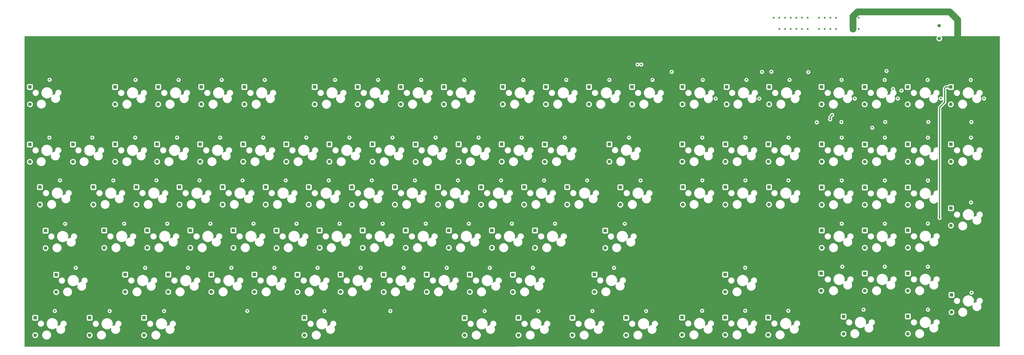
<source format=gbr>
%TF.GenerationSoftware,KiCad,Pcbnew,(5.1.10)-1*%
%TF.CreationDate,2021-09-26T01:53:15+10:00*%
%TF.ProjectId,RedPyKeeb_mainboard,52656450-794b-4656-9562-5f6d61696e62,rev?*%
%TF.SameCoordinates,Original*%
%TF.FileFunction,Copper,L3,Inr*%
%TF.FilePolarity,Positive*%
%FSLAX46Y46*%
G04 Gerber Fmt 4.6, Leading zero omitted, Abs format (unit mm)*
G04 Created by KiCad (PCBNEW (5.1.10)-1) date 2021-09-26 01:53:15*
%MOMM*%
%LPD*%
G01*
G04 APERTURE LIST*
%TA.AperFunction,ComponentPad*%
%ADD10C,0.800000*%
%TD*%
%TA.AperFunction,ComponentPad*%
%ADD11C,1.600000*%
%TD*%
%TA.AperFunction,ComponentPad*%
%ADD12R,1.600000X1.600000*%
%TD*%
%TA.AperFunction,ViaPad*%
%ADD13C,0.800000*%
%TD*%
%TA.AperFunction,ViaPad*%
%ADD14C,1.524000*%
%TD*%
%TA.AperFunction,Conductor*%
%ADD15C,3.048000*%
%TD*%
%TA.AperFunction,Conductor*%
%ADD16C,0.508000*%
%TD*%
%TA.AperFunction,Conductor*%
%ADD17C,0.254000*%
%TD*%
%TA.AperFunction,Conductor*%
%ADD18C,0.100000*%
%TD*%
G04 APERTURE END LIST*
D10*
%TO.N,MAIN_VBUS*%
%TO.C,LD0\u002C0*%
X27381200Y-49657000D03*
%TO.N,GNDPWR*%
X26238200Y-46482000D03*
%TD*%
%TO.N,MAIN_VBUS*%
%TO.C,LD3\u002C5\u002C1*%
X180098700Y-153492200D03*
%TO.N,GNDPWR*%
X178955700Y-150317200D03*
%TD*%
%TO.N,MAIN_VBUS*%
%TO.C,LD3\u002C5\u002C0*%
X116001800Y-153504900D03*
%TO.N,GNDPWR*%
X114858800Y-150329900D03*
%TD*%
%TO.N,MAIN_VBUS*%
%TO.C,LD20\u002C7*%
X440474100Y-68618100D03*
%TO.N,GNDPWR*%
X439331100Y-65443100D03*
%TD*%
%TO.N,MAIN_VBUS*%
%TO.C,LD20\u002C0*%
X440220100Y-49707800D03*
%TO.N,GNDPWR*%
X439077100Y-46532800D03*
%TD*%
%TO.N,MAIN_VBUS*%
%TO.C,LD20\u002C1*%
X440283600Y-75603100D03*
%TO.N,GNDPWR*%
X439140600Y-72428100D03*
%TD*%
%TO.N,MAIN_VBUS*%
%TO.C,LD19\u002C6*%
X440537600Y-145262600D03*
%TO.N,GNDPWR*%
X439394600Y-142087600D03*
%TD*%
%TO.N,MAIN_VBUS*%
%TO.C,LD19\u002C3*%
X420979600Y-94869000D03*
%TO.N,GNDPWR*%
X419836600Y-91694000D03*
%TD*%
%TO.N,MAIN_VBUS*%
%TO.C,LD19\u002C4*%
X440283600Y-104749600D03*
%TO.N,GNDPWR*%
X439140600Y-101574600D03*
%TD*%
%TO.N,MAIN_VBUS*%
%TO.C,LD19\u002C1*%
X420979600Y-75615800D03*
%TO.N,GNDPWR*%
X419836600Y-72440800D03*
%TD*%
%TO.N,MAIN_VBUS*%
%TO.C,LD19\u002C0*%
X420903400Y-49707800D03*
%TO.N,GNDPWR*%
X419760400Y-46532800D03*
%TD*%
%TO.N,MAIN_VBUS*%
%TO.C,LD19\u002C7*%
X421170100Y-68567300D03*
%TO.N,GNDPWR*%
X420027100Y-65392300D03*
%TD*%
%TO.N,MAIN_VBUS*%
%TO.C,LD18\u002C0*%
X401599400Y-49707800D03*
%TO.N,GNDPWR*%
X400456400Y-46532800D03*
%TD*%
%TO.N,MAIN_VBUS*%
%TO.C,LD18\u002C3*%
X401675600Y-94869000D03*
%TO.N,GNDPWR*%
X400532600Y-91694000D03*
%TD*%
%TO.N,MAIN_VBUS*%
%TO.C,LD18\u002C4*%
X420979600Y-114211100D03*
%TO.N,GNDPWR*%
X419836600Y-111036100D03*
%TD*%
%TO.N,MAIN_VBUS*%
%TO.C,LD18\u002C5*%
X420979600Y-133578600D03*
%TO.N,GNDPWR*%
X419836600Y-130403600D03*
%TD*%
%TO.N,MAIN_VBUS*%
%TO.C,LD18\u002C7*%
X401866100Y-68567300D03*
%TO.N,GNDPWR*%
X400723100Y-65392300D03*
%TD*%
%TO.N,MAIN_VBUS*%
%TO.C,LD18\u002C1*%
X401675600Y-75603100D03*
%TO.N,GNDPWR*%
X400532600Y-72428100D03*
%TD*%
%TO.N,MAIN_VBUS*%
%TO.C,LD18\u002C6*%
X420979600Y-152882600D03*
%TO.N,GNDPWR*%
X419836600Y-149707600D03*
%TD*%
%TO.N,MAIN_VBUS*%
%TO.C,LD17\u002C4*%
X401675600Y-114274600D03*
%TO.N,GNDPWR*%
X400532600Y-111099600D03*
%TD*%
%TO.N,MAIN_VBUS*%
%TO.C,LD17\u002C3*%
X382371600Y-94869000D03*
%TO.N,GNDPWR*%
X381228600Y-91694000D03*
%TD*%
%TO.N,MAIN_VBUS*%
%TO.C,LD17\u002C6*%
X392150600Y-152882600D03*
%TO.N,GNDPWR*%
X391007600Y-149707600D03*
%TD*%
%TO.N,MAIN_VBUS*%
%TO.C,LD17\u002C5*%
X401675600Y-133578600D03*
%TO.N,GNDPWR*%
X400532600Y-130403600D03*
%TD*%
%TO.N,MAIN_VBUS*%
%TO.C,LD17\u002C1*%
X382371600Y-75603100D03*
%TO.N,GNDPWR*%
X381228600Y-72428100D03*
%TD*%
%TO.N,MAIN_VBUS*%
%TO.C,LD17\u002C0*%
X382295400Y-49707800D03*
%TO.N,GNDPWR*%
X381152400Y-46532800D03*
%TD*%
%TO.N,MAIN_VBUS*%
%TO.C,LD17\u002C7*%
X382244600Y-68618100D03*
%TO.N,GNDPWR*%
X381101600Y-65443100D03*
%TD*%
%TO.N,MAIN_VBUS*%
%TO.C,LD16\u002C5*%
X382625600Y-133578600D03*
%TO.N,GNDPWR*%
X381482600Y-130403600D03*
%TD*%
%TO.N,MAIN_VBUS*%
%TO.C,LD16\u002C3*%
X358495600Y-94843600D03*
%TO.N,GNDPWR*%
X357352600Y-91668600D03*
%TD*%
%TO.N,MAIN_VBUS*%
%TO.C,LD16\u002C1*%
X358573800Y-75628500D03*
%TO.N,GNDPWR*%
X357430800Y-72453500D03*
%TD*%
%TO.N,MAIN_VBUS*%
%TO.C,LD16\u002C6*%
X358432100Y-153390600D03*
%TO.N,GNDPWR*%
X357289100Y-150215600D03*
%TD*%
%TO.N,MAIN_VBUS*%
%TO.C,LD16\u002C0*%
X358990900Y-49695100D03*
%TO.N,GNDPWR*%
X357847900Y-46520100D03*
%TD*%
%TO.N,MAIN_VBUS*%
%TO.C,LD16\u002C4*%
X382371600Y-114274600D03*
%TO.N,GNDPWR*%
X381228600Y-111099600D03*
%TD*%
%TO.N,MAIN_VBUS*%
%TO.C,LD15\u002C0*%
X339686900Y-49695100D03*
%TO.N,GNDPWR*%
X338543900Y-46520100D03*
%TD*%
%TO.N,MAIN_VBUS*%
%TO.C,LD15\u002C5*%
X339128100Y-134035800D03*
%TO.N,GNDPWR*%
X337985100Y-130860800D03*
%TD*%
%TO.N,MAIN_VBUS*%
%TO.C,LD15\u002C6*%
X339128100Y-153390600D03*
%TO.N,GNDPWR*%
X337985100Y-150215600D03*
%TD*%
%TO.N,MAIN_VBUS*%
%TO.C,LD15\u002C3*%
X339191600Y-94843600D03*
%TO.N,GNDPWR*%
X338048600Y-91668600D03*
%TD*%
%TO.N,MAIN_VBUS*%
%TO.C,LD15\u002C1*%
X339191600Y-75603100D03*
%TO.N,GNDPWR*%
X338048600Y-72428100D03*
%TD*%
%TO.N,MAIN_VBUS*%
%TO.C,LD14\u002C1*%
X319887600Y-75603100D03*
%TO.N,GNDPWR*%
X318744600Y-72428100D03*
%TD*%
%TO.N,MAIN_VBUS*%
%TO.C,LD14\u002C3*%
X319887600Y-94843600D03*
%TO.N,GNDPWR*%
X318744600Y-91668600D03*
%TD*%
%TO.N,MAIN_VBUS*%
%TO.C,LD14\u002C0*%
X320128900Y-49695100D03*
%TO.N,GNDPWR*%
X318985900Y-46520100D03*
%TD*%
%TO.N,MAIN_VBUS*%
%TO.C,LD14\u002C6*%
X319824100Y-153390600D03*
%TO.N,GNDPWR*%
X318681100Y-150215600D03*
%TD*%
%TO.N,MAIN_VBUS*%
%TO.C,LD13\u002C1*%
X287032700Y-75603100D03*
%TO.N,GNDPWR*%
X285889700Y-72428100D03*
%TD*%
%TO.N,MAIN_VBUS*%
%TO.C,LD13\u002C2*%
X292227000Y-94869000D03*
%TO.N,GNDPWR*%
X291084000Y-91694000D03*
%TD*%
%TO.N,MAIN_VBUS*%
%TO.C,LD12\u002C0*%
X297558460Y-49695100D03*
%TO.N,GNDPWR*%
X296415460Y-46520100D03*
%TD*%
%TO.N,MAIN_VBUS*%
%TO.C,LD12\u002C1*%
X258267200Y-75603100D03*
%TO.N,GNDPWR*%
X257124200Y-72428100D03*
%TD*%
%TO.N,MAIN_VBUS*%
%TO.C,LD12\u002C3*%
X285165800Y-114300000D03*
%TO.N,GNDPWR*%
X284022800Y-111125000D03*
%TD*%
%TO.N,MAIN_VBUS*%
%TO.C,LD12\u002C2*%
X268300200Y-94843600D03*
%TO.N,GNDPWR*%
X267157200Y-91668600D03*
%TD*%
%TO.N,MAIN_VBUS*%
%TO.C,LD11\u002C4*%
X280365200Y-134086600D03*
%TO.N,GNDPWR*%
X279222200Y-130911600D03*
%TD*%
%TO.N,MAIN_VBUS*%
%TO.C,LD11\u002C2*%
X248996200Y-94843600D03*
%TO.N,GNDPWR*%
X247853200Y-91668600D03*
%TD*%
%TO.N,MAIN_VBUS*%
%TO.C,LD11\u002C5*%
X294716200Y-153517600D03*
%TO.N,GNDPWR*%
X293573200Y-150342600D03*
%TD*%
%TO.N,MAIN_VBUS*%
%TO.C,LD11\u002C0*%
X278254460Y-49695100D03*
%TO.N,GNDPWR*%
X277111460Y-46520100D03*
%TD*%
%TO.N,MAIN_VBUS*%
%TO.C,LD11\u002C3*%
X253885700Y-114274600D03*
%TO.N,GNDPWR*%
X252742700Y-111099600D03*
%TD*%
%TO.N,MAIN_VBUS*%
%TO.C,LD11\u002C1*%
X238963200Y-75603100D03*
%TO.N,GNDPWR*%
X237820200Y-72428100D03*
%TD*%
%TO.N,MAIN_VBUS*%
%TO.C,LD10\u002C3*%
X234581700Y-114274600D03*
%TO.N,GNDPWR*%
X233438700Y-111099600D03*
%TD*%
%TO.N,MAIN_VBUS*%
%TO.C,LD10\u002C4*%
X243979700Y-134086600D03*
%TO.N,GNDPWR*%
X242836700Y-130911600D03*
%TD*%
%TO.N,MAIN_VBUS*%
%TO.C,LD10\u002C2*%
X229692200Y-94843600D03*
%TO.N,GNDPWR*%
X228549200Y-91668600D03*
%TD*%
%TO.N,MAIN_VBUS*%
%TO.C,LD10\u002C1*%
X219659200Y-75603100D03*
%TO.N,GNDPWR*%
X218516200Y-72428100D03*
%TD*%
%TO.N,MAIN_VBUS*%
%TO.C,LD10\u002C5*%
X270649700Y-153517600D03*
%TO.N,GNDPWR*%
X269506700Y-150342600D03*
%TD*%
%TO.N,MAIN_VBUS*%
%TO.C,LD10\u002C0*%
X258950460Y-49695100D03*
%TO.N,GNDPWR*%
X257807460Y-46520100D03*
%TD*%
%TO.N,MAIN_VBUS*%
%TO.C,LD9\u002C2*%
X210388200Y-94843600D03*
%TO.N,GNDPWR*%
X209245200Y-91668600D03*
%TD*%
%TO.N,MAIN_VBUS*%
%TO.C,LD9\u002C5*%
X246456200Y-153517600D03*
%TO.N,GNDPWR*%
X245313200Y-150342600D03*
%TD*%
%TO.N,MAIN_VBUS*%
%TO.C,LD9\u002C3*%
X215277700Y-114274600D03*
%TO.N,GNDPWR*%
X214134700Y-111099600D03*
%TD*%
%TO.N,MAIN_VBUS*%
%TO.C,LD9\u002C4*%
X224675700Y-134086600D03*
%TO.N,GNDPWR*%
X223532700Y-130911600D03*
%TD*%
%TO.N,MAIN_VBUS*%
%TO.C,LD9\u002C1*%
X200355200Y-75603100D03*
%TO.N,GNDPWR*%
X199212200Y-72428100D03*
%TD*%
%TO.N,MAIN_VBUS*%
%TO.C,LD9\u002C0*%
X239646460Y-49695100D03*
%TO.N,GNDPWR*%
X238503460Y-46520100D03*
%TD*%
%TO.N,MAIN_VBUS*%
%TO.C,LD8\u002C5*%
X222326200Y-153517600D03*
%TO.N,GNDPWR*%
X221183200Y-150342600D03*
%TD*%
%TO.N,MAIN_VBUS*%
%TO.C,LD8\u002C1*%
X181051200Y-75603100D03*
%TO.N,GNDPWR*%
X179908200Y-72428100D03*
%TD*%
%TO.N,MAIN_VBUS*%
%TO.C,LD8\u002C2*%
X191084200Y-94843600D03*
%TO.N,GNDPWR*%
X189941200Y-91668600D03*
%TD*%
%TO.N,MAIN_VBUS*%
%TO.C,LD8\u002C0*%
X213230460Y-49695100D03*
%TO.N,GNDPWR*%
X212087460Y-46520100D03*
%TD*%
%TO.N,MAIN_VBUS*%
%TO.C,LD8\u002C4*%
X205371700Y-134086600D03*
%TO.N,GNDPWR*%
X204228700Y-130911600D03*
%TD*%
%TO.N,MAIN_VBUS*%
%TO.C,LD8\u002C3*%
X195973700Y-114274600D03*
%TO.N,GNDPWR*%
X194830700Y-111099600D03*
%TD*%
%TO.N,MAIN_VBUS*%
%TO.C,LD7\u002C2*%
X171780200Y-94843600D03*
%TO.N,GNDPWR*%
X170637200Y-91668600D03*
%TD*%
%TO.N,MAIN_VBUS*%
%TO.C,LD7\u002C1*%
X161747200Y-75603100D03*
%TO.N,GNDPWR*%
X160604200Y-72428100D03*
%TD*%
%TO.N,MAIN_VBUS*%
%TO.C,LD7\u002C3*%
X176669700Y-114274600D03*
%TO.N,GNDPWR*%
X175526700Y-111099600D03*
%TD*%
%TO.N,MAIN_VBUS*%
%TO.C,LD7\u002C4*%
X186067700Y-134086600D03*
%TO.N,GNDPWR*%
X184924700Y-130911600D03*
%TD*%
%TO.N,MAIN_VBUS*%
%TO.C,LD7\u002C0*%
X193926460Y-49695100D03*
%TO.N,GNDPWR*%
X192783460Y-46520100D03*
%TD*%
%TO.N,MAIN_VBUS*%
%TO.C,LD6\u002C1*%
X142443200Y-75603100D03*
%TO.N,GNDPWR*%
X141300200Y-72428100D03*
%TD*%
%TO.N,MAIN_VBUS*%
%TO.C,LD6\u002C3*%
X157365700Y-114274600D03*
%TO.N,GNDPWR*%
X156222700Y-111099600D03*
%TD*%
%TO.N,MAIN_VBUS*%
%TO.C,LD6\u002C4*%
X166763700Y-134086600D03*
%TO.N,GNDPWR*%
X165620700Y-130911600D03*
%TD*%
%TO.N,MAIN_VBUS*%
%TO.C,LD6\u002C0*%
X174622460Y-49695100D03*
%TO.N,GNDPWR*%
X173479460Y-46520100D03*
%TD*%
%TO.N,MAIN_VBUS*%
%TO.C,LD6\u002C2*%
X152476200Y-94843600D03*
%TO.N,GNDPWR*%
X151333200Y-91668600D03*
%TD*%
%TO.N,MAIN_VBUS*%
%TO.C,LD5\u002C1*%
X123139200Y-75603100D03*
%TO.N,GNDPWR*%
X121996200Y-72428100D03*
%TD*%
%TO.N,MAIN_VBUS*%
%TO.C,LD5\u002C2*%
X133172200Y-94843600D03*
%TO.N,GNDPWR*%
X132029200Y-91668600D03*
%TD*%
%TO.N,MAIN_VBUS*%
%TO.C,LD5\u002C4*%
X147459700Y-134086600D03*
%TO.N,GNDPWR*%
X146316700Y-130911600D03*
%TD*%
%TO.N,MAIN_VBUS*%
%TO.C,LD5\u002C0*%
X155318460Y-49695100D03*
%TO.N,GNDPWR*%
X154175460Y-46520100D03*
%TD*%
%TO.N,MAIN_VBUS*%
%TO.C,LD5\u002C3*%
X138061700Y-114274600D03*
%TO.N,GNDPWR*%
X136918700Y-111099600D03*
%TD*%
%TO.N,MAIN_VBUS*%
%TO.C,LD4\u002C3*%
X118757700Y-114274600D03*
%TO.N,GNDPWR*%
X117614700Y-111099600D03*
%TD*%
%TO.N,MAIN_VBUS*%
%TO.C,LD4\u002C4*%
X128155700Y-134086600D03*
%TO.N,GNDPWR*%
X127012700Y-130911600D03*
%TD*%
%TO.N,MAIN_VBUS*%
%TO.C,LD4\u002C0*%
X123822460Y-49695100D03*
%TO.N,GNDPWR*%
X122679460Y-46520100D03*
%TD*%
%TO.N,MAIN_VBUS*%
%TO.C,LD4\u002C2*%
X113868200Y-94843600D03*
%TO.N,GNDPWR*%
X112725200Y-91668600D03*
%TD*%
%TO.N,MAIN_VBUS*%
%TO.C,LD4\u002C1*%
X103835200Y-75603100D03*
%TO.N,GNDPWR*%
X102692200Y-72428100D03*
%TD*%
%TO.N,MAIN_VBUS*%
%TO.C,LD3\u002C0*%
X104518460Y-49695100D03*
%TO.N,GNDPWR*%
X103375460Y-46520100D03*
%TD*%
%TO.N,MAIN_VBUS*%
%TO.C,LD3\u002C1*%
X84531200Y-75603100D03*
%TO.N,GNDPWR*%
X83388200Y-72428100D03*
%TD*%
%TO.N,MAIN_VBUS*%
%TO.C,LD3\u002C2*%
X94564200Y-94843600D03*
%TO.N,GNDPWR*%
X93421200Y-91668600D03*
%TD*%
%TO.N,MAIN_VBUS*%
%TO.C,LD3\u002C4*%
X108851700Y-134086600D03*
%TO.N,GNDPWR*%
X107708700Y-130911600D03*
%TD*%
%TO.N,MAIN_VBUS*%
%TO.C,LD3\u002C5*%
X150571200Y-153517600D03*
%TO.N,GNDPWR*%
X149428200Y-150342600D03*
%TD*%
%TO.N,MAIN_VBUS*%
%TO.C,LD3\u002C3*%
X99453700Y-114274600D03*
%TO.N,GNDPWR*%
X98310700Y-111099600D03*
%TD*%
%TO.N,MAIN_VBUS*%
%TO.C,LD2\u002C3*%
X80149700Y-114274600D03*
%TO.N,GNDPWR*%
X79006700Y-111099600D03*
%TD*%
%TO.N,MAIN_VBUS*%
%TO.C,LD2\u002C5*%
X78689200Y-153517600D03*
%TO.N,GNDPWR*%
X77546200Y-150342600D03*
%TD*%
%TO.N,MAIN_VBUS*%
%TO.C,LD2\u002C4*%
X89407700Y-134086600D03*
%TO.N,GNDPWR*%
X88264700Y-130911600D03*
%TD*%
%TO.N,MAIN_VBUS*%
%TO.C,LD2\u002C0*%
X85214460Y-49695100D03*
%TO.N,GNDPWR*%
X84071460Y-46520100D03*
%TD*%
%TO.N,MAIN_VBUS*%
%TO.C,LD2\u002C1*%
X65735200Y-75603100D03*
%TO.N,GNDPWR*%
X64592200Y-72428100D03*
%TD*%
%TO.N,MAIN_VBUS*%
%TO.C,LD2\u002C2*%
X75260200Y-94843600D03*
%TO.N,GNDPWR*%
X74117200Y-91668600D03*
%TD*%
%TO.N,MAIN_VBUS*%
%TO.C,LD1\u002C0*%
X65910460Y-49695100D03*
%TO.N,GNDPWR*%
X64767460Y-46520100D03*
%TD*%
%TO.N,MAIN_VBUS*%
%TO.C,LD1\u002C4*%
X70243700Y-134086600D03*
%TO.N,GNDPWR*%
X69100700Y-130911600D03*
%TD*%
%TO.N,MAIN_VBUS*%
%TO.C,LD1\u002C1*%
X46532800Y-75615800D03*
%TO.N,GNDPWR*%
X45389800Y-72440800D03*
%TD*%
%TO.N,MAIN_VBUS*%
%TO.C,LD1\u002C3*%
X60845700Y-114274600D03*
%TO.N,GNDPWR*%
X59702700Y-111099600D03*
%TD*%
%TO.N,MAIN_VBUS*%
%TO.C,LD1\u002C5*%
X54305200Y-153517600D03*
%TO.N,GNDPWR*%
X53162200Y-150342600D03*
%TD*%
%TO.N,MAIN_VBUS*%
%TO.C,LD1\u002C2*%
X55956200Y-94843600D03*
%TO.N,GNDPWR*%
X54813200Y-91668600D03*
%TD*%
%TO.N,MAIN_VBUS*%
%TO.C,LD0\u002C2*%
X32029400Y-94818200D03*
%TO.N,GNDPWR*%
X30886400Y-91643200D03*
%TD*%
%TO.N,MAIN_VBUS*%
%TO.C,LD0\u002C1*%
X27317700Y-75615800D03*
%TO.N,GNDPWR*%
X26174700Y-72440800D03*
%TD*%
%TO.N,MAIN_VBUS*%
%TO.C,LD0\u002C5*%
X29730700Y-153466800D03*
%TO.N,GNDPWR*%
X28587700Y-150291800D03*
%TD*%
%TO.N,MAIN_VBUS*%
%TO.C,LD0\u002C3*%
X34366200Y-114350800D03*
%TO.N,GNDPWR*%
X33223200Y-111175800D03*
%TD*%
%TO.N,MAIN_VBUS*%
%TO.C,LD0\u002C4*%
X39128700Y-134086600D03*
%TO.N,GNDPWR*%
X37985700Y-130911600D03*
%TD*%
D11*
%TO.N,Net-(D0\u002C3-Pad2)*%
%TO.C,D0\u002C3*%
X25603200Y-125235800D03*
D12*
%TO.N,KEY_ROW3*%
X25603200Y-117435800D03*
%TD*%
D11*
%TO.N,Net-(D0\u002C5-Pad2)*%
%TO.C,D0\u002C5*%
X20967700Y-164351800D03*
D12*
%TO.N,KEY_ROW5*%
X20967700Y-156551800D03*
%TD*%
D11*
%TO.N,Net-(D0\u002C4-Pad2)*%
%TO.C,D0\u002C4*%
X30365700Y-144984300D03*
D12*
%TO.N,KEY_ROW4*%
X30365700Y-137184300D03*
%TD*%
D11*
%TO.N,Net-(D0\u002C0-Pad2)*%
%TO.C,D0\u002C0*%
X18618200Y-60656300D03*
D12*
%TO.N,KEY_ROW0*%
X18618200Y-52856300D03*
%TD*%
D11*
%TO.N,Net-(D0\u002C2-Pad2)*%
%TO.C,D0\u002C2*%
X23063200Y-105677800D03*
D12*
%TO.N,KEY_ROW2*%
X23063200Y-97877800D03*
%TD*%
D11*
%TO.N,Net-(D0\u002C1-Pad2)*%
%TO.C,D0\u002C1*%
X18554700Y-86500800D03*
D12*
%TO.N,KEY_ROW1*%
X18554700Y-78700800D03*
%TD*%
D11*
%TO.N,Net-(D1\u002C3-Pad2)*%
%TO.C,D1\u002C3*%
X51892200Y-125108800D03*
D12*
%TO.N,KEY_ROW3*%
X51892200Y-117308800D03*
%TD*%
D11*
%TO.N,Net-(D1\u002C0-Pad2)*%
%TO.C,D1\u002C0*%
X56766460Y-60707100D03*
D12*
%TO.N,KEY_ROW0*%
X56766460Y-52907100D03*
%TD*%
D11*
%TO.N,Net-(D1\u002C4-Pad2)*%
%TO.C,D1\u002C4*%
X61290200Y-144920800D03*
D12*
%TO.N,KEY_ROW4*%
X61290200Y-137120800D03*
%TD*%
D11*
%TO.N,Net-(D1\u002C5-Pad2)*%
%TO.C,D1\u002C5*%
X45351700Y-164351800D03*
D12*
%TO.N,KEY_ROW5*%
X45351700Y-156551800D03*
%TD*%
D11*
%TO.N,Net-(D1\u002C1-Pad2)*%
%TO.C,D1\u002C1*%
X37858700Y-86500800D03*
D12*
%TO.N,KEY_ROW1*%
X37858700Y-78700800D03*
%TD*%
D11*
%TO.N,Net-(D1\u002C2-Pad2)*%
%TO.C,D1\u002C2*%
X47002700Y-105677800D03*
D12*
%TO.N,KEY_ROW2*%
X47002700Y-97877800D03*
%TD*%
D11*
%TO.N,Net-(D2\u002C4-Pad2)*%
%TO.C,D2\u002C4*%
X80594200Y-144920800D03*
D12*
%TO.N,KEY_ROW4*%
X80594200Y-137120800D03*
%TD*%
D11*
%TO.N,Net-(D2\u002C5-Pad2)*%
%TO.C,D2\u002C5*%
X69735700Y-164351800D03*
D12*
%TO.N,KEY_ROW5*%
X69735700Y-156551800D03*
%TD*%
D11*
%TO.N,Net-(D2\u002C0-Pad2)*%
%TO.C,D2\u002C0*%
X76070460Y-60656300D03*
D12*
%TO.N,KEY_ROW0*%
X76070460Y-52856300D03*
%TD*%
D11*
%TO.N,Net-(D2\u002C2-Pad2)*%
%TO.C,D2\u002C2*%
X66306700Y-105677800D03*
D12*
%TO.N,KEY_ROW2*%
X66306700Y-97877800D03*
%TD*%
D11*
%TO.N,Net-(D2\u002C1-Pad2)*%
%TO.C,D2\u002C1*%
X56781700Y-86437300D03*
D12*
%TO.N,KEY_ROW1*%
X56781700Y-78637300D03*
%TD*%
D11*
%TO.N,Net-(D2\u002C3-Pad2)*%
%TO.C,D2\u002C3*%
X71196200Y-125108800D03*
D12*
%TO.N,KEY_ROW3*%
X71196200Y-117308800D03*
%TD*%
D11*
%TO.N,Net-(D3\u002C0-Pad2)*%
%TO.C,D3\u002C0*%
X95374460Y-60656300D03*
D12*
%TO.N,KEY_ROW0*%
X95374460Y-52856300D03*
%TD*%
D11*
%TO.N,Net-(D3\u002C1-Pad2)*%
%TO.C,D3\u002C1*%
X75577700Y-86437300D03*
D12*
%TO.N,KEY_ROW1*%
X75577700Y-78637300D03*
%TD*%
D11*
%TO.N,Net-(D3\u002C4-Pad2)*%
%TO.C,D3\u002C4*%
X99898200Y-144920800D03*
D12*
%TO.N,KEY_ROW4*%
X99898200Y-137120800D03*
%TD*%
D11*
%TO.N,Net-(D3\u002C2-Pad2)*%
%TO.C,D3\u002C2*%
X85610700Y-105677800D03*
D12*
%TO.N,KEY_ROW2*%
X85610700Y-97877800D03*
%TD*%
D11*
%TO.N,Net-(D3\u002C5-Pad2)*%
%TO.C,D3\u002C5*%
X141617700Y-164351800D03*
D12*
%TO.N,KEY_ROW5*%
X141617700Y-156551800D03*
%TD*%
D11*
%TO.N,Net-(D3\u002C3-Pad2)*%
%TO.C,D3\u002C3*%
X90500200Y-125108800D03*
D12*
%TO.N,KEY_ROW3*%
X90500200Y-117308800D03*
%TD*%
D11*
%TO.N,Net-(D4\u002C4-Pad2)*%
%TO.C,D4\u002C4*%
X119202200Y-144920800D03*
D12*
%TO.N,KEY_ROW4*%
X119202200Y-137120800D03*
%TD*%
D11*
%TO.N,Net-(D4\u002C3-Pad2)*%
%TO.C,D4\u002C3*%
X109804200Y-125108800D03*
D12*
%TO.N,KEY_ROW3*%
X109804200Y-117308800D03*
%TD*%
D11*
%TO.N,Net-(D4\u002C1-Pad2)*%
%TO.C,D4\u002C1*%
X94881700Y-86437300D03*
D12*
%TO.N,KEY_ROW1*%
X94881700Y-78637300D03*
%TD*%
D11*
%TO.N,Net-(D4\u002C0-Pad2)*%
%TO.C,D4\u002C0*%
X114678460Y-60656300D03*
D12*
%TO.N,KEY_ROW0*%
X114678460Y-52856300D03*
%TD*%
D11*
%TO.N,Net-(D4\u002C2-Pad2)*%
%TO.C,D4\u002C2*%
X104914700Y-105677800D03*
D12*
%TO.N,KEY_ROW2*%
X104914700Y-97877800D03*
%TD*%
D11*
%TO.N,Net-(D5\u002C0-Pad2)*%
%TO.C,D5\u002C0*%
X146174460Y-60656300D03*
D12*
%TO.N,KEY_ROW0*%
X146174460Y-52856300D03*
%TD*%
D11*
%TO.N,Net-(D5\u002C2-Pad2)*%
%TO.C,D5\u002C2*%
X124218700Y-105677800D03*
D12*
%TO.N,KEY_ROW2*%
X124218700Y-97877800D03*
%TD*%
D11*
%TO.N,Net-(D5\u002C1-Pad2)*%
%TO.C,D5\u002C1*%
X114185700Y-86437300D03*
D12*
%TO.N,KEY_ROW1*%
X114185700Y-78637300D03*
%TD*%
D11*
%TO.N,Net-(D5\u002C3-Pad2)*%
%TO.C,D5\u002C3*%
X129108200Y-125159600D03*
D12*
%TO.N,KEY_ROW3*%
X129108200Y-117359600D03*
%TD*%
D11*
%TO.N,Net-(D5\u002C4-Pad2)*%
%TO.C,D5\u002C4*%
X138506200Y-144971600D03*
D12*
%TO.N,KEY_ROW4*%
X138506200Y-137171600D03*
%TD*%
D11*
%TO.N,Net-(D6\u002C0-Pad2)*%
%TO.C,D6\u002C0*%
X165478460Y-60656300D03*
D12*
%TO.N,KEY_ROW0*%
X165478460Y-52856300D03*
%TD*%
D11*
%TO.N,Net-(D6\u002C3-Pad2)*%
%TO.C,D6\u002C3*%
X148412200Y-125108800D03*
D12*
%TO.N,KEY_ROW3*%
X148412200Y-117308800D03*
%TD*%
D11*
%TO.N,Net-(D6\u002C4-Pad2)*%
%TO.C,D6\u002C4*%
X157810200Y-144920800D03*
D12*
%TO.N,KEY_ROW4*%
X157810200Y-137120800D03*
%TD*%
D11*
%TO.N,Net-(D6\u002C1-Pad2)*%
%TO.C,D6\u002C1*%
X133489700Y-86437300D03*
D12*
%TO.N,KEY_ROW1*%
X133489700Y-78637300D03*
%TD*%
D11*
%TO.N,Net-(D6\u002C2-Pad2)*%
%TO.C,D6\u002C2*%
X143522700Y-105677800D03*
D12*
%TO.N,KEY_ROW2*%
X143522700Y-97877800D03*
%TD*%
D11*
%TO.N,Net-(D7\u002C4-Pad2)*%
%TO.C,D7\u002C4*%
X177114200Y-144971600D03*
D12*
%TO.N,KEY_ROW4*%
X177114200Y-137171600D03*
%TD*%
D11*
%TO.N,Net-(D7\u002C2-Pad2)*%
%TO.C,D7\u002C2*%
X162826700Y-105728600D03*
D12*
%TO.N,KEY_ROW2*%
X162826700Y-97928600D03*
%TD*%
D11*
%TO.N,Net-(D7\u002C1-Pad2)*%
%TO.C,D7\u002C1*%
X152793700Y-86437300D03*
D12*
%TO.N,KEY_ROW1*%
X152793700Y-78637300D03*
%TD*%
D11*
%TO.N,Net-(D7\u002C0-Pad2)*%
%TO.C,D7\u002C0*%
X184782460Y-60656300D03*
D12*
%TO.N,KEY_ROW0*%
X184782460Y-52856300D03*
%TD*%
D11*
%TO.N,Net-(D7\u002C3-Pad2)*%
%TO.C,D7\u002C3*%
X167716200Y-125108800D03*
D12*
%TO.N,KEY_ROW3*%
X167716200Y-117308800D03*
%TD*%
D11*
%TO.N,Net-(D8\u002C0-Pad2)*%
%TO.C,D8\u002C0*%
X204086460Y-60707100D03*
D12*
%TO.N,KEY_ROW0*%
X204086460Y-52907100D03*
%TD*%
D11*
%TO.N,Net-(D8\u002C3-Pad2)*%
%TO.C,D8\u002C3*%
X187020200Y-125108800D03*
D12*
%TO.N,KEY_ROW3*%
X187020200Y-117308800D03*
%TD*%
D11*
%TO.N,Net-(D8\u002C1-Pad2)*%
%TO.C,D8\u002C1*%
X172097700Y-86437300D03*
D12*
%TO.N,KEY_ROW1*%
X172097700Y-78637300D03*
%TD*%
D11*
%TO.N,Net-(D8\u002C2-Pad2)*%
%TO.C,D8\u002C2*%
X182130700Y-105677800D03*
D12*
%TO.N,KEY_ROW2*%
X182130700Y-97877800D03*
%TD*%
D11*
%TO.N,Net-(D8\u002C5-Pad2)*%
%TO.C,D8\u002C5*%
X213372700Y-164415300D03*
D12*
%TO.N,KEY_ROW5*%
X213372700Y-156615300D03*
%TD*%
D11*
%TO.N,Net-(D8\u002C4-Pad2)*%
%TO.C,D8\u002C4*%
X196418200Y-144920800D03*
D12*
%TO.N,KEY_ROW4*%
X196418200Y-137120800D03*
%TD*%
D11*
%TO.N,Net-(D9\u002C2-Pad2)*%
%TO.C,D9\u002C2*%
X201434700Y-105677800D03*
D12*
%TO.N,KEY_ROW2*%
X201434700Y-97877800D03*
%TD*%
D11*
%TO.N,Net-(D9\u002C1-Pad2)*%
%TO.C,D9\u002C1*%
X191401700Y-86488100D03*
D12*
%TO.N,KEY_ROW1*%
X191401700Y-78688100D03*
%TD*%
D11*
%TO.N,Net-(D9\u002C3-Pad2)*%
%TO.C,D9\u002C3*%
X206324200Y-125108800D03*
D12*
%TO.N,KEY_ROW3*%
X206324200Y-117308800D03*
%TD*%
D11*
%TO.N,Net-(D9\u002C4-Pad2)*%
%TO.C,D9\u002C4*%
X215722200Y-144920800D03*
D12*
%TO.N,KEY_ROW4*%
X215722200Y-137120800D03*
%TD*%
D11*
%TO.N,Net-(D9\u002C5-Pad2)*%
%TO.C,D9\u002C5*%
X237502700Y-164351800D03*
D12*
%TO.N,KEY_ROW5*%
X237502700Y-156551800D03*
%TD*%
D11*
%TO.N,Net-(D9\u002C0-Pad2)*%
%TO.C,D9\u002C0*%
X230502460Y-60656300D03*
D12*
%TO.N,KEY_ROW0*%
X230502460Y-52856300D03*
%TD*%
D11*
%TO.N,Net-(D10\u002C4-Pad2)*%
%TO.C,D10\u002C4*%
X235026200Y-144971600D03*
D12*
%TO.N,KEY_ROW4*%
X235026200Y-137171600D03*
%TD*%
D11*
%TO.N,Net-(D10\u002C5-Pad2)*%
%TO.C,D10\u002C5*%
X261696200Y-164351800D03*
D12*
%TO.N,KEY_ROW5*%
X261696200Y-156551800D03*
%TD*%
D11*
%TO.N,Net-(D10\u002C1-Pad2)*%
%TO.C,D10\u002C1*%
X210705700Y-86437300D03*
D12*
%TO.N,KEY_ROW1*%
X210705700Y-78637300D03*
%TD*%
D11*
%TO.N,Net-(D10\u002C0-Pad2)*%
%TO.C,D10\u002C0*%
X249806460Y-60656300D03*
D12*
%TO.N,KEY_ROW0*%
X249806460Y-52856300D03*
%TD*%
D11*
%TO.N,Net-(D10\u002C2-Pad2)*%
%TO.C,D10\u002C2*%
X220738700Y-105728600D03*
D12*
%TO.N,KEY_ROW2*%
X220738700Y-97928600D03*
%TD*%
D11*
%TO.N,Net-(D10\u002C3-Pad2)*%
%TO.C,D10\u002C3*%
X225628200Y-125108800D03*
D12*
%TO.N,KEY_ROW3*%
X225628200Y-117308800D03*
%TD*%
D11*
%TO.N,Net-(D11\u002C0-Pad2)*%
%TO.C,D11\u002C0*%
X269110460Y-60656300D03*
D12*
%TO.N,KEY_ROW0*%
X269110460Y-52856300D03*
%TD*%
D11*
%TO.N,Net-(D11\u002C1-Pad2)*%
%TO.C,D11\u002C1*%
X230009700Y-86437300D03*
D12*
%TO.N,KEY_ROW1*%
X230009700Y-78637300D03*
%TD*%
D11*
%TO.N,Net-(D11\u002C3-Pad2)*%
%TO.C,D11\u002C3*%
X244932200Y-125108800D03*
D12*
%TO.N,KEY_ROW3*%
X244932200Y-117308800D03*
%TD*%
D11*
%TO.N,Net-(D11\u002C2-Pad2)*%
%TO.C,D11\u002C2*%
X240042700Y-105677800D03*
D12*
%TO.N,KEY_ROW2*%
X240042700Y-97877800D03*
%TD*%
D11*
%TO.N,Net-(D11\u002C4-Pad2)*%
%TO.C,D11\u002C4*%
X271602200Y-144920800D03*
D12*
%TO.N,KEY_ROW4*%
X271602200Y-137120800D03*
%TD*%
D11*
%TO.N,Net-(D11\u002C5-Pad2)*%
%TO.C,D11\u002C5*%
X285762700Y-164351800D03*
D12*
%TO.N,KEY_ROW5*%
X285762700Y-156551800D03*
%TD*%
D11*
%TO.N,Net-(D12\u002C3-Pad2)*%
%TO.C,D12\u002C3*%
X276428200Y-125172300D03*
D12*
%TO.N,KEY_ROW3*%
X276428200Y-117372300D03*
%TD*%
D11*
%TO.N,Net-(D12\u002C2-Pad2)*%
%TO.C,D12\u002C2*%
X259346700Y-105677800D03*
D12*
%TO.N,KEY_ROW2*%
X259346700Y-97877800D03*
%TD*%
D11*
%TO.N,Net-(D12\u002C1-Pad2)*%
%TO.C,D12\u002C1*%
X249313700Y-86488100D03*
D12*
%TO.N,KEY_ROW1*%
X249313700Y-78688100D03*
%TD*%
D11*
%TO.N,Net-(D12\u002C0-Pad2)*%
%TO.C,D12\u002C0*%
X288414460Y-60656300D03*
D12*
%TO.N,KEY_ROW0*%
X288414460Y-52856300D03*
%TD*%
D11*
%TO.N,Net-(D13\u002C2-Pad2)*%
%TO.C,D13\u002C2*%
X283159200Y-105741300D03*
D12*
%TO.N,KEY_ROW2*%
X283159200Y-97941300D03*
%TD*%
D11*
%TO.N,Net-(D13\u002C1-Pad2)*%
%TO.C,D13\u002C1*%
X278269700Y-86437300D03*
D12*
%TO.N,KEY_ROW1*%
X278269700Y-78637300D03*
%TD*%
D11*
%TO.N,Net-(D14\u002C1-Pad2)*%
%TO.C,D14\u002C1*%
X310934100Y-86437300D03*
D12*
%TO.N,KEY_ROW1*%
X310934100Y-78637300D03*
%TD*%
D11*
%TO.N,Net-(D14\u002C3-Pad2)*%
%TO.C,D14\u002C3*%
X311188100Y-105677800D03*
D12*
%TO.N,KEY_ROW3*%
X311188100Y-97877800D03*
%TD*%
D11*
%TO.N,Net-(D14\u002C0-Pad2)*%
%TO.C,D14\u002C0*%
X310984900Y-60656300D03*
D12*
%TO.N,KEY_ROW0*%
X310984900Y-52856300D03*
%TD*%
D11*
%TO.N,Net-(D14\u002C6-Pad2)*%
%TO.C,D14\u002C6*%
X310870600Y-164224800D03*
D12*
%TO.N,KEY_ROW6*%
X310870600Y-156424800D03*
%TD*%
D11*
%TO.N,Net-(D15\u002C0-Pad2)*%
%TO.C,D15\u002C0*%
X330796900Y-60656300D03*
D12*
%TO.N,KEY_ROW0*%
X330796900Y-52856300D03*
%TD*%
D11*
%TO.N,Net-(D15\u002C1-Pad2)*%
%TO.C,D15\u002C1*%
X330238100Y-86437300D03*
D12*
%TO.N,KEY_ROW1*%
X330238100Y-78637300D03*
%TD*%
D11*
%TO.N,Net-(D15\u002C3-Pad2)*%
%TO.C,D15\u002C3*%
X330238100Y-105677800D03*
D12*
%TO.N,KEY_ROW3*%
X330238100Y-97877800D03*
%TD*%
D11*
%TO.N,Net-(D15\u002C5-Pad2)*%
%TO.C,D15\u002C5*%
X330174600Y-144920800D03*
D12*
%TO.N,KEY_ROW5*%
X330174600Y-137120800D03*
%TD*%
D11*
%TO.N,Net-(D15\u002C6-Pad2)*%
%TO.C,D15\u002C6*%
X330174600Y-164224800D03*
D12*
%TO.N,KEY_ROW6*%
X330174600Y-156424800D03*
%TD*%
D11*
%TO.N,Net-(D16\u002C6-Pad2)*%
%TO.C,D16\u002C6*%
X349478600Y-164224800D03*
D12*
%TO.N,KEY_ROW6*%
X349478600Y-156424800D03*
%TD*%
D11*
%TO.N,Net-(D16\u002C0-Pad2)*%
%TO.C,D16\u002C0*%
X349846900Y-60656300D03*
D12*
%TO.N,KEY_ROW0*%
X349846900Y-52856300D03*
%TD*%
D11*
%TO.N,Net-(D16\u002C1-Pad2)*%
%TO.C,D16\u002C1*%
X349542100Y-86437300D03*
D12*
%TO.N,KEY_ROW1*%
X349542100Y-78637300D03*
%TD*%
D11*
%TO.N,Net-(D16\u002C5-Pad2)*%
%TO.C,D16\u002C5*%
X373164100Y-144412800D03*
D12*
%TO.N,KEY_ROW5*%
X373164100Y-136612800D03*
%TD*%
D11*
%TO.N,Net-(D16\u002C3-Pad2)*%
%TO.C,D16\u002C3*%
X349796100Y-105677800D03*
D12*
%TO.N,KEY_ROW3*%
X349796100Y-97877800D03*
%TD*%
D11*
%TO.N,Net-(D16\u002C4-Pad2)*%
%TO.C,D16\u002C4*%
X373418100Y-125108800D03*
D12*
%TO.N,KEY_ROW4*%
X373418100Y-117308800D03*
%TD*%
D11*
%TO.N,Net-(D17\u002C3-Pad2)*%
%TO.C,D17\u002C3*%
X373418100Y-105804800D03*
D12*
%TO.N,KEY_ROW3*%
X373418100Y-98004800D03*
%TD*%
D11*
%TO.N,Net-(D17\u002C1-Pad2)*%
%TO.C,D17\u002C1*%
X373418100Y-86437300D03*
D12*
%TO.N,KEY_ROW1*%
X373418100Y-78637300D03*
%TD*%
D11*
%TO.N,Net-(D17\u002C6-Pad2)*%
%TO.C,D17\u002C6*%
X383197100Y-163767600D03*
D12*
%TO.N,KEY_ROW6*%
X383197100Y-155967600D03*
%TD*%
D11*
%TO.N,Net-(D17\u002C4-Pad2)*%
%TO.C,D17\u002C4*%
X392722100Y-125108800D03*
D12*
%TO.N,KEY_ROW4*%
X392722100Y-117308800D03*
%TD*%
D11*
%TO.N,Net-(D17\u002C0-Pad2)*%
%TO.C,D17\u002C0*%
X373354600Y-60656300D03*
D12*
%TO.N,KEY_ROW0*%
X373354600Y-52856300D03*
%TD*%
D11*
%TO.N,Net-(D17\u002C5-Pad2)*%
%TO.C,D17\u002C5*%
X392722100Y-144412800D03*
D12*
%TO.N,KEY_ROW5*%
X392722100Y-136612800D03*
%TD*%
D11*
%TO.N,Net-(D18\u002C1-Pad2)*%
%TO.C,D18\u002C1*%
X392722100Y-86488100D03*
D12*
%TO.N,KEY_ROW1*%
X392722100Y-78688100D03*
%TD*%
D11*
%TO.N,Net-(D18\u002C6-Pad2)*%
%TO.C,D18\u002C6*%
X412026100Y-163716800D03*
D12*
%TO.N,KEY_ROW6*%
X412026100Y-155916800D03*
%TD*%
D11*
%TO.N,Net-(D18\u002C3-Pad2)*%
%TO.C,D18\u002C3*%
X392722100Y-105804800D03*
D12*
%TO.N,KEY_ROW3*%
X392722100Y-98004800D03*
%TD*%
D11*
%TO.N,Net-(D18\u002C0-Pad2)*%
%TO.C,D18\u002C0*%
X392658600Y-60656300D03*
D12*
%TO.N,KEY_ROW0*%
X392658600Y-52856300D03*
%TD*%
D11*
%TO.N,Net-(D18\u002C5-Pad2)*%
%TO.C,D18\u002C5*%
X412026100Y-144412800D03*
D12*
%TO.N,KEY_ROW5*%
X412026100Y-136612800D03*
%TD*%
D11*
%TO.N,Net-(D18\u002C4-Pad2)*%
%TO.C,D18\u002C4*%
X412026100Y-125045300D03*
D12*
%TO.N,KEY_ROW4*%
X412026100Y-117245300D03*
%TD*%
D11*
%TO.N,Net-(D19\u002C4-Pad2)*%
%TO.C,D19\u002C4*%
X431330100Y-115126600D03*
D12*
%TO.N,KEY_ROW4*%
X431330100Y-107326600D03*
%TD*%
D11*
%TO.N,Net-(D19\u002C0-Pad2)*%
%TO.C,D19\u002C0*%
X411962600Y-60656300D03*
D12*
%TO.N,KEY_ROW0*%
X411962600Y-52856300D03*
%TD*%
D11*
%TO.N,Net-(D19\u002C3-Pad2)*%
%TO.C,D19\u002C3*%
X412026100Y-105804800D03*
D12*
%TO.N,KEY_ROW3*%
X412026100Y-98004800D03*
%TD*%
D11*
%TO.N,Net-(D19\u002C1-Pad2)*%
%TO.C,D19\u002C1*%
X412026100Y-86437300D03*
D12*
%TO.N,KEY_ROW1*%
X412026100Y-78637300D03*
%TD*%
D11*
%TO.N,Net-(D19\u002C6-Pad2)*%
%TO.C,D19\u002C6*%
X431584100Y-154064800D03*
D12*
%TO.N,KEY_ROW6*%
X431584100Y-146264800D03*
%TD*%
D11*
%TO.N,Net-(D20\u002C1-Pad2)*%
%TO.C,D20\u002C1*%
X431330100Y-86437300D03*
D12*
%TO.N,KEY_ROW1*%
X431330100Y-78637300D03*
%TD*%
D11*
%TO.N,Net-(D20\u002C0-Pad2)*%
%TO.C,D20\u002C0*%
X431266600Y-60707100D03*
D12*
%TO.N,KEY_ROW0*%
X431266600Y-52907100D03*
%TD*%
D13*
%TO.N,KEY_ROW6*%
X409130500Y-54483000D03*
X402463000Y-45720000D03*
X405384000Y-53784500D03*
D14*
%TO.N,GNDPWR*%
X434340000Y-25400000D03*
D13*
X387477000Y-21844000D03*
X387477000Y-26924000D03*
D14*
X434340000Y-30988000D03*
D13*
%TO.N,KEY_COL6*%
X359537000Y-21844000D03*
%TO.N,KEY_COL5*%
X359537000Y-26924000D03*
%TO.N,KEY_COL4*%
X356997000Y-21844000D03*
%TO.N,KEY_COL3*%
X356997000Y-26924000D03*
%TO.N,KEY_COL2*%
X354457000Y-21844000D03*
%TO.N,KEY_COL1*%
X354457000Y-26924000D03*
%TO.N,KEY_COL0*%
X351917000Y-21844000D03*
%TO.N,KEY_COL7*%
X362077000Y-26797000D03*
%TO.N,KEY_COL8*%
X362077000Y-21844000D03*
%TO.N,KEY_COL9*%
X364617000Y-26924000D03*
%TO.N,KEY_COL10*%
X364617000Y-21844000D03*
%TO.N,KEY_COL11*%
X367157000Y-26924000D03*
%TO.N,KEY_COL12*%
X367157000Y-21844000D03*
%TO.N,KEY_COL13*%
X372237000Y-26924000D03*
%TO.N,KEY_COL19*%
X379857000Y-26924000D03*
X426858100Y-58077100D03*
%TO.N,KEY_COL18*%
X377317000Y-21844000D03*
X407554100Y-58077100D03*
%TO.N,KEY_COL17*%
X377317000Y-26924000D03*
X388250100Y-58077100D03*
%TO.N,KEY_COL16*%
X374777000Y-21844000D03*
%TO.N,KEY_COL15*%
X374777000Y-26924000D03*
X345438400Y-58077100D03*
%TO.N,KEY_COL14*%
X372237000Y-21844000D03*
X325880400Y-58077100D03*
D14*
%TO.N,MAIN_VBUS*%
X426085000Y-25400000D03*
D13*
X390017000Y-26924000D03*
X390017000Y-21844000D03*
D14*
X426085000Y-31115000D03*
D13*
%TO.N,KEY_ROW5*%
X396049500Y-71183500D03*
X371221000Y-68770500D03*
X367379250Y-46196250D03*
%TO.N,KEY_ROW4*%
X350837500Y-46037500D03*
%TO.N,KEY_ROW3*%
X346646500Y-46101000D03*
%TO.N,KEY_ROW2*%
X306197000Y-46101000D03*
%TO.N,KEY_ROW1*%
X292544500Y-42799000D03*
%TO.N,KEY_ROW0*%
X426224700Y-111696500D03*
X290893500Y-42799000D03*
%TO.N,KEY_COL20*%
X379857000Y-21844000D03*
X446162100Y-58077100D03*
%TO.N,LED_SCL_STATUS0*%
X377190000Y-67437000D03*
X378091700Y-65468500D03*
%TD*%
D15*
%TO.N,GNDPWR*%
X434340000Y-25400000D02*
X434340000Y-22733000D01*
X434340000Y-22733000D02*
X430784000Y-19177000D01*
X387477000Y-21240478D02*
X387477000Y-21844000D01*
X389540478Y-19177000D02*
X387477000Y-21240478D01*
X430784000Y-19177000D02*
X389540478Y-19177000D01*
X387477000Y-21844000D02*
X387477000Y-26924000D01*
X434340000Y-25400000D02*
X434340000Y-30988000D01*
D16*
%TO.N,KEY_ROW5*%
X412039900Y-136626600D02*
X412026100Y-136612800D01*
%TO.N,KEY_ROW0*%
X18794199Y-53032299D02*
X18618200Y-52856300D01*
X426245601Y-111675599D02*
X426245601Y-62043999D01*
X426245601Y-62043999D02*
X428498000Y-59791600D01*
X428498000Y-59791600D02*
X428498000Y-53467000D01*
X429057900Y-52907100D02*
X431266600Y-52907100D01*
X428498000Y-53467000D02*
X429057900Y-52907100D01*
X426224700Y-111696500D02*
X426245601Y-111675599D01*
%TO.N,KEY_COL20*%
X446151000Y-58066000D02*
X446162100Y-58077100D01*
%TO.N,LED_SCL_STATUS0*%
X377190000Y-67437000D02*
X377190000Y-66370200D01*
X377190000Y-66370200D02*
X378091700Y-65468500D01*
%TD*%
D17*
%TO.N,GNDPWR*%
X424999880Y-30224465D02*
X424846995Y-30453273D01*
X424741686Y-30707510D01*
X424688000Y-30977408D01*
X424688000Y-31252592D01*
X424741686Y-31522490D01*
X424846995Y-31776727D01*
X424999880Y-32005535D01*
X425194465Y-32200120D01*
X425423273Y-32353005D01*
X425677510Y-32458314D01*
X425947408Y-32512000D01*
X426222592Y-32512000D01*
X426492490Y-32458314D01*
X426746727Y-32353005D01*
X426975535Y-32200120D01*
X427170120Y-32005535D01*
X427323005Y-31776727D01*
X427428314Y-31522490D01*
X427482000Y-31252592D01*
X427482000Y-30977408D01*
X427428314Y-30707510D01*
X427323005Y-30453273D01*
X427170120Y-30224465D01*
X427108155Y-30162500D01*
X453072500Y-30162500D01*
X453072500Y-169291018D01*
X16256000Y-169354482D01*
X16256000Y-164210465D01*
X19532700Y-164210465D01*
X19532700Y-164493135D01*
X19587847Y-164770374D01*
X19696020Y-165031527D01*
X19853063Y-165266559D01*
X20052941Y-165466437D01*
X20287973Y-165623480D01*
X20549126Y-165731653D01*
X20826365Y-165786800D01*
X21109035Y-165786800D01*
X21386274Y-165731653D01*
X21647427Y-165623480D01*
X21882459Y-165466437D01*
X22082337Y-165266559D01*
X22239380Y-165031527D01*
X22347553Y-164770374D01*
X22402700Y-164493135D01*
X22402700Y-164210465D01*
X22371084Y-164051521D01*
X23912700Y-164051521D01*
X23912700Y-164472079D01*
X23994747Y-164884556D01*
X24155688Y-165273102D01*
X24389337Y-165622783D01*
X24686717Y-165920163D01*
X25036398Y-166153812D01*
X25424944Y-166314753D01*
X25837421Y-166396800D01*
X26257979Y-166396800D01*
X26670456Y-166314753D01*
X27059002Y-166153812D01*
X27408683Y-165920163D01*
X27706063Y-165622783D01*
X27939712Y-165273102D01*
X28100653Y-164884556D01*
X28182700Y-164472079D01*
X28182700Y-164210465D01*
X43916700Y-164210465D01*
X43916700Y-164493135D01*
X43971847Y-164770374D01*
X44080020Y-165031527D01*
X44237063Y-165266559D01*
X44436941Y-165466437D01*
X44671973Y-165623480D01*
X44933126Y-165731653D01*
X45210365Y-165786800D01*
X45493035Y-165786800D01*
X45770274Y-165731653D01*
X46031427Y-165623480D01*
X46266459Y-165466437D01*
X46466337Y-165266559D01*
X46623380Y-165031527D01*
X46731553Y-164770374D01*
X46786700Y-164493135D01*
X46786700Y-164210465D01*
X46765189Y-164102321D01*
X48487200Y-164102321D01*
X48487200Y-164522879D01*
X48569247Y-164935356D01*
X48730188Y-165323902D01*
X48963837Y-165673583D01*
X49261217Y-165970963D01*
X49610898Y-166204612D01*
X49999444Y-166365553D01*
X50411921Y-166447600D01*
X50832479Y-166447600D01*
X51244956Y-166365553D01*
X51633502Y-166204612D01*
X51983183Y-165970963D01*
X52280563Y-165673583D01*
X52514212Y-165323902D01*
X52675153Y-164935356D01*
X52757200Y-164522879D01*
X52757200Y-164210465D01*
X68300700Y-164210465D01*
X68300700Y-164493135D01*
X68355847Y-164770374D01*
X68464020Y-165031527D01*
X68621063Y-165266559D01*
X68820941Y-165466437D01*
X69055973Y-165623480D01*
X69317126Y-165731653D01*
X69594365Y-165786800D01*
X69877035Y-165786800D01*
X70154274Y-165731653D01*
X70415427Y-165623480D01*
X70650459Y-165466437D01*
X70850337Y-165266559D01*
X71007380Y-165031527D01*
X71115553Y-164770374D01*
X71170700Y-164493135D01*
X71170700Y-164210465D01*
X71149189Y-164102321D01*
X72871200Y-164102321D01*
X72871200Y-164522879D01*
X72953247Y-164935356D01*
X73114188Y-165323902D01*
X73347837Y-165673583D01*
X73645217Y-165970963D01*
X73994898Y-166204612D01*
X74383444Y-166365553D01*
X74795921Y-166447600D01*
X75216479Y-166447600D01*
X75628956Y-166365553D01*
X76017502Y-166204612D01*
X76367183Y-165970963D01*
X76664563Y-165673583D01*
X76898212Y-165323902D01*
X77059153Y-164935356D01*
X77141200Y-164522879D01*
X77141200Y-164210465D01*
X140182700Y-164210465D01*
X140182700Y-164493135D01*
X140237847Y-164770374D01*
X140346020Y-165031527D01*
X140503063Y-165266559D01*
X140702941Y-165466437D01*
X140937973Y-165623480D01*
X141199126Y-165731653D01*
X141476365Y-165786800D01*
X141759035Y-165786800D01*
X142036274Y-165731653D01*
X142297427Y-165623480D01*
X142532459Y-165466437D01*
X142732337Y-165266559D01*
X142889380Y-165031527D01*
X142997553Y-164770374D01*
X143052700Y-164493135D01*
X143052700Y-164210465D01*
X143031189Y-164102321D01*
X144753200Y-164102321D01*
X144753200Y-164522879D01*
X144835247Y-164935356D01*
X144996188Y-165323902D01*
X145229837Y-165673583D01*
X145527217Y-165970963D01*
X145876898Y-166204612D01*
X146265444Y-166365553D01*
X146677921Y-166447600D01*
X147098479Y-166447600D01*
X147510956Y-166365553D01*
X147899502Y-166204612D01*
X148249183Y-165970963D01*
X148546563Y-165673583D01*
X148780212Y-165323902D01*
X148941153Y-164935356D01*
X149023200Y-164522879D01*
X149023200Y-164273965D01*
X211937700Y-164273965D01*
X211937700Y-164556635D01*
X211992847Y-164833874D01*
X212101020Y-165095027D01*
X212258063Y-165330059D01*
X212457941Y-165529937D01*
X212692973Y-165686980D01*
X212954126Y-165795153D01*
X213231365Y-165850300D01*
X213514035Y-165850300D01*
X213791274Y-165795153D01*
X214052427Y-165686980D01*
X214287459Y-165529937D01*
X214487337Y-165330059D01*
X214644380Y-165095027D01*
X214752553Y-164833874D01*
X214807700Y-164556635D01*
X214807700Y-164273965D01*
X214773558Y-164102321D01*
X216482800Y-164102321D01*
X216482800Y-164522879D01*
X216564847Y-164935356D01*
X216725788Y-165323902D01*
X216959437Y-165673583D01*
X217256817Y-165970963D01*
X217606498Y-166204612D01*
X217995044Y-166365553D01*
X218407521Y-166447600D01*
X218828079Y-166447600D01*
X219240556Y-166365553D01*
X219629102Y-166204612D01*
X219978783Y-165970963D01*
X220276163Y-165673583D01*
X220509812Y-165323902D01*
X220670753Y-164935356D01*
X220752800Y-164522879D01*
X220752800Y-164210465D01*
X236067700Y-164210465D01*
X236067700Y-164493135D01*
X236122847Y-164770374D01*
X236231020Y-165031527D01*
X236388063Y-165266559D01*
X236587941Y-165466437D01*
X236822973Y-165623480D01*
X237084126Y-165731653D01*
X237361365Y-165786800D01*
X237644035Y-165786800D01*
X237921274Y-165731653D01*
X238182427Y-165623480D01*
X238417459Y-165466437D01*
X238617337Y-165266559D01*
X238774380Y-165031527D01*
X238882553Y-164770374D01*
X238937700Y-164493135D01*
X238937700Y-164210465D01*
X238916189Y-164102321D01*
X240638200Y-164102321D01*
X240638200Y-164522879D01*
X240720247Y-164935356D01*
X240881188Y-165323902D01*
X241114837Y-165673583D01*
X241412217Y-165970963D01*
X241761898Y-166204612D01*
X242150444Y-166365553D01*
X242562921Y-166447600D01*
X242983479Y-166447600D01*
X243395956Y-166365553D01*
X243784502Y-166204612D01*
X244134183Y-165970963D01*
X244431563Y-165673583D01*
X244665212Y-165323902D01*
X244826153Y-164935356D01*
X244908200Y-164522879D01*
X244908200Y-164210465D01*
X260261200Y-164210465D01*
X260261200Y-164493135D01*
X260316347Y-164770374D01*
X260424520Y-165031527D01*
X260581563Y-165266559D01*
X260781441Y-165466437D01*
X261016473Y-165623480D01*
X261277626Y-165731653D01*
X261554865Y-165786800D01*
X261837535Y-165786800D01*
X262114774Y-165731653D01*
X262375927Y-165623480D01*
X262610959Y-165466437D01*
X262810837Y-165266559D01*
X262967880Y-165031527D01*
X263076053Y-164770374D01*
X263131200Y-164493135D01*
X263131200Y-164210465D01*
X263109689Y-164102321D01*
X264831700Y-164102321D01*
X264831700Y-164522879D01*
X264913747Y-164935356D01*
X265074688Y-165323902D01*
X265308337Y-165673583D01*
X265605717Y-165970963D01*
X265955398Y-166204612D01*
X266343944Y-166365553D01*
X266756421Y-166447600D01*
X267176979Y-166447600D01*
X267589456Y-166365553D01*
X267978002Y-166204612D01*
X268327683Y-165970963D01*
X268625063Y-165673583D01*
X268858712Y-165323902D01*
X269019653Y-164935356D01*
X269101700Y-164522879D01*
X269101700Y-164210465D01*
X284327700Y-164210465D01*
X284327700Y-164493135D01*
X284382847Y-164770374D01*
X284491020Y-165031527D01*
X284648063Y-165266559D01*
X284847941Y-165466437D01*
X285082973Y-165623480D01*
X285344126Y-165731653D01*
X285621365Y-165786800D01*
X285904035Y-165786800D01*
X286181274Y-165731653D01*
X286442427Y-165623480D01*
X286677459Y-165466437D01*
X286877337Y-165266559D01*
X287034380Y-165031527D01*
X287142553Y-164770374D01*
X287197700Y-164493135D01*
X287197700Y-164210465D01*
X287176189Y-164102321D01*
X288898200Y-164102321D01*
X288898200Y-164522879D01*
X288980247Y-164935356D01*
X289141188Y-165323902D01*
X289374837Y-165673583D01*
X289672217Y-165970963D01*
X290021898Y-166204612D01*
X290410444Y-166365553D01*
X290822921Y-166447600D01*
X291243479Y-166447600D01*
X291655956Y-166365553D01*
X292044502Y-166204612D01*
X292394183Y-165970963D01*
X292691563Y-165673583D01*
X292925212Y-165323902D01*
X293086153Y-164935356D01*
X293168200Y-164522879D01*
X293168200Y-164102321D01*
X293164450Y-164083465D01*
X309435600Y-164083465D01*
X309435600Y-164366135D01*
X309490747Y-164643374D01*
X309598920Y-164904527D01*
X309755963Y-165139559D01*
X309955841Y-165339437D01*
X310190873Y-165496480D01*
X310452026Y-165604653D01*
X310729265Y-165659800D01*
X311011935Y-165659800D01*
X311289174Y-165604653D01*
X311550327Y-165496480D01*
X311785359Y-165339437D01*
X311985237Y-165139559D01*
X312142280Y-164904527D01*
X312250453Y-164643374D01*
X312305600Y-164366135D01*
X312305600Y-164083465D01*
X312284089Y-163975321D01*
X314006100Y-163975321D01*
X314006100Y-164395879D01*
X314088147Y-164808356D01*
X314249088Y-165196902D01*
X314482737Y-165546583D01*
X314780117Y-165843963D01*
X315129798Y-166077612D01*
X315518344Y-166238553D01*
X315930821Y-166320600D01*
X316351379Y-166320600D01*
X316763856Y-166238553D01*
X317152402Y-166077612D01*
X317502083Y-165843963D01*
X317799463Y-165546583D01*
X318033112Y-165196902D01*
X318194053Y-164808356D01*
X318276100Y-164395879D01*
X318276100Y-164083465D01*
X328739600Y-164083465D01*
X328739600Y-164366135D01*
X328794747Y-164643374D01*
X328902920Y-164904527D01*
X329059963Y-165139559D01*
X329259841Y-165339437D01*
X329494873Y-165496480D01*
X329756026Y-165604653D01*
X330033265Y-165659800D01*
X330315935Y-165659800D01*
X330593174Y-165604653D01*
X330854327Y-165496480D01*
X331089359Y-165339437D01*
X331289237Y-165139559D01*
X331446280Y-164904527D01*
X331554453Y-164643374D01*
X331609600Y-164366135D01*
X331609600Y-164083465D01*
X331588089Y-163975321D01*
X333310100Y-163975321D01*
X333310100Y-164395879D01*
X333392147Y-164808356D01*
X333553088Y-165196902D01*
X333786737Y-165546583D01*
X334084117Y-165843963D01*
X334433798Y-166077612D01*
X334822344Y-166238553D01*
X335234821Y-166320600D01*
X335655379Y-166320600D01*
X336067856Y-166238553D01*
X336456402Y-166077612D01*
X336806083Y-165843963D01*
X337103463Y-165546583D01*
X337337112Y-165196902D01*
X337498053Y-164808356D01*
X337580100Y-164395879D01*
X337580100Y-164083465D01*
X348043600Y-164083465D01*
X348043600Y-164366135D01*
X348098747Y-164643374D01*
X348206920Y-164904527D01*
X348363963Y-165139559D01*
X348563841Y-165339437D01*
X348798873Y-165496480D01*
X349060026Y-165604653D01*
X349337265Y-165659800D01*
X349619935Y-165659800D01*
X349897174Y-165604653D01*
X350158327Y-165496480D01*
X350393359Y-165339437D01*
X350593237Y-165139559D01*
X350750280Y-164904527D01*
X350858453Y-164643374D01*
X350913600Y-164366135D01*
X350913600Y-164083465D01*
X350892089Y-163975321D01*
X352614100Y-163975321D01*
X352614100Y-164395879D01*
X352696147Y-164808356D01*
X352857088Y-165196902D01*
X353090737Y-165546583D01*
X353388117Y-165843963D01*
X353737798Y-166077612D01*
X354126344Y-166238553D01*
X354538821Y-166320600D01*
X354959379Y-166320600D01*
X355371856Y-166238553D01*
X355760402Y-166077612D01*
X356110083Y-165843963D01*
X356407463Y-165546583D01*
X356641112Y-165196902D01*
X356802053Y-164808356D01*
X356884100Y-164395879D01*
X356884100Y-163975321D01*
X356802053Y-163562844D01*
X356641112Y-163174298D01*
X356407463Y-162824617D01*
X356110083Y-162527237D01*
X355760402Y-162293588D01*
X355371856Y-162132647D01*
X354959379Y-162050600D01*
X354538821Y-162050600D01*
X354126344Y-162132647D01*
X353737798Y-162293588D01*
X353388117Y-162527237D01*
X353090737Y-162824617D01*
X352857088Y-163174298D01*
X352696147Y-163562844D01*
X352614100Y-163975321D01*
X350892089Y-163975321D01*
X350858453Y-163806226D01*
X350750280Y-163545073D01*
X350593237Y-163310041D01*
X350393359Y-163110163D01*
X350158327Y-162953120D01*
X349897174Y-162844947D01*
X349619935Y-162789800D01*
X349337265Y-162789800D01*
X349060026Y-162844947D01*
X348798873Y-162953120D01*
X348563841Y-163110163D01*
X348363963Y-163310041D01*
X348206920Y-163545073D01*
X348098747Y-163806226D01*
X348043600Y-164083465D01*
X337580100Y-164083465D01*
X337580100Y-163975321D01*
X337498053Y-163562844D01*
X337337112Y-163174298D01*
X337103463Y-162824617D01*
X336806083Y-162527237D01*
X336456402Y-162293588D01*
X336067856Y-162132647D01*
X335655379Y-162050600D01*
X335234821Y-162050600D01*
X334822344Y-162132647D01*
X334433798Y-162293588D01*
X334084117Y-162527237D01*
X333786737Y-162824617D01*
X333553088Y-163174298D01*
X333392147Y-163562844D01*
X333310100Y-163975321D01*
X331588089Y-163975321D01*
X331554453Y-163806226D01*
X331446280Y-163545073D01*
X331289237Y-163310041D01*
X331089359Y-163110163D01*
X330854327Y-162953120D01*
X330593174Y-162844947D01*
X330315935Y-162789800D01*
X330033265Y-162789800D01*
X329756026Y-162844947D01*
X329494873Y-162953120D01*
X329259841Y-163110163D01*
X329059963Y-163310041D01*
X328902920Y-163545073D01*
X328794747Y-163806226D01*
X328739600Y-164083465D01*
X318276100Y-164083465D01*
X318276100Y-163975321D01*
X318194053Y-163562844D01*
X318033112Y-163174298D01*
X317799463Y-162824617D01*
X317502083Y-162527237D01*
X317152402Y-162293588D01*
X316763856Y-162132647D01*
X316351379Y-162050600D01*
X315930821Y-162050600D01*
X315518344Y-162132647D01*
X315129798Y-162293588D01*
X314780117Y-162527237D01*
X314482737Y-162824617D01*
X314249088Y-163174298D01*
X314088147Y-163562844D01*
X314006100Y-163975321D01*
X312284089Y-163975321D01*
X312250453Y-163806226D01*
X312142280Y-163545073D01*
X311985237Y-163310041D01*
X311785359Y-163110163D01*
X311550327Y-162953120D01*
X311289174Y-162844947D01*
X311011935Y-162789800D01*
X310729265Y-162789800D01*
X310452026Y-162844947D01*
X310190873Y-162953120D01*
X309955841Y-163110163D01*
X309755963Y-163310041D01*
X309598920Y-163545073D01*
X309490747Y-163806226D01*
X309435600Y-164083465D01*
X293164450Y-164083465D01*
X293086153Y-163689844D01*
X292925212Y-163301298D01*
X292691563Y-162951617D01*
X292394183Y-162654237D01*
X292044502Y-162420588D01*
X291655956Y-162259647D01*
X291243479Y-162177600D01*
X290822921Y-162177600D01*
X290410444Y-162259647D01*
X290021898Y-162420588D01*
X289672217Y-162654237D01*
X289374837Y-162951617D01*
X289141188Y-163301298D01*
X288980247Y-163689844D01*
X288898200Y-164102321D01*
X287176189Y-164102321D01*
X287142553Y-163933226D01*
X287034380Y-163672073D01*
X286877337Y-163437041D01*
X286677459Y-163237163D01*
X286442427Y-163080120D01*
X286181274Y-162971947D01*
X285904035Y-162916800D01*
X285621365Y-162916800D01*
X285344126Y-162971947D01*
X285082973Y-163080120D01*
X284847941Y-163237163D01*
X284648063Y-163437041D01*
X284491020Y-163672073D01*
X284382847Y-163933226D01*
X284327700Y-164210465D01*
X269101700Y-164210465D01*
X269101700Y-164102321D01*
X269019653Y-163689844D01*
X268858712Y-163301298D01*
X268625063Y-162951617D01*
X268327683Y-162654237D01*
X267978002Y-162420588D01*
X267589456Y-162259647D01*
X267176979Y-162177600D01*
X266756421Y-162177600D01*
X266343944Y-162259647D01*
X265955398Y-162420588D01*
X265605717Y-162654237D01*
X265308337Y-162951617D01*
X265074688Y-163301298D01*
X264913747Y-163689844D01*
X264831700Y-164102321D01*
X263109689Y-164102321D01*
X263076053Y-163933226D01*
X262967880Y-163672073D01*
X262810837Y-163437041D01*
X262610959Y-163237163D01*
X262375927Y-163080120D01*
X262114774Y-162971947D01*
X261837535Y-162916800D01*
X261554865Y-162916800D01*
X261277626Y-162971947D01*
X261016473Y-163080120D01*
X260781441Y-163237163D01*
X260581563Y-163437041D01*
X260424520Y-163672073D01*
X260316347Y-163933226D01*
X260261200Y-164210465D01*
X244908200Y-164210465D01*
X244908200Y-164102321D01*
X244826153Y-163689844D01*
X244665212Y-163301298D01*
X244431563Y-162951617D01*
X244134183Y-162654237D01*
X243784502Y-162420588D01*
X243395956Y-162259647D01*
X242983479Y-162177600D01*
X242562921Y-162177600D01*
X242150444Y-162259647D01*
X241761898Y-162420588D01*
X241412217Y-162654237D01*
X241114837Y-162951617D01*
X240881188Y-163301298D01*
X240720247Y-163689844D01*
X240638200Y-164102321D01*
X238916189Y-164102321D01*
X238882553Y-163933226D01*
X238774380Y-163672073D01*
X238617337Y-163437041D01*
X238417459Y-163237163D01*
X238182427Y-163080120D01*
X237921274Y-162971947D01*
X237644035Y-162916800D01*
X237361365Y-162916800D01*
X237084126Y-162971947D01*
X236822973Y-163080120D01*
X236587941Y-163237163D01*
X236388063Y-163437041D01*
X236231020Y-163672073D01*
X236122847Y-163933226D01*
X236067700Y-164210465D01*
X220752800Y-164210465D01*
X220752800Y-164102321D01*
X220670753Y-163689844D01*
X220509812Y-163301298D01*
X220276163Y-162951617D01*
X219978783Y-162654237D01*
X219629102Y-162420588D01*
X219240556Y-162259647D01*
X218828079Y-162177600D01*
X218407521Y-162177600D01*
X217995044Y-162259647D01*
X217606498Y-162420588D01*
X217256817Y-162654237D01*
X216959437Y-162951617D01*
X216725788Y-163301298D01*
X216564847Y-163689844D01*
X216482800Y-164102321D01*
X214773558Y-164102321D01*
X214752553Y-163996726D01*
X214644380Y-163735573D01*
X214487337Y-163500541D01*
X214287459Y-163300663D01*
X214052427Y-163143620D01*
X213791274Y-163035447D01*
X213514035Y-162980300D01*
X213231365Y-162980300D01*
X212954126Y-163035447D01*
X212692973Y-163143620D01*
X212457941Y-163300663D01*
X212258063Y-163500541D01*
X212101020Y-163735573D01*
X211992847Y-163996726D01*
X211937700Y-164273965D01*
X149023200Y-164273965D01*
X149023200Y-164102321D01*
X148941153Y-163689844D01*
X148780212Y-163301298D01*
X148546563Y-162951617D01*
X148249183Y-162654237D01*
X147899502Y-162420588D01*
X147510956Y-162259647D01*
X147098479Y-162177600D01*
X146677921Y-162177600D01*
X146265444Y-162259647D01*
X145876898Y-162420588D01*
X145527217Y-162654237D01*
X145229837Y-162951617D01*
X144996188Y-163301298D01*
X144835247Y-163689844D01*
X144753200Y-164102321D01*
X143031189Y-164102321D01*
X142997553Y-163933226D01*
X142889380Y-163672073D01*
X142732337Y-163437041D01*
X142532459Y-163237163D01*
X142297427Y-163080120D01*
X142036274Y-162971947D01*
X141759035Y-162916800D01*
X141476365Y-162916800D01*
X141199126Y-162971947D01*
X140937973Y-163080120D01*
X140702941Y-163237163D01*
X140503063Y-163437041D01*
X140346020Y-163672073D01*
X140237847Y-163933226D01*
X140182700Y-164210465D01*
X77141200Y-164210465D01*
X77141200Y-164102321D01*
X77059153Y-163689844D01*
X76898212Y-163301298D01*
X76664563Y-162951617D01*
X76367183Y-162654237D01*
X76017502Y-162420588D01*
X75628956Y-162259647D01*
X75216479Y-162177600D01*
X74795921Y-162177600D01*
X74383444Y-162259647D01*
X73994898Y-162420588D01*
X73645217Y-162654237D01*
X73347837Y-162951617D01*
X73114188Y-163301298D01*
X72953247Y-163689844D01*
X72871200Y-164102321D01*
X71149189Y-164102321D01*
X71115553Y-163933226D01*
X71007380Y-163672073D01*
X70850337Y-163437041D01*
X70650459Y-163237163D01*
X70415427Y-163080120D01*
X70154274Y-162971947D01*
X69877035Y-162916800D01*
X69594365Y-162916800D01*
X69317126Y-162971947D01*
X69055973Y-163080120D01*
X68820941Y-163237163D01*
X68621063Y-163437041D01*
X68464020Y-163672073D01*
X68355847Y-163933226D01*
X68300700Y-164210465D01*
X52757200Y-164210465D01*
X52757200Y-164102321D01*
X52675153Y-163689844D01*
X52514212Y-163301298D01*
X52280563Y-162951617D01*
X51983183Y-162654237D01*
X51633502Y-162420588D01*
X51244956Y-162259647D01*
X50832479Y-162177600D01*
X50411921Y-162177600D01*
X49999444Y-162259647D01*
X49610898Y-162420588D01*
X49261217Y-162654237D01*
X48963837Y-162951617D01*
X48730188Y-163301298D01*
X48569247Y-163689844D01*
X48487200Y-164102321D01*
X46765189Y-164102321D01*
X46731553Y-163933226D01*
X46623380Y-163672073D01*
X46466337Y-163437041D01*
X46266459Y-163237163D01*
X46031427Y-163080120D01*
X45770274Y-162971947D01*
X45493035Y-162916800D01*
X45210365Y-162916800D01*
X44933126Y-162971947D01*
X44671973Y-163080120D01*
X44436941Y-163237163D01*
X44237063Y-163437041D01*
X44080020Y-163672073D01*
X43971847Y-163933226D01*
X43916700Y-164210465D01*
X28182700Y-164210465D01*
X28182700Y-164051521D01*
X28100653Y-163639044D01*
X27939712Y-163250498D01*
X27706063Y-162900817D01*
X27408683Y-162603437D01*
X27059002Y-162369788D01*
X26670456Y-162208847D01*
X26257979Y-162126800D01*
X25837421Y-162126800D01*
X25424944Y-162208847D01*
X25036398Y-162369788D01*
X24686717Y-162603437D01*
X24389337Y-162900817D01*
X24155688Y-163250498D01*
X23994747Y-163639044D01*
X23912700Y-164051521D01*
X22371084Y-164051521D01*
X22347553Y-163933226D01*
X22239380Y-163672073D01*
X22082337Y-163437041D01*
X21882459Y-163237163D01*
X21647427Y-163080120D01*
X21386274Y-162971947D01*
X21109035Y-162916800D01*
X20826365Y-162916800D01*
X20549126Y-162971947D01*
X20287973Y-163080120D01*
X20052941Y-163237163D01*
X19853063Y-163437041D01*
X19696020Y-163672073D01*
X19587847Y-163933226D01*
X19532700Y-164210465D01*
X16256000Y-164210465D01*
X16256000Y-159033078D01*
X21997700Y-159033078D01*
X21997700Y-159330522D01*
X22055729Y-159622251D01*
X22169556Y-159897053D01*
X22334807Y-160144369D01*
X22545131Y-160354693D01*
X22792447Y-160519944D01*
X23067249Y-160633771D01*
X23358978Y-160691800D01*
X23656422Y-160691800D01*
X23948151Y-160633771D01*
X24222953Y-160519944D01*
X24470269Y-160354693D01*
X24680593Y-160144369D01*
X24845844Y-159897053D01*
X24959671Y-159622251D01*
X25017700Y-159330522D01*
X25017700Y-159033078D01*
X24995660Y-158922275D01*
X25952700Y-158922275D01*
X25952700Y-159441325D01*
X26053961Y-159950401D01*
X26252593Y-160429941D01*
X26540962Y-160861515D01*
X26907985Y-161228538D01*
X27339559Y-161516907D01*
X27819099Y-161715539D01*
X28328175Y-161816800D01*
X28847225Y-161816800D01*
X29356301Y-161715539D01*
X29835841Y-161516907D01*
X30267415Y-161228538D01*
X30331795Y-161164158D01*
X30262700Y-161511521D01*
X30262700Y-161932079D01*
X30344747Y-162344556D01*
X30505688Y-162733102D01*
X30739337Y-163082783D01*
X31036717Y-163380163D01*
X31386398Y-163613812D01*
X31774944Y-163774753D01*
X32187421Y-163856800D01*
X32607979Y-163856800D01*
X33020456Y-163774753D01*
X33409002Y-163613812D01*
X33758683Y-163380163D01*
X34056063Y-163082783D01*
X34289712Y-162733102D01*
X34450653Y-162344556D01*
X34532700Y-161932079D01*
X34532700Y-161511521D01*
X34450653Y-161099044D01*
X34289712Y-160710498D01*
X34210201Y-160591501D01*
X34382953Y-160519944D01*
X34630269Y-160354693D01*
X34840593Y-160144369D01*
X35005844Y-159897053D01*
X35119671Y-159622251D01*
X35177700Y-159330522D01*
X35177700Y-159083878D01*
X46572200Y-159083878D01*
X46572200Y-159381322D01*
X46630229Y-159673051D01*
X46744056Y-159947853D01*
X46909307Y-160195169D01*
X47119631Y-160405493D01*
X47366947Y-160570744D01*
X47641749Y-160684571D01*
X47933478Y-160742600D01*
X48230922Y-160742600D01*
X48522651Y-160684571D01*
X48797453Y-160570744D01*
X49044769Y-160405493D01*
X49255093Y-160195169D01*
X49420344Y-159947853D01*
X49534171Y-159673051D01*
X49592200Y-159381322D01*
X49592200Y-159083878D01*
X49570160Y-158973075D01*
X50527200Y-158973075D01*
X50527200Y-159492125D01*
X50628461Y-160001201D01*
X50827093Y-160480741D01*
X51115462Y-160912315D01*
X51482485Y-161279338D01*
X51914059Y-161567707D01*
X52393599Y-161766339D01*
X52902675Y-161867600D01*
X53421725Y-161867600D01*
X53930801Y-161766339D01*
X54410341Y-161567707D01*
X54841915Y-161279338D01*
X54906295Y-161214958D01*
X54837200Y-161562321D01*
X54837200Y-161982879D01*
X54919247Y-162395356D01*
X55080188Y-162783902D01*
X55313837Y-163133583D01*
X55611217Y-163430963D01*
X55960898Y-163664612D01*
X56349444Y-163825553D01*
X56761921Y-163907600D01*
X57182479Y-163907600D01*
X57594956Y-163825553D01*
X57983502Y-163664612D01*
X58333183Y-163430963D01*
X58630563Y-163133583D01*
X58864212Y-162783902D01*
X59025153Y-162395356D01*
X59107200Y-161982879D01*
X59107200Y-161562321D01*
X59025153Y-161149844D01*
X58864212Y-160761298D01*
X58784701Y-160642301D01*
X58957453Y-160570744D01*
X59204769Y-160405493D01*
X59415093Y-160195169D01*
X59580344Y-159947853D01*
X59694171Y-159673051D01*
X59752200Y-159381322D01*
X59752200Y-159083878D01*
X70956200Y-159083878D01*
X70956200Y-159381322D01*
X71014229Y-159673051D01*
X71128056Y-159947853D01*
X71293307Y-160195169D01*
X71503631Y-160405493D01*
X71750947Y-160570744D01*
X72025749Y-160684571D01*
X72317478Y-160742600D01*
X72614922Y-160742600D01*
X72906651Y-160684571D01*
X73181453Y-160570744D01*
X73428769Y-160405493D01*
X73639093Y-160195169D01*
X73804344Y-159947853D01*
X73918171Y-159673051D01*
X73976200Y-159381322D01*
X73976200Y-159083878D01*
X73954160Y-158973075D01*
X74911200Y-158973075D01*
X74911200Y-159492125D01*
X75012461Y-160001201D01*
X75211093Y-160480741D01*
X75499462Y-160912315D01*
X75866485Y-161279338D01*
X76298059Y-161567707D01*
X76777599Y-161766339D01*
X77286675Y-161867600D01*
X77805725Y-161867600D01*
X78314801Y-161766339D01*
X78794341Y-161567707D01*
X79225915Y-161279338D01*
X79290295Y-161214958D01*
X79221200Y-161562321D01*
X79221200Y-161982879D01*
X79303247Y-162395356D01*
X79464188Y-162783902D01*
X79697837Y-163133583D01*
X79995217Y-163430963D01*
X80344898Y-163664612D01*
X80733444Y-163825553D01*
X81145921Y-163907600D01*
X81566479Y-163907600D01*
X81978956Y-163825553D01*
X82367502Y-163664612D01*
X82717183Y-163430963D01*
X83014563Y-163133583D01*
X83248212Y-162783902D01*
X83409153Y-162395356D01*
X83491200Y-161982879D01*
X83491200Y-161562321D01*
X83409153Y-161149844D01*
X83248212Y-160761298D01*
X83168701Y-160642301D01*
X83341453Y-160570744D01*
X83588769Y-160405493D01*
X83799093Y-160195169D01*
X83964344Y-159947853D01*
X84078171Y-159673051D01*
X84136200Y-159381322D01*
X84136200Y-159083878D01*
X142838200Y-159083878D01*
X142838200Y-159381322D01*
X142896229Y-159673051D01*
X143010056Y-159947853D01*
X143175307Y-160195169D01*
X143385631Y-160405493D01*
X143632947Y-160570744D01*
X143907749Y-160684571D01*
X144199478Y-160742600D01*
X144496922Y-160742600D01*
X144788651Y-160684571D01*
X145063453Y-160570744D01*
X145310769Y-160405493D01*
X145521093Y-160195169D01*
X145686344Y-159947853D01*
X145800171Y-159673051D01*
X145858200Y-159381322D01*
X145858200Y-159083878D01*
X145836160Y-158973075D01*
X146793200Y-158973075D01*
X146793200Y-159492125D01*
X146894461Y-160001201D01*
X147093093Y-160480741D01*
X147381462Y-160912315D01*
X147748485Y-161279338D01*
X148180059Y-161567707D01*
X148659599Y-161766339D01*
X149168675Y-161867600D01*
X149687725Y-161867600D01*
X150196801Y-161766339D01*
X150676341Y-161567707D01*
X151107915Y-161279338D01*
X151172295Y-161214958D01*
X151103200Y-161562321D01*
X151103200Y-161982879D01*
X151185247Y-162395356D01*
X151346188Y-162783902D01*
X151579837Y-163133583D01*
X151877217Y-163430963D01*
X152226898Y-163664612D01*
X152615444Y-163825553D01*
X153027921Y-163907600D01*
X153448479Y-163907600D01*
X153860956Y-163825553D01*
X154249502Y-163664612D01*
X154599183Y-163430963D01*
X154896563Y-163133583D01*
X155130212Y-162783902D01*
X155291153Y-162395356D01*
X155373200Y-161982879D01*
X155373200Y-161562321D01*
X155291153Y-161149844D01*
X155130212Y-160761298D01*
X155050701Y-160642301D01*
X155223453Y-160570744D01*
X155470769Y-160405493D01*
X155681093Y-160195169D01*
X155846344Y-159947853D01*
X155960171Y-159673051D01*
X156018200Y-159381322D01*
X156018200Y-159083878D01*
X214567800Y-159083878D01*
X214567800Y-159381322D01*
X214625829Y-159673051D01*
X214739656Y-159947853D01*
X214904907Y-160195169D01*
X215115231Y-160405493D01*
X215362547Y-160570744D01*
X215637349Y-160684571D01*
X215929078Y-160742600D01*
X216226522Y-160742600D01*
X216518251Y-160684571D01*
X216793053Y-160570744D01*
X217040369Y-160405493D01*
X217250693Y-160195169D01*
X217415944Y-159947853D01*
X217529771Y-159673051D01*
X217587800Y-159381322D01*
X217587800Y-159083878D01*
X217565760Y-158973075D01*
X218522800Y-158973075D01*
X218522800Y-159492125D01*
X218624061Y-160001201D01*
X218822693Y-160480741D01*
X219111062Y-160912315D01*
X219478085Y-161279338D01*
X219909659Y-161567707D01*
X220389199Y-161766339D01*
X220898275Y-161867600D01*
X221417325Y-161867600D01*
X221926401Y-161766339D01*
X222405941Y-161567707D01*
X222837515Y-161279338D01*
X222901895Y-161214958D01*
X222832800Y-161562321D01*
X222832800Y-161982879D01*
X222914847Y-162395356D01*
X223075788Y-162783902D01*
X223309437Y-163133583D01*
X223606817Y-163430963D01*
X223956498Y-163664612D01*
X224345044Y-163825553D01*
X224757521Y-163907600D01*
X225178079Y-163907600D01*
X225590556Y-163825553D01*
X225979102Y-163664612D01*
X226328783Y-163430963D01*
X226626163Y-163133583D01*
X226859812Y-162783902D01*
X227020753Y-162395356D01*
X227102800Y-161982879D01*
X227102800Y-161562321D01*
X227020753Y-161149844D01*
X226859812Y-160761298D01*
X226780301Y-160642301D01*
X226953053Y-160570744D01*
X227200369Y-160405493D01*
X227410693Y-160195169D01*
X227575944Y-159947853D01*
X227689771Y-159673051D01*
X227747800Y-159381322D01*
X227747800Y-159083878D01*
X238723200Y-159083878D01*
X238723200Y-159381322D01*
X238781229Y-159673051D01*
X238895056Y-159947853D01*
X239060307Y-160195169D01*
X239270631Y-160405493D01*
X239517947Y-160570744D01*
X239792749Y-160684571D01*
X240084478Y-160742600D01*
X240381922Y-160742600D01*
X240673651Y-160684571D01*
X240948453Y-160570744D01*
X241195769Y-160405493D01*
X241406093Y-160195169D01*
X241571344Y-159947853D01*
X241685171Y-159673051D01*
X241743200Y-159381322D01*
X241743200Y-159083878D01*
X241721160Y-158973075D01*
X242678200Y-158973075D01*
X242678200Y-159492125D01*
X242779461Y-160001201D01*
X242978093Y-160480741D01*
X243266462Y-160912315D01*
X243633485Y-161279338D01*
X244065059Y-161567707D01*
X244544599Y-161766339D01*
X245053675Y-161867600D01*
X245572725Y-161867600D01*
X246081801Y-161766339D01*
X246561341Y-161567707D01*
X246992915Y-161279338D01*
X247057295Y-161214958D01*
X246988200Y-161562321D01*
X246988200Y-161982879D01*
X247070247Y-162395356D01*
X247231188Y-162783902D01*
X247464837Y-163133583D01*
X247762217Y-163430963D01*
X248111898Y-163664612D01*
X248500444Y-163825553D01*
X248912921Y-163907600D01*
X249333479Y-163907600D01*
X249745956Y-163825553D01*
X250134502Y-163664612D01*
X250484183Y-163430963D01*
X250781563Y-163133583D01*
X251015212Y-162783902D01*
X251176153Y-162395356D01*
X251258200Y-161982879D01*
X251258200Y-161562321D01*
X251176153Y-161149844D01*
X251015212Y-160761298D01*
X250935701Y-160642301D01*
X251108453Y-160570744D01*
X251355769Y-160405493D01*
X251566093Y-160195169D01*
X251731344Y-159947853D01*
X251845171Y-159673051D01*
X251903200Y-159381322D01*
X251903200Y-159083878D01*
X262916700Y-159083878D01*
X262916700Y-159381322D01*
X262974729Y-159673051D01*
X263088556Y-159947853D01*
X263253807Y-160195169D01*
X263464131Y-160405493D01*
X263711447Y-160570744D01*
X263986249Y-160684571D01*
X264277978Y-160742600D01*
X264575422Y-160742600D01*
X264867151Y-160684571D01*
X265141953Y-160570744D01*
X265389269Y-160405493D01*
X265599593Y-160195169D01*
X265764844Y-159947853D01*
X265878671Y-159673051D01*
X265936700Y-159381322D01*
X265936700Y-159083878D01*
X265914660Y-158973075D01*
X266871700Y-158973075D01*
X266871700Y-159492125D01*
X266972961Y-160001201D01*
X267171593Y-160480741D01*
X267459962Y-160912315D01*
X267826985Y-161279338D01*
X268258559Y-161567707D01*
X268738099Y-161766339D01*
X269247175Y-161867600D01*
X269766225Y-161867600D01*
X270275301Y-161766339D01*
X270754841Y-161567707D01*
X271186415Y-161279338D01*
X271250795Y-161214958D01*
X271181700Y-161562321D01*
X271181700Y-161982879D01*
X271263747Y-162395356D01*
X271424688Y-162783902D01*
X271658337Y-163133583D01*
X271955717Y-163430963D01*
X272305398Y-163664612D01*
X272693944Y-163825553D01*
X273106421Y-163907600D01*
X273526979Y-163907600D01*
X273939456Y-163825553D01*
X274328002Y-163664612D01*
X274677683Y-163430963D01*
X274975063Y-163133583D01*
X275208712Y-162783902D01*
X275369653Y-162395356D01*
X275451700Y-161982879D01*
X275451700Y-161562321D01*
X275369653Y-161149844D01*
X275208712Y-160761298D01*
X275129201Y-160642301D01*
X275301953Y-160570744D01*
X275549269Y-160405493D01*
X275759593Y-160195169D01*
X275924844Y-159947853D01*
X276038671Y-159673051D01*
X276096700Y-159381322D01*
X276096700Y-159083878D01*
X286983200Y-159083878D01*
X286983200Y-159381322D01*
X287041229Y-159673051D01*
X287155056Y-159947853D01*
X287320307Y-160195169D01*
X287530631Y-160405493D01*
X287777947Y-160570744D01*
X288052749Y-160684571D01*
X288344478Y-160742600D01*
X288641922Y-160742600D01*
X288933651Y-160684571D01*
X289208453Y-160570744D01*
X289455769Y-160405493D01*
X289666093Y-160195169D01*
X289831344Y-159947853D01*
X289945171Y-159673051D01*
X290003200Y-159381322D01*
X290003200Y-159083878D01*
X289981160Y-158973075D01*
X290938200Y-158973075D01*
X290938200Y-159492125D01*
X291039461Y-160001201D01*
X291238093Y-160480741D01*
X291526462Y-160912315D01*
X291893485Y-161279338D01*
X292325059Y-161567707D01*
X292804599Y-161766339D01*
X293313675Y-161867600D01*
X293832725Y-161867600D01*
X294341801Y-161766339D01*
X294821341Y-161567707D01*
X295252915Y-161279338D01*
X295317295Y-161214958D01*
X295248200Y-161562321D01*
X295248200Y-161982879D01*
X295330247Y-162395356D01*
X295491188Y-162783902D01*
X295724837Y-163133583D01*
X296022217Y-163430963D01*
X296371898Y-163664612D01*
X296760444Y-163825553D01*
X297172921Y-163907600D01*
X297593479Y-163907600D01*
X298005956Y-163825553D01*
X298394502Y-163664612D01*
X298744183Y-163430963D01*
X299041563Y-163133583D01*
X299275212Y-162783902D01*
X299436153Y-162395356D01*
X299518200Y-161982879D01*
X299518200Y-161562321D01*
X299436153Y-161149844D01*
X299275212Y-160761298D01*
X299195701Y-160642301D01*
X299368453Y-160570744D01*
X299615769Y-160405493D01*
X299826093Y-160195169D01*
X299991344Y-159947853D01*
X300105171Y-159673051D01*
X300163200Y-159381322D01*
X300163200Y-159083878D01*
X300137938Y-158956878D01*
X312091100Y-158956878D01*
X312091100Y-159254322D01*
X312149129Y-159546051D01*
X312262956Y-159820853D01*
X312428207Y-160068169D01*
X312638531Y-160278493D01*
X312885847Y-160443744D01*
X313160649Y-160557571D01*
X313452378Y-160615600D01*
X313749822Y-160615600D01*
X314041551Y-160557571D01*
X314316353Y-160443744D01*
X314563669Y-160278493D01*
X314773993Y-160068169D01*
X314939244Y-159820853D01*
X315053071Y-159546051D01*
X315111100Y-159254322D01*
X315111100Y-158956878D01*
X315089060Y-158846075D01*
X316046100Y-158846075D01*
X316046100Y-159365125D01*
X316147361Y-159874201D01*
X316345993Y-160353741D01*
X316634362Y-160785315D01*
X317001385Y-161152338D01*
X317432959Y-161440707D01*
X317912499Y-161639339D01*
X318421575Y-161740600D01*
X318940625Y-161740600D01*
X319449701Y-161639339D01*
X319929241Y-161440707D01*
X320360815Y-161152338D01*
X320425195Y-161087958D01*
X320356100Y-161435321D01*
X320356100Y-161855879D01*
X320438147Y-162268356D01*
X320599088Y-162656902D01*
X320832737Y-163006583D01*
X321130117Y-163303963D01*
X321479798Y-163537612D01*
X321868344Y-163698553D01*
X322280821Y-163780600D01*
X322701379Y-163780600D01*
X323113856Y-163698553D01*
X323502402Y-163537612D01*
X323852083Y-163303963D01*
X324149463Y-163006583D01*
X324383112Y-162656902D01*
X324544053Y-162268356D01*
X324626100Y-161855879D01*
X324626100Y-161435321D01*
X324544053Y-161022844D01*
X324383112Y-160634298D01*
X324303601Y-160515301D01*
X324476353Y-160443744D01*
X324723669Y-160278493D01*
X324933993Y-160068169D01*
X325099244Y-159820853D01*
X325213071Y-159546051D01*
X325271100Y-159254322D01*
X325271100Y-158956878D01*
X331395100Y-158956878D01*
X331395100Y-159254322D01*
X331453129Y-159546051D01*
X331566956Y-159820853D01*
X331732207Y-160068169D01*
X331942531Y-160278493D01*
X332189847Y-160443744D01*
X332464649Y-160557571D01*
X332756378Y-160615600D01*
X333053822Y-160615600D01*
X333345551Y-160557571D01*
X333620353Y-160443744D01*
X333867669Y-160278493D01*
X334077993Y-160068169D01*
X334243244Y-159820853D01*
X334357071Y-159546051D01*
X334415100Y-159254322D01*
X334415100Y-158956878D01*
X334393060Y-158846075D01*
X335350100Y-158846075D01*
X335350100Y-159365125D01*
X335451361Y-159874201D01*
X335649993Y-160353741D01*
X335938362Y-160785315D01*
X336305385Y-161152338D01*
X336736959Y-161440707D01*
X337216499Y-161639339D01*
X337725575Y-161740600D01*
X338244625Y-161740600D01*
X338753701Y-161639339D01*
X339233241Y-161440707D01*
X339664815Y-161152338D01*
X339729195Y-161087958D01*
X339660100Y-161435321D01*
X339660100Y-161855879D01*
X339742147Y-162268356D01*
X339903088Y-162656902D01*
X340136737Y-163006583D01*
X340434117Y-163303963D01*
X340783798Y-163537612D01*
X341172344Y-163698553D01*
X341584821Y-163780600D01*
X342005379Y-163780600D01*
X342417856Y-163698553D01*
X342806402Y-163537612D01*
X343156083Y-163303963D01*
X343453463Y-163006583D01*
X343687112Y-162656902D01*
X343848053Y-162268356D01*
X343930100Y-161855879D01*
X343930100Y-161435321D01*
X343848053Y-161022844D01*
X343687112Y-160634298D01*
X343607601Y-160515301D01*
X343780353Y-160443744D01*
X344027669Y-160278493D01*
X344237993Y-160068169D01*
X344403244Y-159820853D01*
X344517071Y-159546051D01*
X344575100Y-159254322D01*
X344575100Y-158956878D01*
X350699100Y-158956878D01*
X350699100Y-159254322D01*
X350757129Y-159546051D01*
X350870956Y-159820853D01*
X351036207Y-160068169D01*
X351246531Y-160278493D01*
X351493847Y-160443744D01*
X351768649Y-160557571D01*
X352060378Y-160615600D01*
X352357822Y-160615600D01*
X352649551Y-160557571D01*
X352924353Y-160443744D01*
X353171669Y-160278493D01*
X353381993Y-160068169D01*
X353547244Y-159820853D01*
X353661071Y-159546051D01*
X353719100Y-159254322D01*
X353719100Y-158956878D01*
X353697060Y-158846075D01*
X354654100Y-158846075D01*
X354654100Y-159365125D01*
X354755361Y-159874201D01*
X354953993Y-160353741D01*
X355242362Y-160785315D01*
X355609385Y-161152338D01*
X356040959Y-161440707D01*
X356520499Y-161639339D01*
X357029575Y-161740600D01*
X357548625Y-161740600D01*
X358057701Y-161639339D01*
X358537241Y-161440707D01*
X358968815Y-161152338D01*
X359033195Y-161087958D01*
X358964100Y-161435321D01*
X358964100Y-161855879D01*
X359046147Y-162268356D01*
X359207088Y-162656902D01*
X359440737Y-163006583D01*
X359738117Y-163303963D01*
X360087798Y-163537612D01*
X360476344Y-163698553D01*
X360888821Y-163780600D01*
X361309379Y-163780600D01*
X361721856Y-163698553D01*
X361896374Y-163626265D01*
X381762100Y-163626265D01*
X381762100Y-163908935D01*
X381817247Y-164186174D01*
X381925420Y-164447327D01*
X382082463Y-164682359D01*
X382282341Y-164882237D01*
X382517373Y-165039280D01*
X382778526Y-165147453D01*
X383055765Y-165202600D01*
X383338435Y-165202600D01*
X383615674Y-165147453D01*
X383876827Y-165039280D01*
X384111859Y-164882237D01*
X384311737Y-164682359D01*
X384468780Y-164447327D01*
X384576953Y-164186174D01*
X384632100Y-163908935D01*
X384632100Y-163626265D01*
X384600484Y-163467321D01*
X386078600Y-163467321D01*
X386078600Y-163887879D01*
X386160647Y-164300356D01*
X386321588Y-164688902D01*
X386555237Y-165038583D01*
X386852617Y-165335963D01*
X387202298Y-165569612D01*
X387590844Y-165730553D01*
X388003321Y-165812600D01*
X388423879Y-165812600D01*
X388836356Y-165730553D01*
X389224902Y-165569612D01*
X389574583Y-165335963D01*
X389871963Y-165038583D01*
X390105612Y-164688902D01*
X390266553Y-164300356D01*
X390348600Y-163887879D01*
X390348600Y-163575465D01*
X410591100Y-163575465D01*
X410591100Y-163858135D01*
X410646247Y-164135374D01*
X410754420Y-164396527D01*
X410911463Y-164631559D01*
X411111341Y-164831437D01*
X411346373Y-164988480D01*
X411607526Y-165096653D01*
X411884765Y-165151800D01*
X412167435Y-165151800D01*
X412444674Y-165096653D01*
X412705827Y-164988480D01*
X412940859Y-164831437D01*
X413140737Y-164631559D01*
X413297780Y-164396527D01*
X413405953Y-164135374D01*
X413461100Y-163858135D01*
X413461100Y-163575465D01*
X413439589Y-163467321D01*
X415161600Y-163467321D01*
X415161600Y-163887879D01*
X415243647Y-164300356D01*
X415404588Y-164688902D01*
X415638237Y-165038583D01*
X415935617Y-165335963D01*
X416285298Y-165569612D01*
X416673844Y-165730553D01*
X417086321Y-165812600D01*
X417506879Y-165812600D01*
X417919356Y-165730553D01*
X418307902Y-165569612D01*
X418657583Y-165335963D01*
X418954963Y-165038583D01*
X419188612Y-164688902D01*
X419349553Y-164300356D01*
X419431600Y-163887879D01*
X419431600Y-163467321D01*
X419349553Y-163054844D01*
X419188612Y-162666298D01*
X418954963Y-162316617D01*
X418657583Y-162019237D01*
X418307902Y-161785588D01*
X417919356Y-161624647D01*
X417506879Y-161542600D01*
X417086321Y-161542600D01*
X416673844Y-161624647D01*
X416285298Y-161785588D01*
X415935617Y-162019237D01*
X415638237Y-162316617D01*
X415404588Y-162666298D01*
X415243647Y-163054844D01*
X415161600Y-163467321D01*
X413439589Y-163467321D01*
X413405953Y-163298226D01*
X413297780Y-163037073D01*
X413140737Y-162802041D01*
X412940859Y-162602163D01*
X412705827Y-162445120D01*
X412444674Y-162336947D01*
X412167435Y-162281800D01*
X411884765Y-162281800D01*
X411607526Y-162336947D01*
X411346373Y-162445120D01*
X411111341Y-162602163D01*
X410911463Y-162802041D01*
X410754420Y-163037073D01*
X410646247Y-163298226D01*
X410591100Y-163575465D01*
X390348600Y-163575465D01*
X390348600Y-163467321D01*
X390266553Y-163054844D01*
X390105612Y-162666298D01*
X389871963Y-162316617D01*
X389574583Y-162019237D01*
X389224902Y-161785588D01*
X388836356Y-161624647D01*
X388423879Y-161542600D01*
X388003321Y-161542600D01*
X387590844Y-161624647D01*
X387202298Y-161785588D01*
X386852617Y-162019237D01*
X386555237Y-162316617D01*
X386321588Y-162666298D01*
X386160647Y-163054844D01*
X386078600Y-163467321D01*
X384600484Y-163467321D01*
X384576953Y-163349026D01*
X384468780Y-163087873D01*
X384311737Y-162852841D01*
X384111859Y-162652963D01*
X383876827Y-162495920D01*
X383615674Y-162387747D01*
X383338435Y-162332600D01*
X383055765Y-162332600D01*
X382778526Y-162387747D01*
X382517373Y-162495920D01*
X382282341Y-162652963D01*
X382082463Y-162852841D01*
X381925420Y-163087873D01*
X381817247Y-163349026D01*
X381762100Y-163626265D01*
X361896374Y-163626265D01*
X362110402Y-163537612D01*
X362460083Y-163303963D01*
X362757463Y-163006583D01*
X362991112Y-162656902D01*
X363152053Y-162268356D01*
X363234100Y-161855879D01*
X363234100Y-161435321D01*
X363152053Y-161022844D01*
X362991112Y-160634298D01*
X362911601Y-160515301D01*
X363084353Y-160443744D01*
X363331669Y-160278493D01*
X363541993Y-160068169D01*
X363707244Y-159820853D01*
X363821071Y-159546051D01*
X363879100Y-159254322D01*
X363879100Y-158956878D01*
X363821071Y-158665149D01*
X363731489Y-158448878D01*
X384163600Y-158448878D01*
X384163600Y-158746322D01*
X384221629Y-159038051D01*
X384335456Y-159312853D01*
X384500707Y-159560169D01*
X384711031Y-159770493D01*
X384958347Y-159935744D01*
X385233149Y-160049571D01*
X385524878Y-160107600D01*
X385822322Y-160107600D01*
X386114051Y-160049571D01*
X386388853Y-159935744D01*
X386636169Y-159770493D01*
X386846493Y-159560169D01*
X387011744Y-159312853D01*
X387125571Y-159038051D01*
X387183600Y-158746322D01*
X387183600Y-158448878D01*
X387161560Y-158338075D01*
X388118600Y-158338075D01*
X388118600Y-158857125D01*
X388219861Y-159366201D01*
X388418493Y-159845741D01*
X388706862Y-160277315D01*
X389073885Y-160644338D01*
X389505459Y-160932707D01*
X389984999Y-161131339D01*
X390494075Y-161232600D01*
X391013125Y-161232600D01*
X391522201Y-161131339D01*
X392001741Y-160932707D01*
X392433315Y-160644338D01*
X392497695Y-160579958D01*
X392428600Y-160927321D01*
X392428600Y-161347879D01*
X392510647Y-161760356D01*
X392671588Y-162148902D01*
X392905237Y-162498583D01*
X393202617Y-162795963D01*
X393552298Y-163029612D01*
X393940844Y-163190553D01*
X394353321Y-163272600D01*
X394773879Y-163272600D01*
X395186356Y-163190553D01*
X395574902Y-163029612D01*
X395924583Y-162795963D01*
X396221963Y-162498583D01*
X396455612Y-162148902D01*
X396616553Y-161760356D01*
X396698600Y-161347879D01*
X396698600Y-160927321D01*
X396616553Y-160514844D01*
X396455612Y-160126298D01*
X396376101Y-160007301D01*
X396548853Y-159935744D01*
X396796169Y-159770493D01*
X397006493Y-159560169D01*
X397171744Y-159312853D01*
X397285571Y-159038051D01*
X397343600Y-158746322D01*
X397343600Y-158448878D01*
X413246600Y-158448878D01*
X413246600Y-158746322D01*
X413304629Y-159038051D01*
X413418456Y-159312853D01*
X413583707Y-159560169D01*
X413794031Y-159770493D01*
X414041347Y-159935744D01*
X414316149Y-160049571D01*
X414607878Y-160107600D01*
X414905322Y-160107600D01*
X415197051Y-160049571D01*
X415471853Y-159935744D01*
X415719169Y-159770493D01*
X415929493Y-159560169D01*
X416094744Y-159312853D01*
X416208571Y-159038051D01*
X416266600Y-158746322D01*
X416266600Y-158448878D01*
X416244560Y-158338075D01*
X417201600Y-158338075D01*
X417201600Y-158857125D01*
X417302861Y-159366201D01*
X417501493Y-159845741D01*
X417789862Y-160277315D01*
X418156885Y-160644338D01*
X418588459Y-160932707D01*
X419067999Y-161131339D01*
X419577075Y-161232600D01*
X420096125Y-161232600D01*
X420605201Y-161131339D01*
X421084741Y-160932707D01*
X421516315Y-160644338D01*
X421580695Y-160579958D01*
X421511600Y-160927321D01*
X421511600Y-161347879D01*
X421593647Y-161760356D01*
X421754588Y-162148902D01*
X421988237Y-162498583D01*
X422285617Y-162795963D01*
X422635298Y-163029612D01*
X423023844Y-163190553D01*
X423436321Y-163272600D01*
X423856879Y-163272600D01*
X424269356Y-163190553D01*
X424657902Y-163029612D01*
X425007583Y-162795963D01*
X425304963Y-162498583D01*
X425538612Y-162148902D01*
X425699553Y-161760356D01*
X425781600Y-161347879D01*
X425781600Y-160927321D01*
X425699553Y-160514844D01*
X425538612Y-160126298D01*
X425459101Y-160007301D01*
X425631853Y-159935744D01*
X425879169Y-159770493D01*
X426089493Y-159560169D01*
X426254744Y-159312853D01*
X426368571Y-159038051D01*
X426426600Y-158746322D01*
X426426600Y-158448878D01*
X426368571Y-158157149D01*
X426254744Y-157882347D01*
X426089493Y-157635031D01*
X425879169Y-157424707D01*
X425631853Y-157259456D01*
X425357051Y-157145629D01*
X425065322Y-157087600D01*
X424767878Y-157087600D01*
X424476149Y-157145629D01*
X424201347Y-157259456D01*
X423954031Y-157424707D01*
X423743707Y-157635031D01*
X423578456Y-157882347D01*
X423464629Y-158157149D01*
X423406600Y-158448878D01*
X423406600Y-158746322D01*
X423457577Y-159002600D01*
X423436321Y-159002600D01*
X423023844Y-159084647D01*
X422635298Y-159245588D01*
X422338022Y-159444221D01*
X422370339Y-159366201D01*
X422471600Y-158857125D01*
X422471600Y-158338075D01*
X422370339Y-157828999D01*
X422171707Y-157349459D01*
X421883338Y-156917885D01*
X421516315Y-156550862D01*
X421084741Y-156262493D01*
X420605201Y-156063861D01*
X420096125Y-155962600D01*
X419577075Y-155962600D01*
X419067999Y-156063861D01*
X418588459Y-156262493D01*
X418156885Y-156550862D01*
X417789862Y-156917885D01*
X417501493Y-157349459D01*
X417302861Y-157828999D01*
X417201600Y-158338075D01*
X416244560Y-158338075D01*
X416208571Y-158157149D01*
X416094744Y-157882347D01*
X415929493Y-157635031D01*
X415719169Y-157424707D01*
X415471853Y-157259456D01*
X415197051Y-157145629D01*
X414905322Y-157087600D01*
X414607878Y-157087600D01*
X414316149Y-157145629D01*
X414041347Y-157259456D01*
X413794031Y-157424707D01*
X413583707Y-157635031D01*
X413418456Y-157882347D01*
X413304629Y-158157149D01*
X413246600Y-158448878D01*
X397343600Y-158448878D01*
X397285571Y-158157149D01*
X397171744Y-157882347D01*
X397006493Y-157635031D01*
X396796169Y-157424707D01*
X396548853Y-157259456D01*
X396274051Y-157145629D01*
X395982322Y-157087600D01*
X395684878Y-157087600D01*
X395393149Y-157145629D01*
X395118347Y-157259456D01*
X394871031Y-157424707D01*
X394660707Y-157635031D01*
X394495456Y-157882347D01*
X394381629Y-158157149D01*
X394323600Y-158448878D01*
X394323600Y-158746322D01*
X394374577Y-159002600D01*
X394353321Y-159002600D01*
X393940844Y-159084647D01*
X393552298Y-159245588D01*
X393255022Y-159444221D01*
X393287339Y-159366201D01*
X393388600Y-158857125D01*
X393388600Y-158338075D01*
X393287339Y-157828999D01*
X393088707Y-157349459D01*
X392800338Y-156917885D01*
X392433315Y-156550862D01*
X392001741Y-156262493D01*
X391522201Y-156063861D01*
X391013125Y-155962600D01*
X390494075Y-155962600D01*
X389984999Y-156063861D01*
X389505459Y-156262493D01*
X389073885Y-156550862D01*
X388706862Y-156917885D01*
X388418493Y-157349459D01*
X388219861Y-157828999D01*
X388118600Y-158338075D01*
X387161560Y-158338075D01*
X387125571Y-158157149D01*
X387011744Y-157882347D01*
X386846493Y-157635031D01*
X386636169Y-157424707D01*
X386388853Y-157259456D01*
X386114051Y-157145629D01*
X385822322Y-157087600D01*
X385524878Y-157087600D01*
X385233149Y-157145629D01*
X384958347Y-157259456D01*
X384711031Y-157424707D01*
X384500707Y-157635031D01*
X384335456Y-157882347D01*
X384221629Y-158157149D01*
X384163600Y-158448878D01*
X363731489Y-158448878D01*
X363707244Y-158390347D01*
X363541993Y-158143031D01*
X363331669Y-157932707D01*
X363084353Y-157767456D01*
X362809551Y-157653629D01*
X362517822Y-157595600D01*
X362220378Y-157595600D01*
X361928649Y-157653629D01*
X361653847Y-157767456D01*
X361406531Y-157932707D01*
X361196207Y-158143031D01*
X361030956Y-158390347D01*
X360917129Y-158665149D01*
X360859100Y-158956878D01*
X360859100Y-159254322D01*
X360910077Y-159510600D01*
X360888821Y-159510600D01*
X360476344Y-159592647D01*
X360087798Y-159753588D01*
X359790522Y-159952221D01*
X359822839Y-159874201D01*
X359924100Y-159365125D01*
X359924100Y-158846075D01*
X359822839Y-158336999D01*
X359624207Y-157857459D01*
X359335838Y-157425885D01*
X358968815Y-157058862D01*
X358537241Y-156770493D01*
X358057701Y-156571861D01*
X357548625Y-156470600D01*
X357029575Y-156470600D01*
X356520499Y-156571861D01*
X356040959Y-156770493D01*
X355609385Y-157058862D01*
X355242362Y-157425885D01*
X354953993Y-157857459D01*
X354755361Y-158336999D01*
X354654100Y-158846075D01*
X353697060Y-158846075D01*
X353661071Y-158665149D01*
X353547244Y-158390347D01*
X353381993Y-158143031D01*
X353171669Y-157932707D01*
X352924353Y-157767456D01*
X352649551Y-157653629D01*
X352357822Y-157595600D01*
X352060378Y-157595600D01*
X351768649Y-157653629D01*
X351493847Y-157767456D01*
X351246531Y-157932707D01*
X351036207Y-158143031D01*
X350870956Y-158390347D01*
X350757129Y-158665149D01*
X350699100Y-158956878D01*
X344575100Y-158956878D01*
X344517071Y-158665149D01*
X344403244Y-158390347D01*
X344237993Y-158143031D01*
X344027669Y-157932707D01*
X343780353Y-157767456D01*
X343505551Y-157653629D01*
X343213822Y-157595600D01*
X342916378Y-157595600D01*
X342624649Y-157653629D01*
X342349847Y-157767456D01*
X342102531Y-157932707D01*
X341892207Y-158143031D01*
X341726956Y-158390347D01*
X341613129Y-158665149D01*
X341555100Y-158956878D01*
X341555100Y-159254322D01*
X341606077Y-159510600D01*
X341584821Y-159510600D01*
X341172344Y-159592647D01*
X340783798Y-159753588D01*
X340486522Y-159952221D01*
X340518839Y-159874201D01*
X340620100Y-159365125D01*
X340620100Y-158846075D01*
X340518839Y-158336999D01*
X340320207Y-157857459D01*
X340031838Y-157425885D01*
X339664815Y-157058862D01*
X339233241Y-156770493D01*
X338753701Y-156571861D01*
X338244625Y-156470600D01*
X337725575Y-156470600D01*
X337216499Y-156571861D01*
X336736959Y-156770493D01*
X336305385Y-157058862D01*
X335938362Y-157425885D01*
X335649993Y-157857459D01*
X335451361Y-158336999D01*
X335350100Y-158846075D01*
X334393060Y-158846075D01*
X334357071Y-158665149D01*
X334243244Y-158390347D01*
X334077993Y-158143031D01*
X333867669Y-157932707D01*
X333620353Y-157767456D01*
X333345551Y-157653629D01*
X333053822Y-157595600D01*
X332756378Y-157595600D01*
X332464649Y-157653629D01*
X332189847Y-157767456D01*
X331942531Y-157932707D01*
X331732207Y-158143031D01*
X331566956Y-158390347D01*
X331453129Y-158665149D01*
X331395100Y-158956878D01*
X325271100Y-158956878D01*
X325213071Y-158665149D01*
X325099244Y-158390347D01*
X324933993Y-158143031D01*
X324723669Y-157932707D01*
X324476353Y-157767456D01*
X324201551Y-157653629D01*
X323909822Y-157595600D01*
X323612378Y-157595600D01*
X323320649Y-157653629D01*
X323045847Y-157767456D01*
X322798531Y-157932707D01*
X322588207Y-158143031D01*
X322422956Y-158390347D01*
X322309129Y-158665149D01*
X322251100Y-158956878D01*
X322251100Y-159254322D01*
X322302077Y-159510600D01*
X322280821Y-159510600D01*
X321868344Y-159592647D01*
X321479798Y-159753588D01*
X321182522Y-159952221D01*
X321214839Y-159874201D01*
X321316100Y-159365125D01*
X321316100Y-158846075D01*
X321214839Y-158336999D01*
X321016207Y-157857459D01*
X320727838Y-157425885D01*
X320360815Y-157058862D01*
X319929241Y-156770493D01*
X319449701Y-156571861D01*
X318940625Y-156470600D01*
X318421575Y-156470600D01*
X317912499Y-156571861D01*
X317432959Y-156770493D01*
X317001385Y-157058862D01*
X316634362Y-157425885D01*
X316345993Y-157857459D01*
X316147361Y-158336999D01*
X316046100Y-158846075D01*
X315089060Y-158846075D01*
X315053071Y-158665149D01*
X314939244Y-158390347D01*
X314773993Y-158143031D01*
X314563669Y-157932707D01*
X314316353Y-157767456D01*
X314041551Y-157653629D01*
X313749822Y-157595600D01*
X313452378Y-157595600D01*
X313160649Y-157653629D01*
X312885847Y-157767456D01*
X312638531Y-157932707D01*
X312428207Y-158143031D01*
X312262956Y-158390347D01*
X312149129Y-158665149D01*
X312091100Y-158956878D01*
X300137938Y-158956878D01*
X300105171Y-158792149D01*
X299991344Y-158517347D01*
X299826093Y-158270031D01*
X299615769Y-158059707D01*
X299368453Y-157894456D01*
X299093651Y-157780629D01*
X298801922Y-157722600D01*
X298504478Y-157722600D01*
X298212749Y-157780629D01*
X297937947Y-157894456D01*
X297690631Y-158059707D01*
X297480307Y-158270031D01*
X297315056Y-158517347D01*
X297201229Y-158792149D01*
X297143200Y-159083878D01*
X297143200Y-159381322D01*
X297194177Y-159637600D01*
X297172921Y-159637600D01*
X296760444Y-159719647D01*
X296371898Y-159880588D01*
X296074622Y-160079221D01*
X296106939Y-160001201D01*
X296208200Y-159492125D01*
X296208200Y-158973075D01*
X296106939Y-158463999D01*
X295908307Y-157984459D01*
X295619938Y-157552885D01*
X295252915Y-157185862D01*
X294821341Y-156897493D01*
X294341801Y-156698861D01*
X293832725Y-156597600D01*
X293313675Y-156597600D01*
X292804599Y-156698861D01*
X292325059Y-156897493D01*
X291893485Y-157185862D01*
X291526462Y-157552885D01*
X291238093Y-157984459D01*
X291039461Y-158463999D01*
X290938200Y-158973075D01*
X289981160Y-158973075D01*
X289945171Y-158792149D01*
X289831344Y-158517347D01*
X289666093Y-158270031D01*
X289455769Y-158059707D01*
X289208453Y-157894456D01*
X288933651Y-157780629D01*
X288641922Y-157722600D01*
X288344478Y-157722600D01*
X288052749Y-157780629D01*
X287777947Y-157894456D01*
X287530631Y-158059707D01*
X287320307Y-158270031D01*
X287155056Y-158517347D01*
X287041229Y-158792149D01*
X286983200Y-159083878D01*
X276096700Y-159083878D01*
X276038671Y-158792149D01*
X275924844Y-158517347D01*
X275759593Y-158270031D01*
X275549269Y-158059707D01*
X275301953Y-157894456D01*
X275027151Y-157780629D01*
X274735422Y-157722600D01*
X274437978Y-157722600D01*
X274146249Y-157780629D01*
X273871447Y-157894456D01*
X273624131Y-158059707D01*
X273413807Y-158270031D01*
X273248556Y-158517347D01*
X273134729Y-158792149D01*
X273076700Y-159083878D01*
X273076700Y-159381322D01*
X273127677Y-159637600D01*
X273106421Y-159637600D01*
X272693944Y-159719647D01*
X272305398Y-159880588D01*
X272008122Y-160079221D01*
X272040439Y-160001201D01*
X272141700Y-159492125D01*
X272141700Y-158973075D01*
X272040439Y-158463999D01*
X271841807Y-157984459D01*
X271553438Y-157552885D01*
X271186415Y-157185862D01*
X270754841Y-156897493D01*
X270275301Y-156698861D01*
X269766225Y-156597600D01*
X269247175Y-156597600D01*
X268738099Y-156698861D01*
X268258559Y-156897493D01*
X267826985Y-157185862D01*
X267459962Y-157552885D01*
X267171593Y-157984459D01*
X266972961Y-158463999D01*
X266871700Y-158973075D01*
X265914660Y-158973075D01*
X265878671Y-158792149D01*
X265764844Y-158517347D01*
X265599593Y-158270031D01*
X265389269Y-158059707D01*
X265141953Y-157894456D01*
X264867151Y-157780629D01*
X264575422Y-157722600D01*
X264277978Y-157722600D01*
X263986249Y-157780629D01*
X263711447Y-157894456D01*
X263464131Y-158059707D01*
X263253807Y-158270031D01*
X263088556Y-158517347D01*
X262974729Y-158792149D01*
X262916700Y-159083878D01*
X251903200Y-159083878D01*
X251845171Y-158792149D01*
X251731344Y-158517347D01*
X251566093Y-158270031D01*
X251355769Y-158059707D01*
X251108453Y-157894456D01*
X250833651Y-157780629D01*
X250541922Y-157722600D01*
X250244478Y-157722600D01*
X249952749Y-157780629D01*
X249677947Y-157894456D01*
X249430631Y-158059707D01*
X249220307Y-158270031D01*
X249055056Y-158517347D01*
X248941229Y-158792149D01*
X248883200Y-159083878D01*
X248883200Y-159381322D01*
X248934177Y-159637600D01*
X248912921Y-159637600D01*
X248500444Y-159719647D01*
X248111898Y-159880588D01*
X247814622Y-160079221D01*
X247846939Y-160001201D01*
X247948200Y-159492125D01*
X247948200Y-158973075D01*
X247846939Y-158463999D01*
X247648307Y-157984459D01*
X247359938Y-157552885D01*
X246992915Y-157185862D01*
X246561341Y-156897493D01*
X246081801Y-156698861D01*
X245572725Y-156597600D01*
X245053675Y-156597600D01*
X244544599Y-156698861D01*
X244065059Y-156897493D01*
X243633485Y-157185862D01*
X243266462Y-157552885D01*
X242978093Y-157984459D01*
X242779461Y-158463999D01*
X242678200Y-158973075D01*
X241721160Y-158973075D01*
X241685171Y-158792149D01*
X241571344Y-158517347D01*
X241406093Y-158270031D01*
X241195769Y-158059707D01*
X240948453Y-157894456D01*
X240673651Y-157780629D01*
X240381922Y-157722600D01*
X240084478Y-157722600D01*
X239792749Y-157780629D01*
X239517947Y-157894456D01*
X239270631Y-158059707D01*
X239060307Y-158270031D01*
X238895056Y-158517347D01*
X238781229Y-158792149D01*
X238723200Y-159083878D01*
X227747800Y-159083878D01*
X227689771Y-158792149D01*
X227575944Y-158517347D01*
X227410693Y-158270031D01*
X227200369Y-158059707D01*
X226953053Y-157894456D01*
X226678251Y-157780629D01*
X226386522Y-157722600D01*
X226089078Y-157722600D01*
X225797349Y-157780629D01*
X225522547Y-157894456D01*
X225275231Y-158059707D01*
X225064907Y-158270031D01*
X224899656Y-158517347D01*
X224785829Y-158792149D01*
X224727800Y-159083878D01*
X224727800Y-159381322D01*
X224778777Y-159637600D01*
X224757521Y-159637600D01*
X224345044Y-159719647D01*
X223956498Y-159880588D01*
X223659222Y-160079221D01*
X223691539Y-160001201D01*
X223792800Y-159492125D01*
X223792800Y-158973075D01*
X223691539Y-158463999D01*
X223492907Y-157984459D01*
X223204538Y-157552885D01*
X222837515Y-157185862D01*
X222405941Y-156897493D01*
X221926401Y-156698861D01*
X221417325Y-156597600D01*
X220898275Y-156597600D01*
X220389199Y-156698861D01*
X219909659Y-156897493D01*
X219478085Y-157185862D01*
X219111062Y-157552885D01*
X218822693Y-157984459D01*
X218624061Y-158463999D01*
X218522800Y-158973075D01*
X217565760Y-158973075D01*
X217529771Y-158792149D01*
X217415944Y-158517347D01*
X217250693Y-158270031D01*
X217040369Y-158059707D01*
X216793053Y-157894456D01*
X216518251Y-157780629D01*
X216226522Y-157722600D01*
X215929078Y-157722600D01*
X215637349Y-157780629D01*
X215362547Y-157894456D01*
X215115231Y-158059707D01*
X214904907Y-158270031D01*
X214739656Y-158517347D01*
X214625829Y-158792149D01*
X214567800Y-159083878D01*
X156018200Y-159083878D01*
X155960171Y-158792149D01*
X155846344Y-158517347D01*
X155681093Y-158270031D01*
X155470769Y-158059707D01*
X155223453Y-157894456D01*
X154948651Y-157780629D01*
X154656922Y-157722600D01*
X154359478Y-157722600D01*
X154067749Y-157780629D01*
X153792947Y-157894456D01*
X153545631Y-158059707D01*
X153335307Y-158270031D01*
X153170056Y-158517347D01*
X153056229Y-158792149D01*
X152998200Y-159083878D01*
X152998200Y-159381322D01*
X153049177Y-159637600D01*
X153027921Y-159637600D01*
X152615444Y-159719647D01*
X152226898Y-159880588D01*
X151929622Y-160079221D01*
X151961939Y-160001201D01*
X152063200Y-159492125D01*
X152063200Y-158973075D01*
X151961939Y-158463999D01*
X151763307Y-157984459D01*
X151474938Y-157552885D01*
X151107915Y-157185862D01*
X150676341Y-156897493D01*
X150196801Y-156698861D01*
X149687725Y-156597600D01*
X149168675Y-156597600D01*
X148659599Y-156698861D01*
X148180059Y-156897493D01*
X147748485Y-157185862D01*
X147381462Y-157552885D01*
X147093093Y-157984459D01*
X146894461Y-158463999D01*
X146793200Y-158973075D01*
X145836160Y-158973075D01*
X145800171Y-158792149D01*
X145686344Y-158517347D01*
X145521093Y-158270031D01*
X145310769Y-158059707D01*
X145063453Y-157894456D01*
X144788651Y-157780629D01*
X144496922Y-157722600D01*
X144199478Y-157722600D01*
X143907749Y-157780629D01*
X143632947Y-157894456D01*
X143385631Y-158059707D01*
X143175307Y-158270031D01*
X143010056Y-158517347D01*
X142896229Y-158792149D01*
X142838200Y-159083878D01*
X84136200Y-159083878D01*
X84078171Y-158792149D01*
X83964344Y-158517347D01*
X83799093Y-158270031D01*
X83588769Y-158059707D01*
X83341453Y-157894456D01*
X83066651Y-157780629D01*
X82774922Y-157722600D01*
X82477478Y-157722600D01*
X82185749Y-157780629D01*
X81910947Y-157894456D01*
X81663631Y-158059707D01*
X81453307Y-158270031D01*
X81288056Y-158517347D01*
X81174229Y-158792149D01*
X81116200Y-159083878D01*
X81116200Y-159381322D01*
X81167177Y-159637600D01*
X81145921Y-159637600D01*
X80733444Y-159719647D01*
X80344898Y-159880588D01*
X80047622Y-160079221D01*
X80079939Y-160001201D01*
X80181200Y-159492125D01*
X80181200Y-158973075D01*
X80079939Y-158463999D01*
X79881307Y-157984459D01*
X79592938Y-157552885D01*
X79225915Y-157185862D01*
X78794341Y-156897493D01*
X78314801Y-156698861D01*
X77805725Y-156597600D01*
X77286675Y-156597600D01*
X76777599Y-156698861D01*
X76298059Y-156897493D01*
X75866485Y-157185862D01*
X75499462Y-157552885D01*
X75211093Y-157984459D01*
X75012461Y-158463999D01*
X74911200Y-158973075D01*
X73954160Y-158973075D01*
X73918171Y-158792149D01*
X73804344Y-158517347D01*
X73639093Y-158270031D01*
X73428769Y-158059707D01*
X73181453Y-157894456D01*
X72906651Y-157780629D01*
X72614922Y-157722600D01*
X72317478Y-157722600D01*
X72025749Y-157780629D01*
X71750947Y-157894456D01*
X71503631Y-158059707D01*
X71293307Y-158270031D01*
X71128056Y-158517347D01*
X71014229Y-158792149D01*
X70956200Y-159083878D01*
X59752200Y-159083878D01*
X59694171Y-158792149D01*
X59580344Y-158517347D01*
X59415093Y-158270031D01*
X59204769Y-158059707D01*
X58957453Y-157894456D01*
X58682651Y-157780629D01*
X58390922Y-157722600D01*
X58093478Y-157722600D01*
X57801749Y-157780629D01*
X57526947Y-157894456D01*
X57279631Y-158059707D01*
X57069307Y-158270031D01*
X56904056Y-158517347D01*
X56790229Y-158792149D01*
X56732200Y-159083878D01*
X56732200Y-159381322D01*
X56783177Y-159637600D01*
X56761921Y-159637600D01*
X56349444Y-159719647D01*
X55960898Y-159880588D01*
X55663622Y-160079221D01*
X55695939Y-160001201D01*
X55797200Y-159492125D01*
X55797200Y-158973075D01*
X55695939Y-158463999D01*
X55497307Y-157984459D01*
X55208938Y-157552885D01*
X54841915Y-157185862D01*
X54410341Y-156897493D01*
X53930801Y-156698861D01*
X53421725Y-156597600D01*
X52902675Y-156597600D01*
X52393599Y-156698861D01*
X51914059Y-156897493D01*
X51482485Y-157185862D01*
X51115462Y-157552885D01*
X50827093Y-157984459D01*
X50628461Y-158463999D01*
X50527200Y-158973075D01*
X49570160Y-158973075D01*
X49534171Y-158792149D01*
X49420344Y-158517347D01*
X49255093Y-158270031D01*
X49044769Y-158059707D01*
X48797453Y-157894456D01*
X48522651Y-157780629D01*
X48230922Y-157722600D01*
X47933478Y-157722600D01*
X47641749Y-157780629D01*
X47366947Y-157894456D01*
X47119631Y-158059707D01*
X46909307Y-158270031D01*
X46744056Y-158517347D01*
X46630229Y-158792149D01*
X46572200Y-159083878D01*
X35177700Y-159083878D01*
X35177700Y-159033078D01*
X35119671Y-158741349D01*
X35005844Y-158466547D01*
X34840593Y-158219231D01*
X34630269Y-158008907D01*
X34382953Y-157843656D01*
X34108151Y-157729829D01*
X33816422Y-157671800D01*
X33518978Y-157671800D01*
X33227249Y-157729829D01*
X32952447Y-157843656D01*
X32705131Y-158008907D01*
X32494807Y-158219231D01*
X32329556Y-158466547D01*
X32215729Y-158741349D01*
X32157700Y-159033078D01*
X32157700Y-159330522D01*
X32208677Y-159586800D01*
X32187421Y-159586800D01*
X31774944Y-159668847D01*
X31386398Y-159829788D01*
X31089122Y-160028421D01*
X31121439Y-159950401D01*
X31222700Y-159441325D01*
X31222700Y-158922275D01*
X31121439Y-158413199D01*
X30922807Y-157933659D01*
X30634438Y-157502085D01*
X30267415Y-157135062D01*
X29835841Y-156846693D01*
X29356301Y-156648061D01*
X28847225Y-156546800D01*
X28328175Y-156546800D01*
X27819099Y-156648061D01*
X27339559Y-156846693D01*
X26907985Y-157135062D01*
X26540962Y-157502085D01*
X26252593Y-157933659D01*
X26053961Y-158413199D01*
X25952700Y-158922275D01*
X24995660Y-158922275D01*
X24959671Y-158741349D01*
X24845844Y-158466547D01*
X24680593Y-158219231D01*
X24470269Y-158008907D01*
X24222953Y-157843656D01*
X23948151Y-157729829D01*
X23656422Y-157671800D01*
X23358978Y-157671800D01*
X23067249Y-157729829D01*
X22792447Y-157843656D01*
X22545131Y-158008907D01*
X22334807Y-158219231D01*
X22169556Y-158466547D01*
X22055729Y-158741349D01*
X21997700Y-159033078D01*
X16256000Y-159033078D01*
X16256000Y-155751800D01*
X19529628Y-155751800D01*
X19529628Y-157351800D01*
X19541888Y-157476282D01*
X19578198Y-157595980D01*
X19637163Y-157706294D01*
X19716515Y-157802985D01*
X19813206Y-157882337D01*
X19923520Y-157941302D01*
X20043218Y-157977612D01*
X20167700Y-157989872D01*
X21767700Y-157989872D01*
X21892182Y-157977612D01*
X22011880Y-157941302D01*
X22122194Y-157882337D01*
X22218885Y-157802985D01*
X22298237Y-157706294D01*
X22357202Y-157595980D01*
X22393512Y-157476282D01*
X22405772Y-157351800D01*
X22405772Y-155751800D01*
X43913628Y-155751800D01*
X43913628Y-157351800D01*
X43925888Y-157476282D01*
X43962198Y-157595980D01*
X44021163Y-157706294D01*
X44100515Y-157802985D01*
X44197206Y-157882337D01*
X44307520Y-157941302D01*
X44427218Y-157977612D01*
X44551700Y-157989872D01*
X46151700Y-157989872D01*
X46276182Y-157977612D01*
X46395880Y-157941302D01*
X46506194Y-157882337D01*
X46602885Y-157802985D01*
X46682237Y-157706294D01*
X46741202Y-157595980D01*
X46777512Y-157476282D01*
X46789772Y-157351800D01*
X46789772Y-155751800D01*
X68297628Y-155751800D01*
X68297628Y-157351800D01*
X68309888Y-157476282D01*
X68346198Y-157595980D01*
X68405163Y-157706294D01*
X68484515Y-157802985D01*
X68581206Y-157882337D01*
X68691520Y-157941302D01*
X68811218Y-157977612D01*
X68935700Y-157989872D01*
X70535700Y-157989872D01*
X70660182Y-157977612D01*
X70779880Y-157941302D01*
X70890194Y-157882337D01*
X70986885Y-157802985D01*
X71066237Y-157706294D01*
X71125202Y-157595980D01*
X71161512Y-157476282D01*
X71173772Y-157351800D01*
X71173772Y-155751800D01*
X140179628Y-155751800D01*
X140179628Y-157351800D01*
X140191888Y-157476282D01*
X140228198Y-157595980D01*
X140287163Y-157706294D01*
X140366515Y-157802985D01*
X140463206Y-157882337D01*
X140573520Y-157941302D01*
X140693218Y-157977612D01*
X140817700Y-157989872D01*
X142417700Y-157989872D01*
X142542182Y-157977612D01*
X142661880Y-157941302D01*
X142772194Y-157882337D01*
X142868885Y-157802985D01*
X142948237Y-157706294D01*
X143007202Y-157595980D01*
X143043512Y-157476282D01*
X143055772Y-157351800D01*
X143055772Y-155815300D01*
X211934628Y-155815300D01*
X211934628Y-157415300D01*
X211946888Y-157539782D01*
X211983198Y-157659480D01*
X212042163Y-157769794D01*
X212121515Y-157866485D01*
X212218206Y-157945837D01*
X212328520Y-158004802D01*
X212448218Y-158041112D01*
X212572700Y-158053372D01*
X214172700Y-158053372D01*
X214297182Y-158041112D01*
X214416880Y-158004802D01*
X214527194Y-157945837D01*
X214623885Y-157866485D01*
X214703237Y-157769794D01*
X214762202Y-157659480D01*
X214798512Y-157539782D01*
X214810772Y-157415300D01*
X214810772Y-155815300D01*
X214804519Y-155751800D01*
X236064628Y-155751800D01*
X236064628Y-157351800D01*
X236076888Y-157476282D01*
X236113198Y-157595980D01*
X236172163Y-157706294D01*
X236251515Y-157802985D01*
X236348206Y-157882337D01*
X236458520Y-157941302D01*
X236578218Y-157977612D01*
X236702700Y-157989872D01*
X238302700Y-157989872D01*
X238427182Y-157977612D01*
X238546880Y-157941302D01*
X238657194Y-157882337D01*
X238753885Y-157802985D01*
X238833237Y-157706294D01*
X238892202Y-157595980D01*
X238928512Y-157476282D01*
X238940772Y-157351800D01*
X238940772Y-155751800D01*
X260258128Y-155751800D01*
X260258128Y-157351800D01*
X260270388Y-157476282D01*
X260306698Y-157595980D01*
X260365663Y-157706294D01*
X260445015Y-157802985D01*
X260541706Y-157882337D01*
X260652020Y-157941302D01*
X260771718Y-157977612D01*
X260896200Y-157989872D01*
X262496200Y-157989872D01*
X262620682Y-157977612D01*
X262740380Y-157941302D01*
X262850694Y-157882337D01*
X262947385Y-157802985D01*
X263026737Y-157706294D01*
X263085702Y-157595980D01*
X263122012Y-157476282D01*
X263134272Y-157351800D01*
X263134272Y-155751800D01*
X284324628Y-155751800D01*
X284324628Y-157351800D01*
X284336888Y-157476282D01*
X284373198Y-157595980D01*
X284432163Y-157706294D01*
X284511515Y-157802985D01*
X284608206Y-157882337D01*
X284718520Y-157941302D01*
X284838218Y-157977612D01*
X284962700Y-157989872D01*
X286562700Y-157989872D01*
X286687182Y-157977612D01*
X286806880Y-157941302D01*
X286917194Y-157882337D01*
X287013885Y-157802985D01*
X287093237Y-157706294D01*
X287152202Y-157595980D01*
X287188512Y-157476282D01*
X287200772Y-157351800D01*
X287200772Y-155751800D01*
X287188512Y-155627318D01*
X287187749Y-155624800D01*
X309432528Y-155624800D01*
X309432528Y-157224800D01*
X309444788Y-157349282D01*
X309481098Y-157468980D01*
X309540063Y-157579294D01*
X309619415Y-157675985D01*
X309716106Y-157755337D01*
X309826420Y-157814302D01*
X309946118Y-157850612D01*
X310070600Y-157862872D01*
X311670600Y-157862872D01*
X311795082Y-157850612D01*
X311914780Y-157814302D01*
X312025094Y-157755337D01*
X312121785Y-157675985D01*
X312201137Y-157579294D01*
X312260102Y-157468980D01*
X312296412Y-157349282D01*
X312308672Y-157224800D01*
X312308672Y-155624800D01*
X328736528Y-155624800D01*
X328736528Y-157224800D01*
X328748788Y-157349282D01*
X328785098Y-157468980D01*
X328844063Y-157579294D01*
X328923415Y-157675985D01*
X329020106Y-157755337D01*
X329130420Y-157814302D01*
X329250118Y-157850612D01*
X329374600Y-157862872D01*
X330974600Y-157862872D01*
X331099082Y-157850612D01*
X331218780Y-157814302D01*
X331329094Y-157755337D01*
X331425785Y-157675985D01*
X331505137Y-157579294D01*
X331564102Y-157468980D01*
X331600412Y-157349282D01*
X331612672Y-157224800D01*
X331612672Y-155624800D01*
X348040528Y-155624800D01*
X348040528Y-157224800D01*
X348052788Y-157349282D01*
X348089098Y-157468980D01*
X348148063Y-157579294D01*
X348227415Y-157675985D01*
X348324106Y-157755337D01*
X348434420Y-157814302D01*
X348554118Y-157850612D01*
X348678600Y-157862872D01*
X350278600Y-157862872D01*
X350403082Y-157850612D01*
X350522780Y-157814302D01*
X350633094Y-157755337D01*
X350729785Y-157675985D01*
X350809137Y-157579294D01*
X350868102Y-157468980D01*
X350904412Y-157349282D01*
X350916672Y-157224800D01*
X350916672Y-155624800D01*
X350904412Y-155500318D01*
X350868102Y-155380620D01*
X350809137Y-155270306D01*
X350729785Y-155173615D01*
X350722456Y-155167600D01*
X381759028Y-155167600D01*
X381759028Y-156767600D01*
X381771288Y-156892082D01*
X381807598Y-157011780D01*
X381866563Y-157122094D01*
X381945915Y-157218785D01*
X382042606Y-157298137D01*
X382152920Y-157357102D01*
X382272618Y-157393412D01*
X382397100Y-157405672D01*
X383997100Y-157405672D01*
X384121582Y-157393412D01*
X384241280Y-157357102D01*
X384351594Y-157298137D01*
X384448285Y-157218785D01*
X384527637Y-157122094D01*
X384586602Y-157011780D01*
X384622912Y-156892082D01*
X384635172Y-156767600D01*
X384635172Y-155167600D01*
X384630169Y-155116800D01*
X410588028Y-155116800D01*
X410588028Y-156716800D01*
X410600288Y-156841282D01*
X410636598Y-156960980D01*
X410695563Y-157071294D01*
X410774915Y-157167985D01*
X410871606Y-157247337D01*
X410981920Y-157306302D01*
X411101618Y-157342612D01*
X411226100Y-157354872D01*
X412826100Y-157354872D01*
X412950582Y-157342612D01*
X413070280Y-157306302D01*
X413180594Y-157247337D01*
X413277285Y-157167985D01*
X413356637Y-157071294D01*
X413415602Y-156960980D01*
X413451912Y-156841282D01*
X413464172Y-156716800D01*
X413464172Y-155116800D01*
X413451912Y-154992318D01*
X413415602Y-154872620D01*
X413356637Y-154762306D01*
X413277285Y-154665615D01*
X413180594Y-154586263D01*
X413070280Y-154527298D01*
X412950582Y-154490988D01*
X412826100Y-154478728D01*
X411226100Y-154478728D01*
X411101618Y-154490988D01*
X410981920Y-154527298D01*
X410871606Y-154586263D01*
X410774915Y-154665615D01*
X410695563Y-154762306D01*
X410636598Y-154872620D01*
X410600288Y-154992318D01*
X410588028Y-155116800D01*
X384630169Y-155116800D01*
X384622912Y-155043118D01*
X384586602Y-154923420D01*
X384527637Y-154813106D01*
X384448285Y-154716415D01*
X384351594Y-154637063D01*
X384241280Y-154578098D01*
X384121582Y-154541788D01*
X383997100Y-154529528D01*
X382397100Y-154529528D01*
X382272618Y-154541788D01*
X382152920Y-154578098D01*
X382042606Y-154637063D01*
X381945915Y-154716415D01*
X381866563Y-154813106D01*
X381807598Y-154923420D01*
X381771288Y-155043118D01*
X381759028Y-155167600D01*
X350722456Y-155167600D01*
X350633094Y-155094263D01*
X350522780Y-155035298D01*
X350403082Y-154998988D01*
X350278600Y-154986728D01*
X348678600Y-154986728D01*
X348554118Y-154998988D01*
X348434420Y-155035298D01*
X348324106Y-155094263D01*
X348227415Y-155173615D01*
X348148063Y-155270306D01*
X348089098Y-155380620D01*
X348052788Y-155500318D01*
X348040528Y-155624800D01*
X331612672Y-155624800D01*
X331600412Y-155500318D01*
X331564102Y-155380620D01*
X331505137Y-155270306D01*
X331425785Y-155173615D01*
X331329094Y-155094263D01*
X331218780Y-155035298D01*
X331099082Y-154998988D01*
X330974600Y-154986728D01*
X329374600Y-154986728D01*
X329250118Y-154998988D01*
X329130420Y-155035298D01*
X329020106Y-155094263D01*
X328923415Y-155173615D01*
X328844063Y-155270306D01*
X328785098Y-155380620D01*
X328748788Y-155500318D01*
X328736528Y-155624800D01*
X312308672Y-155624800D01*
X312296412Y-155500318D01*
X312260102Y-155380620D01*
X312201137Y-155270306D01*
X312121785Y-155173615D01*
X312025094Y-155094263D01*
X311914780Y-155035298D01*
X311795082Y-154998988D01*
X311670600Y-154986728D01*
X310070600Y-154986728D01*
X309946118Y-154998988D01*
X309826420Y-155035298D01*
X309716106Y-155094263D01*
X309619415Y-155173615D01*
X309540063Y-155270306D01*
X309481098Y-155380620D01*
X309444788Y-155500318D01*
X309432528Y-155624800D01*
X287187749Y-155624800D01*
X287152202Y-155507620D01*
X287093237Y-155397306D01*
X287013885Y-155300615D01*
X286917194Y-155221263D01*
X286806880Y-155162298D01*
X286687182Y-155125988D01*
X286562700Y-155113728D01*
X284962700Y-155113728D01*
X284838218Y-155125988D01*
X284718520Y-155162298D01*
X284608206Y-155221263D01*
X284511515Y-155300615D01*
X284432163Y-155397306D01*
X284373198Y-155507620D01*
X284336888Y-155627318D01*
X284324628Y-155751800D01*
X263134272Y-155751800D01*
X263122012Y-155627318D01*
X263085702Y-155507620D01*
X263026737Y-155397306D01*
X262947385Y-155300615D01*
X262850694Y-155221263D01*
X262740380Y-155162298D01*
X262620682Y-155125988D01*
X262496200Y-155113728D01*
X260896200Y-155113728D01*
X260771718Y-155125988D01*
X260652020Y-155162298D01*
X260541706Y-155221263D01*
X260445015Y-155300615D01*
X260365663Y-155397306D01*
X260306698Y-155507620D01*
X260270388Y-155627318D01*
X260258128Y-155751800D01*
X238940772Y-155751800D01*
X238928512Y-155627318D01*
X238892202Y-155507620D01*
X238833237Y-155397306D01*
X238753885Y-155300615D01*
X238657194Y-155221263D01*
X238546880Y-155162298D01*
X238427182Y-155125988D01*
X238302700Y-155113728D01*
X236702700Y-155113728D01*
X236578218Y-155125988D01*
X236458520Y-155162298D01*
X236348206Y-155221263D01*
X236251515Y-155300615D01*
X236172163Y-155397306D01*
X236113198Y-155507620D01*
X236076888Y-155627318D01*
X236064628Y-155751800D01*
X214804519Y-155751800D01*
X214798512Y-155690818D01*
X214762202Y-155571120D01*
X214703237Y-155460806D01*
X214623885Y-155364115D01*
X214527194Y-155284763D01*
X214416880Y-155225798D01*
X214297182Y-155189488D01*
X214172700Y-155177228D01*
X212572700Y-155177228D01*
X212448218Y-155189488D01*
X212328520Y-155225798D01*
X212218206Y-155284763D01*
X212121515Y-155364115D01*
X212042163Y-155460806D01*
X211983198Y-155571120D01*
X211946888Y-155690818D01*
X211934628Y-155815300D01*
X143055772Y-155815300D01*
X143055772Y-155751800D01*
X143043512Y-155627318D01*
X143007202Y-155507620D01*
X142948237Y-155397306D01*
X142868885Y-155300615D01*
X142772194Y-155221263D01*
X142661880Y-155162298D01*
X142542182Y-155125988D01*
X142417700Y-155113728D01*
X140817700Y-155113728D01*
X140693218Y-155125988D01*
X140573520Y-155162298D01*
X140463206Y-155221263D01*
X140366515Y-155300615D01*
X140287163Y-155397306D01*
X140228198Y-155507620D01*
X140191888Y-155627318D01*
X140179628Y-155751800D01*
X71173772Y-155751800D01*
X71161512Y-155627318D01*
X71125202Y-155507620D01*
X71066237Y-155397306D01*
X70986885Y-155300615D01*
X70890194Y-155221263D01*
X70779880Y-155162298D01*
X70660182Y-155125988D01*
X70535700Y-155113728D01*
X68935700Y-155113728D01*
X68811218Y-155125988D01*
X68691520Y-155162298D01*
X68581206Y-155221263D01*
X68484515Y-155300615D01*
X68405163Y-155397306D01*
X68346198Y-155507620D01*
X68309888Y-155627318D01*
X68297628Y-155751800D01*
X46789772Y-155751800D01*
X46777512Y-155627318D01*
X46741202Y-155507620D01*
X46682237Y-155397306D01*
X46602885Y-155300615D01*
X46506194Y-155221263D01*
X46395880Y-155162298D01*
X46276182Y-155125988D01*
X46151700Y-155113728D01*
X44551700Y-155113728D01*
X44427218Y-155125988D01*
X44307520Y-155162298D01*
X44197206Y-155221263D01*
X44100515Y-155300615D01*
X44021163Y-155397306D01*
X43962198Y-155507620D01*
X43925888Y-155627318D01*
X43913628Y-155751800D01*
X22405772Y-155751800D01*
X22393512Y-155627318D01*
X22357202Y-155507620D01*
X22298237Y-155397306D01*
X22218885Y-155300615D01*
X22122194Y-155221263D01*
X22011880Y-155162298D01*
X21892182Y-155125988D01*
X21767700Y-155113728D01*
X20167700Y-155113728D01*
X20043218Y-155125988D01*
X19923520Y-155162298D01*
X19813206Y-155221263D01*
X19716515Y-155300615D01*
X19637163Y-155397306D01*
X19578198Y-155507620D01*
X19541888Y-155627318D01*
X19529628Y-155751800D01*
X16256000Y-155751800D01*
X16256000Y-153364861D01*
X28695700Y-153364861D01*
X28695700Y-153568739D01*
X28735474Y-153768698D01*
X28813495Y-153957056D01*
X28926763Y-154126574D01*
X29070926Y-154270737D01*
X29240444Y-154384005D01*
X29428802Y-154462026D01*
X29628761Y-154501800D01*
X29832639Y-154501800D01*
X30032598Y-154462026D01*
X30220956Y-154384005D01*
X30390474Y-154270737D01*
X30534637Y-154126574D01*
X30647905Y-153957056D01*
X30725926Y-153768698D01*
X30765700Y-153568739D01*
X30765700Y-153415661D01*
X53270200Y-153415661D01*
X53270200Y-153619539D01*
X53309974Y-153819498D01*
X53387995Y-154007856D01*
X53501263Y-154177374D01*
X53645426Y-154321537D01*
X53814944Y-154434805D01*
X54003302Y-154512826D01*
X54203261Y-154552600D01*
X54407139Y-154552600D01*
X54607098Y-154512826D01*
X54795456Y-154434805D01*
X54964974Y-154321537D01*
X55109137Y-154177374D01*
X55222405Y-154007856D01*
X55300426Y-153819498D01*
X55340200Y-153619539D01*
X55340200Y-153415661D01*
X77654200Y-153415661D01*
X77654200Y-153619539D01*
X77693974Y-153819498D01*
X77771995Y-154007856D01*
X77885263Y-154177374D01*
X78029426Y-154321537D01*
X78198944Y-154434805D01*
X78387302Y-154512826D01*
X78587261Y-154552600D01*
X78791139Y-154552600D01*
X78991098Y-154512826D01*
X79179456Y-154434805D01*
X79348974Y-154321537D01*
X79493137Y-154177374D01*
X79606405Y-154007856D01*
X79684426Y-153819498D01*
X79724200Y-153619539D01*
X79724200Y-153415661D01*
X79721674Y-153402961D01*
X114966800Y-153402961D01*
X114966800Y-153606839D01*
X115006574Y-153806798D01*
X115084595Y-153995156D01*
X115197863Y-154164674D01*
X115342026Y-154308837D01*
X115511544Y-154422105D01*
X115699902Y-154500126D01*
X115899861Y-154539900D01*
X116103739Y-154539900D01*
X116303698Y-154500126D01*
X116492056Y-154422105D01*
X116661574Y-154308837D01*
X116805737Y-154164674D01*
X116919005Y-153995156D01*
X116997026Y-153806798D01*
X117036800Y-153606839D01*
X117036800Y-153415661D01*
X149536200Y-153415661D01*
X149536200Y-153619539D01*
X149575974Y-153819498D01*
X149653995Y-154007856D01*
X149767263Y-154177374D01*
X149911426Y-154321537D01*
X150080944Y-154434805D01*
X150269302Y-154512826D01*
X150469261Y-154552600D01*
X150673139Y-154552600D01*
X150873098Y-154512826D01*
X151061456Y-154434805D01*
X151230974Y-154321537D01*
X151375137Y-154177374D01*
X151488405Y-154007856D01*
X151566426Y-153819498D01*
X151606200Y-153619539D01*
X151606200Y-153415661D01*
X151601148Y-153390261D01*
X179063700Y-153390261D01*
X179063700Y-153594139D01*
X179103474Y-153794098D01*
X179181495Y-153982456D01*
X179294763Y-154151974D01*
X179438926Y-154296137D01*
X179608444Y-154409405D01*
X179796802Y-154487426D01*
X179996761Y-154527200D01*
X180200639Y-154527200D01*
X180400598Y-154487426D01*
X180588956Y-154409405D01*
X180758474Y-154296137D01*
X180902637Y-154151974D01*
X181015905Y-153982456D01*
X181093926Y-153794098D01*
X181133700Y-153594139D01*
X181133700Y-153415661D01*
X221291200Y-153415661D01*
X221291200Y-153619539D01*
X221330974Y-153819498D01*
X221408995Y-154007856D01*
X221522263Y-154177374D01*
X221666426Y-154321537D01*
X221835944Y-154434805D01*
X222024302Y-154512826D01*
X222224261Y-154552600D01*
X222428139Y-154552600D01*
X222628098Y-154512826D01*
X222816456Y-154434805D01*
X222985974Y-154321537D01*
X223130137Y-154177374D01*
X223243405Y-154007856D01*
X223321426Y-153819498D01*
X223361200Y-153619539D01*
X223361200Y-153415661D01*
X245421200Y-153415661D01*
X245421200Y-153619539D01*
X245460974Y-153819498D01*
X245538995Y-154007856D01*
X245652263Y-154177374D01*
X245796426Y-154321537D01*
X245965944Y-154434805D01*
X246154302Y-154512826D01*
X246354261Y-154552600D01*
X246558139Y-154552600D01*
X246758098Y-154512826D01*
X246946456Y-154434805D01*
X247115974Y-154321537D01*
X247260137Y-154177374D01*
X247373405Y-154007856D01*
X247451426Y-153819498D01*
X247491200Y-153619539D01*
X247491200Y-153415661D01*
X269614700Y-153415661D01*
X269614700Y-153619539D01*
X269654474Y-153819498D01*
X269732495Y-154007856D01*
X269845763Y-154177374D01*
X269989926Y-154321537D01*
X270159444Y-154434805D01*
X270347802Y-154512826D01*
X270547761Y-154552600D01*
X270751639Y-154552600D01*
X270951598Y-154512826D01*
X271139956Y-154434805D01*
X271309474Y-154321537D01*
X271453637Y-154177374D01*
X271566905Y-154007856D01*
X271644926Y-153819498D01*
X271684700Y-153619539D01*
X271684700Y-153415661D01*
X293681200Y-153415661D01*
X293681200Y-153619539D01*
X293720974Y-153819498D01*
X293798995Y-154007856D01*
X293912263Y-154177374D01*
X294056426Y-154321537D01*
X294225944Y-154434805D01*
X294414302Y-154512826D01*
X294614261Y-154552600D01*
X294818139Y-154552600D01*
X295018098Y-154512826D01*
X295206456Y-154434805D01*
X295375974Y-154321537D01*
X295520137Y-154177374D01*
X295633405Y-154007856D01*
X295711426Y-153819498D01*
X295751200Y-153619539D01*
X295751200Y-153415661D01*
X295725939Y-153288661D01*
X318789100Y-153288661D01*
X318789100Y-153492539D01*
X318828874Y-153692498D01*
X318906895Y-153880856D01*
X319020163Y-154050374D01*
X319164326Y-154194537D01*
X319333844Y-154307805D01*
X319522202Y-154385826D01*
X319722161Y-154425600D01*
X319926039Y-154425600D01*
X320125998Y-154385826D01*
X320314356Y-154307805D01*
X320483874Y-154194537D01*
X320628037Y-154050374D01*
X320741305Y-153880856D01*
X320819326Y-153692498D01*
X320859100Y-153492539D01*
X320859100Y-153288661D01*
X338093100Y-153288661D01*
X338093100Y-153492539D01*
X338132874Y-153692498D01*
X338210895Y-153880856D01*
X338324163Y-154050374D01*
X338468326Y-154194537D01*
X338637844Y-154307805D01*
X338826202Y-154385826D01*
X339026161Y-154425600D01*
X339230039Y-154425600D01*
X339429998Y-154385826D01*
X339618356Y-154307805D01*
X339787874Y-154194537D01*
X339932037Y-154050374D01*
X340045305Y-153880856D01*
X340123326Y-153692498D01*
X340163100Y-153492539D01*
X340163100Y-153288661D01*
X357397100Y-153288661D01*
X357397100Y-153492539D01*
X357436874Y-153692498D01*
X357514895Y-153880856D01*
X357628163Y-154050374D01*
X357772326Y-154194537D01*
X357941844Y-154307805D01*
X358130202Y-154385826D01*
X358330161Y-154425600D01*
X358534039Y-154425600D01*
X358733998Y-154385826D01*
X358922356Y-154307805D01*
X359091874Y-154194537D01*
X359236037Y-154050374D01*
X359320834Y-153923465D01*
X430149100Y-153923465D01*
X430149100Y-154206135D01*
X430204247Y-154483374D01*
X430312420Y-154744527D01*
X430469463Y-154979559D01*
X430669341Y-155179437D01*
X430904373Y-155336480D01*
X431165526Y-155444653D01*
X431442765Y-155499800D01*
X431725435Y-155499800D01*
X432002674Y-155444653D01*
X432263827Y-155336480D01*
X432498859Y-155179437D01*
X432698737Y-154979559D01*
X432855780Y-154744527D01*
X432963953Y-154483374D01*
X433019100Y-154206135D01*
X433019100Y-153923465D01*
X432997589Y-153815321D01*
X434465600Y-153815321D01*
X434465600Y-154235879D01*
X434547647Y-154648356D01*
X434708588Y-155036902D01*
X434942237Y-155386583D01*
X435239617Y-155683963D01*
X435589298Y-155917612D01*
X435977844Y-156078553D01*
X436390321Y-156160600D01*
X436810879Y-156160600D01*
X437223356Y-156078553D01*
X437611902Y-155917612D01*
X437961583Y-155683963D01*
X438258963Y-155386583D01*
X438492612Y-155036902D01*
X438653553Y-154648356D01*
X438735600Y-154235879D01*
X438735600Y-153815321D01*
X438653553Y-153402844D01*
X438492612Y-153014298D01*
X438258963Y-152664617D01*
X437961583Y-152367237D01*
X437611902Y-152133588D01*
X437223356Y-151972647D01*
X436810879Y-151890600D01*
X436390321Y-151890600D01*
X435977844Y-151972647D01*
X435589298Y-152133588D01*
X435239617Y-152367237D01*
X434942237Y-152664617D01*
X434708588Y-153014298D01*
X434547647Y-153402844D01*
X434465600Y-153815321D01*
X432997589Y-153815321D01*
X432963953Y-153646226D01*
X432855780Y-153385073D01*
X432698737Y-153150041D01*
X432498859Y-152950163D01*
X432263827Y-152793120D01*
X432002674Y-152684947D01*
X431725435Y-152629800D01*
X431442765Y-152629800D01*
X431165526Y-152684947D01*
X430904373Y-152793120D01*
X430669341Y-152950163D01*
X430469463Y-153150041D01*
X430312420Y-153385073D01*
X430204247Y-153646226D01*
X430149100Y-153923465D01*
X359320834Y-153923465D01*
X359349305Y-153880856D01*
X359427326Y-153692498D01*
X359467100Y-153492539D01*
X359467100Y-153288661D01*
X359427326Y-153088702D01*
X359349305Y-152900344D01*
X359269336Y-152780661D01*
X391115600Y-152780661D01*
X391115600Y-152984539D01*
X391155374Y-153184498D01*
X391233395Y-153372856D01*
X391346663Y-153542374D01*
X391490826Y-153686537D01*
X391660344Y-153799805D01*
X391848702Y-153877826D01*
X392048661Y-153917600D01*
X392252539Y-153917600D01*
X392452498Y-153877826D01*
X392640856Y-153799805D01*
X392810374Y-153686537D01*
X392954537Y-153542374D01*
X393067805Y-153372856D01*
X393145826Y-153184498D01*
X393185600Y-152984539D01*
X393185600Y-152780661D01*
X419944600Y-152780661D01*
X419944600Y-152984539D01*
X419984374Y-153184498D01*
X420062395Y-153372856D01*
X420175663Y-153542374D01*
X420319826Y-153686537D01*
X420489344Y-153799805D01*
X420677702Y-153877826D01*
X420877661Y-153917600D01*
X421081539Y-153917600D01*
X421281498Y-153877826D01*
X421469856Y-153799805D01*
X421639374Y-153686537D01*
X421783537Y-153542374D01*
X421896805Y-153372856D01*
X421974826Y-153184498D01*
X422014600Y-152984539D01*
X422014600Y-152780661D01*
X421974826Y-152580702D01*
X421896805Y-152392344D01*
X421783537Y-152222826D01*
X421639374Y-152078663D01*
X421469856Y-151965395D01*
X421281498Y-151887374D01*
X421081539Y-151847600D01*
X420877661Y-151847600D01*
X420677702Y-151887374D01*
X420489344Y-151965395D01*
X420319826Y-152078663D01*
X420175663Y-152222826D01*
X420062395Y-152392344D01*
X419984374Y-152580702D01*
X419944600Y-152780661D01*
X393185600Y-152780661D01*
X393145826Y-152580702D01*
X393067805Y-152392344D01*
X392954537Y-152222826D01*
X392810374Y-152078663D01*
X392640856Y-151965395D01*
X392452498Y-151887374D01*
X392252539Y-151847600D01*
X392048661Y-151847600D01*
X391848702Y-151887374D01*
X391660344Y-151965395D01*
X391490826Y-152078663D01*
X391346663Y-152222826D01*
X391233395Y-152392344D01*
X391155374Y-152580702D01*
X391115600Y-152780661D01*
X359269336Y-152780661D01*
X359236037Y-152730826D01*
X359091874Y-152586663D01*
X358922356Y-152473395D01*
X358733998Y-152395374D01*
X358534039Y-152355600D01*
X358330161Y-152355600D01*
X358130202Y-152395374D01*
X357941844Y-152473395D01*
X357772326Y-152586663D01*
X357628163Y-152730826D01*
X357514895Y-152900344D01*
X357436874Y-153088702D01*
X357397100Y-153288661D01*
X340163100Y-153288661D01*
X340123326Y-153088702D01*
X340045305Y-152900344D01*
X339932037Y-152730826D01*
X339787874Y-152586663D01*
X339618356Y-152473395D01*
X339429998Y-152395374D01*
X339230039Y-152355600D01*
X339026161Y-152355600D01*
X338826202Y-152395374D01*
X338637844Y-152473395D01*
X338468326Y-152586663D01*
X338324163Y-152730826D01*
X338210895Y-152900344D01*
X338132874Y-153088702D01*
X338093100Y-153288661D01*
X320859100Y-153288661D01*
X320819326Y-153088702D01*
X320741305Y-152900344D01*
X320628037Y-152730826D01*
X320483874Y-152586663D01*
X320314356Y-152473395D01*
X320125998Y-152395374D01*
X319926039Y-152355600D01*
X319722161Y-152355600D01*
X319522202Y-152395374D01*
X319333844Y-152473395D01*
X319164326Y-152586663D01*
X319020163Y-152730826D01*
X318906895Y-152900344D01*
X318828874Y-153088702D01*
X318789100Y-153288661D01*
X295725939Y-153288661D01*
X295711426Y-153215702D01*
X295633405Y-153027344D01*
X295520137Y-152857826D01*
X295375974Y-152713663D01*
X295206456Y-152600395D01*
X295018098Y-152522374D01*
X294818139Y-152482600D01*
X294614261Y-152482600D01*
X294414302Y-152522374D01*
X294225944Y-152600395D01*
X294056426Y-152713663D01*
X293912263Y-152857826D01*
X293798995Y-153027344D01*
X293720974Y-153215702D01*
X293681200Y-153415661D01*
X271684700Y-153415661D01*
X271644926Y-153215702D01*
X271566905Y-153027344D01*
X271453637Y-152857826D01*
X271309474Y-152713663D01*
X271139956Y-152600395D01*
X270951598Y-152522374D01*
X270751639Y-152482600D01*
X270547761Y-152482600D01*
X270347802Y-152522374D01*
X270159444Y-152600395D01*
X269989926Y-152713663D01*
X269845763Y-152857826D01*
X269732495Y-153027344D01*
X269654474Y-153215702D01*
X269614700Y-153415661D01*
X247491200Y-153415661D01*
X247451426Y-153215702D01*
X247373405Y-153027344D01*
X247260137Y-152857826D01*
X247115974Y-152713663D01*
X246946456Y-152600395D01*
X246758098Y-152522374D01*
X246558139Y-152482600D01*
X246354261Y-152482600D01*
X246154302Y-152522374D01*
X245965944Y-152600395D01*
X245796426Y-152713663D01*
X245652263Y-152857826D01*
X245538995Y-153027344D01*
X245460974Y-153215702D01*
X245421200Y-153415661D01*
X223361200Y-153415661D01*
X223321426Y-153215702D01*
X223243405Y-153027344D01*
X223130137Y-152857826D01*
X222985974Y-152713663D01*
X222816456Y-152600395D01*
X222628098Y-152522374D01*
X222428139Y-152482600D01*
X222224261Y-152482600D01*
X222024302Y-152522374D01*
X221835944Y-152600395D01*
X221666426Y-152713663D01*
X221522263Y-152857826D01*
X221408995Y-153027344D01*
X221330974Y-153215702D01*
X221291200Y-153415661D01*
X181133700Y-153415661D01*
X181133700Y-153390261D01*
X181093926Y-153190302D01*
X181015905Y-153001944D01*
X180902637Y-152832426D01*
X180758474Y-152688263D01*
X180588956Y-152574995D01*
X180400598Y-152496974D01*
X180200639Y-152457200D01*
X179996761Y-152457200D01*
X179796802Y-152496974D01*
X179608444Y-152574995D01*
X179438926Y-152688263D01*
X179294763Y-152832426D01*
X179181495Y-153001944D01*
X179103474Y-153190302D01*
X179063700Y-153390261D01*
X151601148Y-153390261D01*
X151566426Y-153215702D01*
X151488405Y-153027344D01*
X151375137Y-152857826D01*
X151230974Y-152713663D01*
X151061456Y-152600395D01*
X150873098Y-152522374D01*
X150673139Y-152482600D01*
X150469261Y-152482600D01*
X150269302Y-152522374D01*
X150080944Y-152600395D01*
X149911426Y-152713663D01*
X149767263Y-152857826D01*
X149653995Y-153027344D01*
X149575974Y-153215702D01*
X149536200Y-153415661D01*
X117036800Y-153415661D01*
X117036800Y-153402961D01*
X116997026Y-153203002D01*
X116919005Y-153014644D01*
X116805737Y-152845126D01*
X116661574Y-152700963D01*
X116492056Y-152587695D01*
X116303698Y-152509674D01*
X116103739Y-152469900D01*
X115899861Y-152469900D01*
X115699902Y-152509674D01*
X115511544Y-152587695D01*
X115342026Y-152700963D01*
X115197863Y-152845126D01*
X115084595Y-153014644D01*
X115006574Y-153203002D01*
X114966800Y-153402961D01*
X79721674Y-153402961D01*
X79684426Y-153215702D01*
X79606405Y-153027344D01*
X79493137Y-152857826D01*
X79348974Y-152713663D01*
X79179456Y-152600395D01*
X78991098Y-152522374D01*
X78791139Y-152482600D01*
X78587261Y-152482600D01*
X78387302Y-152522374D01*
X78198944Y-152600395D01*
X78029426Y-152713663D01*
X77885263Y-152857826D01*
X77771995Y-153027344D01*
X77693974Y-153215702D01*
X77654200Y-153415661D01*
X55340200Y-153415661D01*
X55300426Y-153215702D01*
X55222405Y-153027344D01*
X55109137Y-152857826D01*
X54964974Y-152713663D01*
X54795456Y-152600395D01*
X54607098Y-152522374D01*
X54407139Y-152482600D01*
X54203261Y-152482600D01*
X54003302Y-152522374D01*
X53814944Y-152600395D01*
X53645426Y-152713663D01*
X53501263Y-152857826D01*
X53387995Y-153027344D01*
X53309974Y-153215702D01*
X53270200Y-153415661D01*
X30765700Y-153415661D01*
X30765700Y-153364861D01*
X30725926Y-153164902D01*
X30647905Y-152976544D01*
X30534637Y-152807026D01*
X30390474Y-152662863D01*
X30220956Y-152549595D01*
X30032598Y-152471574D01*
X29832639Y-152431800D01*
X29628761Y-152431800D01*
X29428802Y-152471574D01*
X29240444Y-152549595D01*
X29070926Y-152662863D01*
X28926763Y-152807026D01*
X28813495Y-152976544D01*
X28735474Y-153164902D01*
X28695700Y-153364861D01*
X16256000Y-153364861D01*
X16256000Y-148796878D01*
X432550600Y-148796878D01*
X432550600Y-149094322D01*
X432608629Y-149386051D01*
X432722456Y-149660853D01*
X432887707Y-149908169D01*
X433098031Y-150118493D01*
X433345347Y-150283744D01*
X433620149Y-150397571D01*
X433911878Y-150455600D01*
X434209322Y-150455600D01*
X434501051Y-150397571D01*
X434775853Y-150283744D01*
X435023169Y-150118493D01*
X435233493Y-149908169D01*
X435398744Y-149660853D01*
X435512571Y-149386051D01*
X435570600Y-149094322D01*
X435570600Y-148796878D01*
X435548560Y-148686075D01*
X436505600Y-148686075D01*
X436505600Y-149205125D01*
X436606861Y-149714201D01*
X436805493Y-150193741D01*
X437093862Y-150625315D01*
X437460885Y-150992338D01*
X437892459Y-151280707D01*
X438371999Y-151479339D01*
X438881075Y-151580600D01*
X439400125Y-151580600D01*
X439909201Y-151479339D01*
X440388741Y-151280707D01*
X440820315Y-150992338D01*
X440884695Y-150927958D01*
X440815600Y-151275321D01*
X440815600Y-151695879D01*
X440897647Y-152108356D01*
X441058588Y-152496902D01*
X441292237Y-152846583D01*
X441589617Y-153143963D01*
X441939298Y-153377612D01*
X442327844Y-153538553D01*
X442740321Y-153620600D01*
X443160879Y-153620600D01*
X443573356Y-153538553D01*
X443961902Y-153377612D01*
X444311583Y-153143963D01*
X444608963Y-152846583D01*
X444842612Y-152496902D01*
X445003553Y-152108356D01*
X445085600Y-151695879D01*
X445085600Y-151275321D01*
X445003553Y-150862844D01*
X444842612Y-150474298D01*
X444763101Y-150355301D01*
X444935853Y-150283744D01*
X445183169Y-150118493D01*
X445393493Y-149908169D01*
X445558744Y-149660853D01*
X445672571Y-149386051D01*
X445730600Y-149094322D01*
X445730600Y-148796878D01*
X445672571Y-148505149D01*
X445558744Y-148230347D01*
X445393493Y-147983031D01*
X445183169Y-147772707D01*
X444935853Y-147607456D01*
X444661051Y-147493629D01*
X444369322Y-147435600D01*
X444071878Y-147435600D01*
X443780149Y-147493629D01*
X443505347Y-147607456D01*
X443258031Y-147772707D01*
X443047707Y-147983031D01*
X442882456Y-148230347D01*
X442768629Y-148505149D01*
X442710600Y-148796878D01*
X442710600Y-149094322D01*
X442761577Y-149350600D01*
X442740321Y-149350600D01*
X442327844Y-149432647D01*
X441939298Y-149593588D01*
X441642022Y-149792221D01*
X441674339Y-149714201D01*
X441775600Y-149205125D01*
X441775600Y-148686075D01*
X441674339Y-148176999D01*
X441475707Y-147697459D01*
X441187338Y-147265885D01*
X440820315Y-146898862D01*
X440388741Y-146610493D01*
X439909201Y-146411861D01*
X439400125Y-146310600D01*
X438881075Y-146310600D01*
X438371999Y-146411861D01*
X437892459Y-146610493D01*
X437460885Y-146898862D01*
X437093862Y-147265885D01*
X436805493Y-147697459D01*
X436606861Y-148176999D01*
X436505600Y-148686075D01*
X435548560Y-148686075D01*
X435512571Y-148505149D01*
X435398744Y-148230347D01*
X435233493Y-147983031D01*
X435023169Y-147772707D01*
X434775853Y-147607456D01*
X434501051Y-147493629D01*
X434209322Y-147435600D01*
X433911878Y-147435600D01*
X433620149Y-147493629D01*
X433345347Y-147607456D01*
X433098031Y-147772707D01*
X432887707Y-147983031D01*
X432722456Y-148230347D01*
X432608629Y-148505149D01*
X432550600Y-148796878D01*
X16256000Y-148796878D01*
X16256000Y-144842965D01*
X28930700Y-144842965D01*
X28930700Y-145125635D01*
X28985847Y-145402874D01*
X29094020Y-145664027D01*
X29251063Y-145899059D01*
X29450941Y-146098937D01*
X29685973Y-146255980D01*
X29947126Y-146364153D01*
X30224365Y-146419300D01*
X30507035Y-146419300D01*
X30784274Y-146364153D01*
X31045427Y-146255980D01*
X31280459Y-146098937D01*
X31480337Y-145899059D01*
X31637380Y-145664027D01*
X31745553Y-145402874D01*
X31800700Y-145125635D01*
X31800700Y-144842965D01*
X31769084Y-144684021D01*
X33310700Y-144684021D01*
X33310700Y-145104579D01*
X33392747Y-145517056D01*
X33553688Y-145905602D01*
X33787337Y-146255283D01*
X34084717Y-146552663D01*
X34434398Y-146786312D01*
X34822944Y-146947253D01*
X35235421Y-147029300D01*
X35655979Y-147029300D01*
X36068456Y-146947253D01*
X36457002Y-146786312D01*
X36806683Y-146552663D01*
X37104063Y-146255283D01*
X37337712Y-145905602D01*
X37498653Y-145517056D01*
X37580700Y-145104579D01*
X37580700Y-144779465D01*
X59855200Y-144779465D01*
X59855200Y-145062135D01*
X59910347Y-145339374D01*
X60018520Y-145600527D01*
X60175563Y-145835559D01*
X60375441Y-146035437D01*
X60610473Y-146192480D01*
X60871626Y-146300653D01*
X61148865Y-146355800D01*
X61431535Y-146355800D01*
X61708774Y-146300653D01*
X61969927Y-146192480D01*
X62204959Y-146035437D01*
X62404837Y-145835559D01*
X62561880Y-145600527D01*
X62670053Y-145339374D01*
X62725200Y-145062135D01*
X62725200Y-144779465D01*
X62703689Y-144671321D01*
X64425700Y-144671321D01*
X64425700Y-145091879D01*
X64507747Y-145504356D01*
X64668688Y-145892902D01*
X64902337Y-146242583D01*
X65199717Y-146539963D01*
X65549398Y-146773612D01*
X65937944Y-146934553D01*
X66350421Y-147016600D01*
X66770979Y-147016600D01*
X67183456Y-146934553D01*
X67572002Y-146773612D01*
X67921683Y-146539963D01*
X68219063Y-146242583D01*
X68452712Y-145892902D01*
X68613653Y-145504356D01*
X68695700Y-145091879D01*
X68695700Y-144779465D01*
X79159200Y-144779465D01*
X79159200Y-145062135D01*
X79214347Y-145339374D01*
X79322520Y-145600527D01*
X79479563Y-145835559D01*
X79679441Y-146035437D01*
X79914473Y-146192480D01*
X80175626Y-146300653D01*
X80452865Y-146355800D01*
X80735535Y-146355800D01*
X81012774Y-146300653D01*
X81273927Y-146192480D01*
X81508959Y-146035437D01*
X81708837Y-145835559D01*
X81865880Y-145600527D01*
X81974053Y-145339374D01*
X82029200Y-145062135D01*
X82029200Y-144779465D01*
X82007689Y-144671321D01*
X83729700Y-144671321D01*
X83729700Y-145091879D01*
X83811747Y-145504356D01*
X83972688Y-145892902D01*
X84206337Y-146242583D01*
X84503717Y-146539963D01*
X84853398Y-146773612D01*
X85241944Y-146934553D01*
X85654421Y-147016600D01*
X86074979Y-147016600D01*
X86487456Y-146934553D01*
X86876002Y-146773612D01*
X87225683Y-146539963D01*
X87523063Y-146242583D01*
X87756712Y-145892902D01*
X87917653Y-145504356D01*
X87999700Y-145091879D01*
X87999700Y-144779465D01*
X98463200Y-144779465D01*
X98463200Y-145062135D01*
X98518347Y-145339374D01*
X98626520Y-145600527D01*
X98783563Y-145835559D01*
X98983441Y-146035437D01*
X99218473Y-146192480D01*
X99479626Y-146300653D01*
X99756865Y-146355800D01*
X100039535Y-146355800D01*
X100316774Y-146300653D01*
X100577927Y-146192480D01*
X100812959Y-146035437D01*
X101012837Y-145835559D01*
X101169880Y-145600527D01*
X101278053Y-145339374D01*
X101333200Y-145062135D01*
X101333200Y-144779465D01*
X101311689Y-144671321D01*
X103033700Y-144671321D01*
X103033700Y-145091879D01*
X103115747Y-145504356D01*
X103276688Y-145892902D01*
X103510337Y-146242583D01*
X103807717Y-146539963D01*
X104157398Y-146773612D01*
X104545944Y-146934553D01*
X104958421Y-147016600D01*
X105378979Y-147016600D01*
X105791456Y-146934553D01*
X106180002Y-146773612D01*
X106529683Y-146539963D01*
X106827063Y-146242583D01*
X107060712Y-145892902D01*
X107221653Y-145504356D01*
X107303700Y-145091879D01*
X107303700Y-144779465D01*
X117767200Y-144779465D01*
X117767200Y-145062135D01*
X117822347Y-145339374D01*
X117930520Y-145600527D01*
X118087563Y-145835559D01*
X118287441Y-146035437D01*
X118522473Y-146192480D01*
X118783626Y-146300653D01*
X119060865Y-146355800D01*
X119343535Y-146355800D01*
X119620774Y-146300653D01*
X119881927Y-146192480D01*
X120116959Y-146035437D01*
X120316837Y-145835559D01*
X120473880Y-145600527D01*
X120582053Y-145339374D01*
X120637200Y-145062135D01*
X120637200Y-144779465D01*
X120615689Y-144671321D01*
X122337700Y-144671321D01*
X122337700Y-145091879D01*
X122419747Y-145504356D01*
X122580688Y-145892902D01*
X122814337Y-146242583D01*
X123111717Y-146539963D01*
X123461398Y-146773612D01*
X123849944Y-146934553D01*
X124262421Y-147016600D01*
X124682979Y-147016600D01*
X125095456Y-146934553D01*
X125484002Y-146773612D01*
X125833683Y-146539963D01*
X126131063Y-146242583D01*
X126364712Y-145892902D01*
X126525653Y-145504356D01*
X126607700Y-145091879D01*
X126607700Y-144830265D01*
X137071200Y-144830265D01*
X137071200Y-145112935D01*
X137126347Y-145390174D01*
X137234520Y-145651327D01*
X137391563Y-145886359D01*
X137591441Y-146086237D01*
X137826473Y-146243280D01*
X138087626Y-146351453D01*
X138364865Y-146406600D01*
X138647535Y-146406600D01*
X138924774Y-146351453D01*
X139185927Y-146243280D01*
X139420959Y-146086237D01*
X139620837Y-145886359D01*
X139777880Y-145651327D01*
X139886053Y-145390174D01*
X139941200Y-145112935D01*
X139941200Y-144830265D01*
X139909584Y-144671321D01*
X141641700Y-144671321D01*
X141641700Y-145091879D01*
X141723747Y-145504356D01*
X141884688Y-145892902D01*
X142118337Y-146242583D01*
X142415717Y-146539963D01*
X142765398Y-146773612D01*
X143153944Y-146934553D01*
X143566421Y-147016600D01*
X143986979Y-147016600D01*
X144399456Y-146934553D01*
X144788002Y-146773612D01*
X145137683Y-146539963D01*
X145435063Y-146242583D01*
X145668712Y-145892902D01*
X145829653Y-145504356D01*
X145911700Y-145091879D01*
X145911700Y-144779465D01*
X156375200Y-144779465D01*
X156375200Y-145062135D01*
X156430347Y-145339374D01*
X156538520Y-145600527D01*
X156695563Y-145835559D01*
X156895441Y-146035437D01*
X157130473Y-146192480D01*
X157391626Y-146300653D01*
X157668865Y-146355800D01*
X157951535Y-146355800D01*
X158228774Y-146300653D01*
X158489927Y-146192480D01*
X158724959Y-146035437D01*
X158924837Y-145835559D01*
X159081880Y-145600527D01*
X159190053Y-145339374D01*
X159245200Y-145062135D01*
X159245200Y-144779465D01*
X159223689Y-144671321D01*
X160945700Y-144671321D01*
X160945700Y-145091879D01*
X161027747Y-145504356D01*
X161188688Y-145892902D01*
X161422337Y-146242583D01*
X161719717Y-146539963D01*
X162069398Y-146773612D01*
X162457944Y-146934553D01*
X162870421Y-147016600D01*
X163290979Y-147016600D01*
X163703456Y-146934553D01*
X164092002Y-146773612D01*
X164441683Y-146539963D01*
X164739063Y-146242583D01*
X164972712Y-145892902D01*
X165133653Y-145504356D01*
X165215700Y-145091879D01*
X165215700Y-144830265D01*
X175679200Y-144830265D01*
X175679200Y-145112935D01*
X175734347Y-145390174D01*
X175842520Y-145651327D01*
X175999563Y-145886359D01*
X176199441Y-146086237D01*
X176434473Y-146243280D01*
X176695626Y-146351453D01*
X176972865Y-146406600D01*
X177255535Y-146406600D01*
X177532774Y-146351453D01*
X177793927Y-146243280D01*
X178028959Y-146086237D01*
X178228837Y-145886359D01*
X178385880Y-145651327D01*
X178494053Y-145390174D01*
X178549200Y-145112935D01*
X178549200Y-144830265D01*
X178517584Y-144671321D01*
X180249700Y-144671321D01*
X180249700Y-145091879D01*
X180331747Y-145504356D01*
X180492688Y-145892902D01*
X180726337Y-146242583D01*
X181023717Y-146539963D01*
X181373398Y-146773612D01*
X181761944Y-146934553D01*
X182174421Y-147016600D01*
X182594979Y-147016600D01*
X183007456Y-146934553D01*
X183396002Y-146773612D01*
X183745683Y-146539963D01*
X184043063Y-146242583D01*
X184276712Y-145892902D01*
X184437653Y-145504356D01*
X184519700Y-145091879D01*
X184519700Y-144779465D01*
X194983200Y-144779465D01*
X194983200Y-145062135D01*
X195038347Y-145339374D01*
X195146520Y-145600527D01*
X195303563Y-145835559D01*
X195503441Y-146035437D01*
X195738473Y-146192480D01*
X195999626Y-146300653D01*
X196276865Y-146355800D01*
X196559535Y-146355800D01*
X196836774Y-146300653D01*
X197097927Y-146192480D01*
X197332959Y-146035437D01*
X197532837Y-145835559D01*
X197689880Y-145600527D01*
X197798053Y-145339374D01*
X197853200Y-145062135D01*
X197853200Y-144779465D01*
X197831689Y-144671321D01*
X199553700Y-144671321D01*
X199553700Y-145091879D01*
X199635747Y-145504356D01*
X199796688Y-145892902D01*
X200030337Y-146242583D01*
X200327717Y-146539963D01*
X200677398Y-146773612D01*
X201065944Y-146934553D01*
X201478421Y-147016600D01*
X201898979Y-147016600D01*
X202311456Y-146934553D01*
X202700002Y-146773612D01*
X203049683Y-146539963D01*
X203347063Y-146242583D01*
X203580712Y-145892902D01*
X203741653Y-145504356D01*
X203823700Y-145091879D01*
X203823700Y-144779465D01*
X214287200Y-144779465D01*
X214287200Y-145062135D01*
X214342347Y-145339374D01*
X214450520Y-145600527D01*
X214607563Y-145835559D01*
X214807441Y-146035437D01*
X215042473Y-146192480D01*
X215303626Y-146300653D01*
X215580865Y-146355800D01*
X215863535Y-146355800D01*
X216140774Y-146300653D01*
X216401927Y-146192480D01*
X216636959Y-146035437D01*
X216836837Y-145835559D01*
X216993880Y-145600527D01*
X217102053Y-145339374D01*
X217157200Y-145062135D01*
X217157200Y-144779465D01*
X217135689Y-144671321D01*
X218857700Y-144671321D01*
X218857700Y-145091879D01*
X218939747Y-145504356D01*
X219100688Y-145892902D01*
X219334337Y-146242583D01*
X219631717Y-146539963D01*
X219981398Y-146773612D01*
X220369944Y-146934553D01*
X220782421Y-147016600D01*
X221202979Y-147016600D01*
X221615456Y-146934553D01*
X222004002Y-146773612D01*
X222353683Y-146539963D01*
X222651063Y-146242583D01*
X222884712Y-145892902D01*
X223045653Y-145504356D01*
X223127700Y-145091879D01*
X223127700Y-144830265D01*
X233591200Y-144830265D01*
X233591200Y-145112935D01*
X233646347Y-145390174D01*
X233754520Y-145651327D01*
X233911563Y-145886359D01*
X234111441Y-146086237D01*
X234346473Y-146243280D01*
X234607626Y-146351453D01*
X234884865Y-146406600D01*
X235167535Y-146406600D01*
X235444774Y-146351453D01*
X235705927Y-146243280D01*
X235940959Y-146086237D01*
X236140837Y-145886359D01*
X236297880Y-145651327D01*
X236406053Y-145390174D01*
X236461200Y-145112935D01*
X236461200Y-144830265D01*
X236429584Y-144671321D01*
X238161700Y-144671321D01*
X238161700Y-145091879D01*
X238243747Y-145504356D01*
X238404688Y-145892902D01*
X238638337Y-146242583D01*
X238935717Y-146539963D01*
X239285398Y-146773612D01*
X239673944Y-146934553D01*
X240086421Y-147016600D01*
X240506979Y-147016600D01*
X240919456Y-146934553D01*
X241308002Y-146773612D01*
X241657683Y-146539963D01*
X241955063Y-146242583D01*
X242188712Y-145892902D01*
X242349653Y-145504356D01*
X242431700Y-145091879D01*
X242431700Y-144779465D01*
X270167200Y-144779465D01*
X270167200Y-145062135D01*
X270222347Y-145339374D01*
X270330520Y-145600527D01*
X270487563Y-145835559D01*
X270687441Y-146035437D01*
X270922473Y-146192480D01*
X271183626Y-146300653D01*
X271460865Y-146355800D01*
X271743535Y-146355800D01*
X272020774Y-146300653D01*
X272281927Y-146192480D01*
X272516959Y-146035437D01*
X272716837Y-145835559D01*
X272873880Y-145600527D01*
X272982053Y-145339374D01*
X273037200Y-145062135D01*
X273037200Y-144779465D01*
X273005584Y-144620521D01*
X274547200Y-144620521D01*
X274547200Y-145041079D01*
X274629247Y-145453556D01*
X274790188Y-145842102D01*
X275023837Y-146191783D01*
X275321217Y-146489163D01*
X275670898Y-146722812D01*
X276059444Y-146883753D01*
X276471921Y-146965800D01*
X276892479Y-146965800D01*
X277304956Y-146883753D01*
X277693502Y-146722812D01*
X278043183Y-146489163D01*
X278340563Y-146191783D01*
X278574212Y-145842102D01*
X278735153Y-145453556D01*
X278817200Y-145041079D01*
X278817200Y-144779465D01*
X328739600Y-144779465D01*
X328739600Y-145062135D01*
X328794747Y-145339374D01*
X328902920Y-145600527D01*
X329059963Y-145835559D01*
X329259841Y-146035437D01*
X329494873Y-146192480D01*
X329756026Y-146300653D01*
X330033265Y-146355800D01*
X330315935Y-146355800D01*
X330593174Y-146300653D01*
X330854327Y-146192480D01*
X331089359Y-146035437D01*
X331289237Y-145835559D01*
X331446280Y-145600527D01*
X331554453Y-145339374D01*
X331609600Y-145062135D01*
X331609600Y-144779465D01*
X331588089Y-144671321D01*
X333310100Y-144671321D01*
X333310100Y-145091879D01*
X333392147Y-145504356D01*
X333553088Y-145892902D01*
X333786737Y-146242583D01*
X334084117Y-146539963D01*
X334433798Y-146773612D01*
X334822344Y-146934553D01*
X335234821Y-147016600D01*
X335655379Y-147016600D01*
X336067856Y-146934553D01*
X336456402Y-146773612D01*
X336806083Y-146539963D01*
X337103463Y-146242583D01*
X337337112Y-145892902D01*
X337498053Y-145504356D01*
X337580100Y-145091879D01*
X337580100Y-144671321D01*
X337498053Y-144258844D01*
X337337112Y-143870298D01*
X337103463Y-143520617D01*
X336806083Y-143223237D01*
X336456402Y-142989588D01*
X336067856Y-142828647D01*
X335655379Y-142746600D01*
X335234821Y-142746600D01*
X334822344Y-142828647D01*
X334433798Y-142989588D01*
X334084117Y-143223237D01*
X333786737Y-143520617D01*
X333553088Y-143870298D01*
X333392147Y-144258844D01*
X333310100Y-144671321D01*
X331588089Y-144671321D01*
X331554453Y-144502226D01*
X331446280Y-144241073D01*
X331289237Y-144006041D01*
X331089359Y-143806163D01*
X330854327Y-143649120D01*
X330593174Y-143540947D01*
X330315935Y-143485800D01*
X330033265Y-143485800D01*
X329756026Y-143540947D01*
X329494873Y-143649120D01*
X329259841Y-143806163D01*
X329059963Y-144006041D01*
X328902920Y-144241073D01*
X328794747Y-144502226D01*
X328739600Y-144779465D01*
X278817200Y-144779465D01*
X278817200Y-144620521D01*
X278735153Y-144208044D01*
X278574212Y-143819498D01*
X278340563Y-143469817D01*
X278043183Y-143172437D01*
X277693502Y-142938788D01*
X277304956Y-142777847D01*
X276892479Y-142695800D01*
X276471921Y-142695800D01*
X276059444Y-142777847D01*
X275670898Y-142938788D01*
X275321217Y-143172437D01*
X275023837Y-143469817D01*
X274790188Y-143819498D01*
X274629247Y-144208044D01*
X274547200Y-144620521D01*
X273005584Y-144620521D01*
X272982053Y-144502226D01*
X272873880Y-144241073D01*
X272716837Y-144006041D01*
X272516959Y-143806163D01*
X272281927Y-143649120D01*
X272020774Y-143540947D01*
X271743535Y-143485800D01*
X271460865Y-143485800D01*
X271183626Y-143540947D01*
X270922473Y-143649120D01*
X270687441Y-143806163D01*
X270487563Y-144006041D01*
X270330520Y-144241073D01*
X270222347Y-144502226D01*
X270167200Y-144779465D01*
X242431700Y-144779465D01*
X242431700Y-144671321D01*
X242349653Y-144258844D01*
X242188712Y-143870298D01*
X241955063Y-143520617D01*
X241657683Y-143223237D01*
X241308002Y-142989588D01*
X240919456Y-142828647D01*
X240506979Y-142746600D01*
X240086421Y-142746600D01*
X239673944Y-142828647D01*
X239285398Y-142989588D01*
X238935717Y-143223237D01*
X238638337Y-143520617D01*
X238404688Y-143870298D01*
X238243747Y-144258844D01*
X238161700Y-144671321D01*
X236429584Y-144671321D01*
X236406053Y-144553026D01*
X236297880Y-144291873D01*
X236140837Y-144056841D01*
X235940959Y-143856963D01*
X235705927Y-143699920D01*
X235444774Y-143591747D01*
X235167535Y-143536600D01*
X234884865Y-143536600D01*
X234607626Y-143591747D01*
X234346473Y-143699920D01*
X234111441Y-143856963D01*
X233911563Y-144056841D01*
X233754520Y-144291873D01*
X233646347Y-144553026D01*
X233591200Y-144830265D01*
X223127700Y-144830265D01*
X223127700Y-144671321D01*
X223045653Y-144258844D01*
X222884712Y-143870298D01*
X222651063Y-143520617D01*
X222353683Y-143223237D01*
X222004002Y-142989588D01*
X221615456Y-142828647D01*
X221202979Y-142746600D01*
X220782421Y-142746600D01*
X220369944Y-142828647D01*
X219981398Y-142989588D01*
X219631717Y-143223237D01*
X219334337Y-143520617D01*
X219100688Y-143870298D01*
X218939747Y-144258844D01*
X218857700Y-144671321D01*
X217135689Y-144671321D01*
X217102053Y-144502226D01*
X216993880Y-144241073D01*
X216836837Y-144006041D01*
X216636959Y-143806163D01*
X216401927Y-143649120D01*
X216140774Y-143540947D01*
X215863535Y-143485800D01*
X215580865Y-143485800D01*
X215303626Y-143540947D01*
X215042473Y-143649120D01*
X214807441Y-143806163D01*
X214607563Y-144006041D01*
X214450520Y-144241073D01*
X214342347Y-144502226D01*
X214287200Y-144779465D01*
X203823700Y-144779465D01*
X203823700Y-144671321D01*
X203741653Y-144258844D01*
X203580712Y-143870298D01*
X203347063Y-143520617D01*
X203049683Y-143223237D01*
X202700002Y-142989588D01*
X202311456Y-142828647D01*
X201898979Y-142746600D01*
X201478421Y-142746600D01*
X201065944Y-142828647D01*
X200677398Y-142989588D01*
X200327717Y-143223237D01*
X200030337Y-143520617D01*
X199796688Y-143870298D01*
X199635747Y-144258844D01*
X199553700Y-144671321D01*
X197831689Y-144671321D01*
X197798053Y-144502226D01*
X197689880Y-144241073D01*
X197532837Y-144006041D01*
X197332959Y-143806163D01*
X197097927Y-143649120D01*
X196836774Y-143540947D01*
X196559535Y-143485800D01*
X196276865Y-143485800D01*
X195999626Y-143540947D01*
X195738473Y-143649120D01*
X195503441Y-143806163D01*
X195303563Y-144006041D01*
X195146520Y-144241073D01*
X195038347Y-144502226D01*
X194983200Y-144779465D01*
X184519700Y-144779465D01*
X184519700Y-144671321D01*
X184437653Y-144258844D01*
X184276712Y-143870298D01*
X184043063Y-143520617D01*
X183745683Y-143223237D01*
X183396002Y-142989588D01*
X183007456Y-142828647D01*
X182594979Y-142746600D01*
X182174421Y-142746600D01*
X181761944Y-142828647D01*
X181373398Y-142989588D01*
X181023717Y-143223237D01*
X180726337Y-143520617D01*
X180492688Y-143870298D01*
X180331747Y-144258844D01*
X180249700Y-144671321D01*
X178517584Y-144671321D01*
X178494053Y-144553026D01*
X178385880Y-144291873D01*
X178228837Y-144056841D01*
X178028959Y-143856963D01*
X177793927Y-143699920D01*
X177532774Y-143591747D01*
X177255535Y-143536600D01*
X176972865Y-143536600D01*
X176695626Y-143591747D01*
X176434473Y-143699920D01*
X176199441Y-143856963D01*
X175999563Y-144056841D01*
X175842520Y-144291873D01*
X175734347Y-144553026D01*
X175679200Y-144830265D01*
X165215700Y-144830265D01*
X165215700Y-144671321D01*
X165133653Y-144258844D01*
X164972712Y-143870298D01*
X164739063Y-143520617D01*
X164441683Y-143223237D01*
X164092002Y-142989588D01*
X163703456Y-142828647D01*
X163290979Y-142746600D01*
X162870421Y-142746600D01*
X162457944Y-142828647D01*
X162069398Y-142989588D01*
X161719717Y-143223237D01*
X161422337Y-143520617D01*
X161188688Y-143870298D01*
X161027747Y-144258844D01*
X160945700Y-144671321D01*
X159223689Y-144671321D01*
X159190053Y-144502226D01*
X159081880Y-144241073D01*
X158924837Y-144006041D01*
X158724959Y-143806163D01*
X158489927Y-143649120D01*
X158228774Y-143540947D01*
X157951535Y-143485800D01*
X157668865Y-143485800D01*
X157391626Y-143540947D01*
X157130473Y-143649120D01*
X156895441Y-143806163D01*
X156695563Y-144006041D01*
X156538520Y-144241073D01*
X156430347Y-144502226D01*
X156375200Y-144779465D01*
X145911700Y-144779465D01*
X145911700Y-144671321D01*
X145829653Y-144258844D01*
X145668712Y-143870298D01*
X145435063Y-143520617D01*
X145137683Y-143223237D01*
X144788002Y-142989588D01*
X144399456Y-142828647D01*
X143986979Y-142746600D01*
X143566421Y-142746600D01*
X143153944Y-142828647D01*
X142765398Y-142989588D01*
X142415717Y-143223237D01*
X142118337Y-143520617D01*
X141884688Y-143870298D01*
X141723747Y-144258844D01*
X141641700Y-144671321D01*
X139909584Y-144671321D01*
X139886053Y-144553026D01*
X139777880Y-144291873D01*
X139620837Y-144056841D01*
X139420959Y-143856963D01*
X139185927Y-143699920D01*
X138924774Y-143591747D01*
X138647535Y-143536600D01*
X138364865Y-143536600D01*
X138087626Y-143591747D01*
X137826473Y-143699920D01*
X137591441Y-143856963D01*
X137391563Y-144056841D01*
X137234520Y-144291873D01*
X137126347Y-144553026D01*
X137071200Y-144830265D01*
X126607700Y-144830265D01*
X126607700Y-144671321D01*
X126525653Y-144258844D01*
X126364712Y-143870298D01*
X126131063Y-143520617D01*
X125833683Y-143223237D01*
X125484002Y-142989588D01*
X125095456Y-142828647D01*
X124682979Y-142746600D01*
X124262421Y-142746600D01*
X123849944Y-142828647D01*
X123461398Y-142989588D01*
X123111717Y-143223237D01*
X122814337Y-143520617D01*
X122580688Y-143870298D01*
X122419747Y-144258844D01*
X122337700Y-144671321D01*
X120615689Y-144671321D01*
X120582053Y-144502226D01*
X120473880Y-144241073D01*
X120316837Y-144006041D01*
X120116959Y-143806163D01*
X119881927Y-143649120D01*
X119620774Y-143540947D01*
X119343535Y-143485800D01*
X119060865Y-143485800D01*
X118783626Y-143540947D01*
X118522473Y-143649120D01*
X118287441Y-143806163D01*
X118087563Y-144006041D01*
X117930520Y-144241073D01*
X117822347Y-144502226D01*
X117767200Y-144779465D01*
X107303700Y-144779465D01*
X107303700Y-144671321D01*
X107221653Y-144258844D01*
X107060712Y-143870298D01*
X106827063Y-143520617D01*
X106529683Y-143223237D01*
X106180002Y-142989588D01*
X105791456Y-142828647D01*
X105378979Y-142746600D01*
X104958421Y-142746600D01*
X104545944Y-142828647D01*
X104157398Y-142989588D01*
X103807717Y-143223237D01*
X103510337Y-143520617D01*
X103276688Y-143870298D01*
X103115747Y-144258844D01*
X103033700Y-144671321D01*
X101311689Y-144671321D01*
X101278053Y-144502226D01*
X101169880Y-144241073D01*
X101012837Y-144006041D01*
X100812959Y-143806163D01*
X100577927Y-143649120D01*
X100316774Y-143540947D01*
X100039535Y-143485800D01*
X99756865Y-143485800D01*
X99479626Y-143540947D01*
X99218473Y-143649120D01*
X98983441Y-143806163D01*
X98783563Y-144006041D01*
X98626520Y-144241073D01*
X98518347Y-144502226D01*
X98463200Y-144779465D01*
X87999700Y-144779465D01*
X87999700Y-144671321D01*
X87917653Y-144258844D01*
X87756712Y-143870298D01*
X87523063Y-143520617D01*
X87225683Y-143223237D01*
X86876002Y-142989588D01*
X86487456Y-142828647D01*
X86074979Y-142746600D01*
X85654421Y-142746600D01*
X85241944Y-142828647D01*
X84853398Y-142989588D01*
X84503717Y-143223237D01*
X84206337Y-143520617D01*
X83972688Y-143870298D01*
X83811747Y-144258844D01*
X83729700Y-144671321D01*
X82007689Y-144671321D01*
X81974053Y-144502226D01*
X81865880Y-144241073D01*
X81708837Y-144006041D01*
X81508959Y-143806163D01*
X81273927Y-143649120D01*
X81012774Y-143540947D01*
X80735535Y-143485800D01*
X80452865Y-143485800D01*
X80175626Y-143540947D01*
X79914473Y-143649120D01*
X79679441Y-143806163D01*
X79479563Y-144006041D01*
X79322520Y-144241073D01*
X79214347Y-144502226D01*
X79159200Y-144779465D01*
X68695700Y-144779465D01*
X68695700Y-144671321D01*
X68613653Y-144258844D01*
X68452712Y-143870298D01*
X68219063Y-143520617D01*
X67921683Y-143223237D01*
X67572002Y-142989588D01*
X67183456Y-142828647D01*
X66770979Y-142746600D01*
X66350421Y-142746600D01*
X65937944Y-142828647D01*
X65549398Y-142989588D01*
X65199717Y-143223237D01*
X64902337Y-143520617D01*
X64668688Y-143870298D01*
X64507747Y-144258844D01*
X64425700Y-144671321D01*
X62703689Y-144671321D01*
X62670053Y-144502226D01*
X62561880Y-144241073D01*
X62404837Y-144006041D01*
X62204959Y-143806163D01*
X61969927Y-143649120D01*
X61708774Y-143540947D01*
X61431535Y-143485800D01*
X61148865Y-143485800D01*
X60871626Y-143540947D01*
X60610473Y-143649120D01*
X60375441Y-143806163D01*
X60175563Y-144006041D01*
X60018520Y-144241073D01*
X59910347Y-144502226D01*
X59855200Y-144779465D01*
X37580700Y-144779465D01*
X37580700Y-144684021D01*
X37498653Y-144271544D01*
X37337712Y-143882998D01*
X37104063Y-143533317D01*
X36806683Y-143235937D01*
X36457002Y-143002288D01*
X36068456Y-142841347D01*
X35655979Y-142759300D01*
X35235421Y-142759300D01*
X34822944Y-142841347D01*
X34434398Y-143002288D01*
X34084717Y-143235937D01*
X33787337Y-143533317D01*
X33553688Y-143882998D01*
X33392747Y-144271544D01*
X33310700Y-144684021D01*
X31769084Y-144684021D01*
X31745553Y-144565726D01*
X31637380Y-144304573D01*
X31480337Y-144069541D01*
X31280459Y-143869663D01*
X31045427Y-143712620D01*
X30784274Y-143604447D01*
X30507035Y-143549300D01*
X30224365Y-143549300D01*
X29947126Y-143604447D01*
X29685973Y-143712620D01*
X29450941Y-143869663D01*
X29251063Y-144069541D01*
X29094020Y-144304573D01*
X28985847Y-144565726D01*
X28930700Y-144842965D01*
X16256000Y-144842965D01*
X16256000Y-139665578D01*
X31395700Y-139665578D01*
X31395700Y-139963022D01*
X31453729Y-140254751D01*
X31567556Y-140529553D01*
X31732807Y-140776869D01*
X31943131Y-140987193D01*
X32190447Y-141152444D01*
X32465249Y-141266271D01*
X32756978Y-141324300D01*
X33054422Y-141324300D01*
X33346151Y-141266271D01*
X33620953Y-141152444D01*
X33868269Y-140987193D01*
X34078593Y-140776869D01*
X34243844Y-140529553D01*
X34357671Y-140254751D01*
X34415700Y-139963022D01*
X34415700Y-139665578D01*
X34393660Y-139554775D01*
X35350700Y-139554775D01*
X35350700Y-140073825D01*
X35451961Y-140582901D01*
X35650593Y-141062441D01*
X35938962Y-141494015D01*
X36305985Y-141861038D01*
X36737559Y-142149407D01*
X37217099Y-142348039D01*
X37726175Y-142449300D01*
X38245225Y-142449300D01*
X38754301Y-142348039D01*
X39233841Y-142149407D01*
X39665415Y-141861038D01*
X39729795Y-141796658D01*
X39660700Y-142144021D01*
X39660700Y-142564579D01*
X39742747Y-142977056D01*
X39903688Y-143365602D01*
X40137337Y-143715283D01*
X40434717Y-144012663D01*
X40784398Y-144246312D01*
X41172944Y-144407253D01*
X41585421Y-144489300D01*
X42005979Y-144489300D01*
X42418456Y-144407253D01*
X42807002Y-144246312D01*
X43156683Y-144012663D01*
X43454063Y-143715283D01*
X43687712Y-143365602D01*
X43848653Y-142977056D01*
X43930700Y-142564579D01*
X43930700Y-142144021D01*
X43848653Y-141731544D01*
X43687712Y-141342998D01*
X43608201Y-141224001D01*
X43780953Y-141152444D01*
X44028269Y-140987193D01*
X44238593Y-140776869D01*
X44403844Y-140529553D01*
X44517671Y-140254751D01*
X44575700Y-139963022D01*
X44575700Y-139665578D01*
X44573174Y-139652878D01*
X62510700Y-139652878D01*
X62510700Y-139950322D01*
X62568729Y-140242051D01*
X62682556Y-140516853D01*
X62847807Y-140764169D01*
X63058131Y-140974493D01*
X63305447Y-141139744D01*
X63580249Y-141253571D01*
X63871978Y-141311600D01*
X64169422Y-141311600D01*
X64461151Y-141253571D01*
X64735953Y-141139744D01*
X64983269Y-140974493D01*
X65193593Y-140764169D01*
X65358844Y-140516853D01*
X65472671Y-140242051D01*
X65530700Y-139950322D01*
X65530700Y-139652878D01*
X65508660Y-139542075D01*
X66465700Y-139542075D01*
X66465700Y-140061125D01*
X66566961Y-140570201D01*
X66765593Y-141049741D01*
X67053962Y-141481315D01*
X67420985Y-141848338D01*
X67852559Y-142136707D01*
X68332099Y-142335339D01*
X68841175Y-142436600D01*
X69360225Y-142436600D01*
X69869301Y-142335339D01*
X70348841Y-142136707D01*
X70780415Y-141848338D01*
X70844795Y-141783958D01*
X70775700Y-142131321D01*
X70775700Y-142551879D01*
X70857747Y-142964356D01*
X71018688Y-143352902D01*
X71252337Y-143702583D01*
X71549717Y-143999963D01*
X71899398Y-144233612D01*
X72287944Y-144394553D01*
X72700421Y-144476600D01*
X73120979Y-144476600D01*
X73533456Y-144394553D01*
X73922002Y-144233612D01*
X74271683Y-143999963D01*
X74569063Y-143702583D01*
X74802712Y-143352902D01*
X74963653Y-142964356D01*
X75045700Y-142551879D01*
X75045700Y-142131321D01*
X74963653Y-141718844D01*
X74802712Y-141330298D01*
X74723201Y-141211301D01*
X74895953Y-141139744D01*
X75143269Y-140974493D01*
X75353593Y-140764169D01*
X75518844Y-140516853D01*
X75632671Y-140242051D01*
X75690700Y-139950322D01*
X75690700Y-139652878D01*
X81814700Y-139652878D01*
X81814700Y-139950322D01*
X81872729Y-140242051D01*
X81986556Y-140516853D01*
X82151807Y-140764169D01*
X82362131Y-140974493D01*
X82609447Y-141139744D01*
X82884249Y-141253571D01*
X83175978Y-141311600D01*
X83473422Y-141311600D01*
X83765151Y-141253571D01*
X84039953Y-141139744D01*
X84287269Y-140974493D01*
X84497593Y-140764169D01*
X84662844Y-140516853D01*
X84776671Y-140242051D01*
X84834700Y-139950322D01*
X84834700Y-139652878D01*
X84812660Y-139542075D01*
X85769700Y-139542075D01*
X85769700Y-140061125D01*
X85870961Y-140570201D01*
X86069593Y-141049741D01*
X86357962Y-141481315D01*
X86724985Y-141848338D01*
X87156559Y-142136707D01*
X87636099Y-142335339D01*
X88145175Y-142436600D01*
X88664225Y-142436600D01*
X89173301Y-142335339D01*
X89652841Y-142136707D01*
X90084415Y-141848338D01*
X90148795Y-141783958D01*
X90079700Y-142131321D01*
X90079700Y-142551879D01*
X90161747Y-142964356D01*
X90322688Y-143352902D01*
X90556337Y-143702583D01*
X90853717Y-143999963D01*
X91203398Y-144233612D01*
X91591944Y-144394553D01*
X92004421Y-144476600D01*
X92424979Y-144476600D01*
X92837456Y-144394553D01*
X93226002Y-144233612D01*
X93575683Y-143999963D01*
X93873063Y-143702583D01*
X94106712Y-143352902D01*
X94267653Y-142964356D01*
X94349700Y-142551879D01*
X94349700Y-142131321D01*
X94267653Y-141718844D01*
X94106712Y-141330298D01*
X94027201Y-141211301D01*
X94199953Y-141139744D01*
X94447269Y-140974493D01*
X94657593Y-140764169D01*
X94822844Y-140516853D01*
X94936671Y-140242051D01*
X94994700Y-139950322D01*
X94994700Y-139652878D01*
X101118700Y-139652878D01*
X101118700Y-139950322D01*
X101176729Y-140242051D01*
X101290556Y-140516853D01*
X101455807Y-140764169D01*
X101666131Y-140974493D01*
X101913447Y-141139744D01*
X102188249Y-141253571D01*
X102479978Y-141311600D01*
X102777422Y-141311600D01*
X103069151Y-141253571D01*
X103343953Y-141139744D01*
X103591269Y-140974493D01*
X103801593Y-140764169D01*
X103966844Y-140516853D01*
X104080671Y-140242051D01*
X104138700Y-139950322D01*
X104138700Y-139652878D01*
X104116660Y-139542075D01*
X105073700Y-139542075D01*
X105073700Y-140061125D01*
X105174961Y-140570201D01*
X105373593Y-141049741D01*
X105661962Y-141481315D01*
X106028985Y-141848338D01*
X106460559Y-142136707D01*
X106940099Y-142335339D01*
X107449175Y-142436600D01*
X107968225Y-142436600D01*
X108477301Y-142335339D01*
X108956841Y-142136707D01*
X109388415Y-141848338D01*
X109452795Y-141783958D01*
X109383700Y-142131321D01*
X109383700Y-142551879D01*
X109465747Y-142964356D01*
X109626688Y-143352902D01*
X109860337Y-143702583D01*
X110157717Y-143999963D01*
X110507398Y-144233612D01*
X110895944Y-144394553D01*
X111308421Y-144476600D01*
X111728979Y-144476600D01*
X112141456Y-144394553D01*
X112530002Y-144233612D01*
X112879683Y-143999963D01*
X113177063Y-143702583D01*
X113410712Y-143352902D01*
X113571653Y-142964356D01*
X113653700Y-142551879D01*
X113653700Y-142131321D01*
X113571653Y-141718844D01*
X113410712Y-141330298D01*
X113331201Y-141211301D01*
X113503953Y-141139744D01*
X113751269Y-140974493D01*
X113961593Y-140764169D01*
X114126844Y-140516853D01*
X114240671Y-140242051D01*
X114298700Y-139950322D01*
X114298700Y-139652878D01*
X120422700Y-139652878D01*
X120422700Y-139950322D01*
X120480729Y-140242051D01*
X120594556Y-140516853D01*
X120759807Y-140764169D01*
X120970131Y-140974493D01*
X121217447Y-141139744D01*
X121492249Y-141253571D01*
X121783978Y-141311600D01*
X122081422Y-141311600D01*
X122373151Y-141253571D01*
X122647953Y-141139744D01*
X122895269Y-140974493D01*
X123105593Y-140764169D01*
X123270844Y-140516853D01*
X123384671Y-140242051D01*
X123442700Y-139950322D01*
X123442700Y-139652878D01*
X123420660Y-139542075D01*
X124377700Y-139542075D01*
X124377700Y-140061125D01*
X124478961Y-140570201D01*
X124677593Y-141049741D01*
X124965962Y-141481315D01*
X125332985Y-141848338D01*
X125764559Y-142136707D01*
X126244099Y-142335339D01*
X126753175Y-142436600D01*
X127272225Y-142436600D01*
X127781301Y-142335339D01*
X128260841Y-142136707D01*
X128692415Y-141848338D01*
X128756795Y-141783958D01*
X128687700Y-142131321D01*
X128687700Y-142551879D01*
X128769747Y-142964356D01*
X128930688Y-143352902D01*
X129164337Y-143702583D01*
X129461717Y-143999963D01*
X129811398Y-144233612D01*
X130199944Y-144394553D01*
X130612421Y-144476600D01*
X131032979Y-144476600D01*
X131445456Y-144394553D01*
X131834002Y-144233612D01*
X132183683Y-143999963D01*
X132481063Y-143702583D01*
X132714712Y-143352902D01*
X132875653Y-142964356D01*
X132957700Y-142551879D01*
X132957700Y-142131321D01*
X132875653Y-141718844D01*
X132714712Y-141330298D01*
X132635201Y-141211301D01*
X132807953Y-141139744D01*
X133055269Y-140974493D01*
X133265593Y-140764169D01*
X133430844Y-140516853D01*
X133544671Y-140242051D01*
X133602700Y-139950322D01*
X133602700Y-139652878D01*
X139726700Y-139652878D01*
X139726700Y-139950322D01*
X139784729Y-140242051D01*
X139898556Y-140516853D01*
X140063807Y-140764169D01*
X140274131Y-140974493D01*
X140521447Y-141139744D01*
X140796249Y-141253571D01*
X141087978Y-141311600D01*
X141385422Y-141311600D01*
X141677151Y-141253571D01*
X141951953Y-141139744D01*
X142199269Y-140974493D01*
X142409593Y-140764169D01*
X142574844Y-140516853D01*
X142688671Y-140242051D01*
X142746700Y-139950322D01*
X142746700Y-139652878D01*
X142724660Y-139542075D01*
X143681700Y-139542075D01*
X143681700Y-140061125D01*
X143782961Y-140570201D01*
X143981593Y-141049741D01*
X144269962Y-141481315D01*
X144636985Y-141848338D01*
X145068559Y-142136707D01*
X145548099Y-142335339D01*
X146057175Y-142436600D01*
X146576225Y-142436600D01*
X147085301Y-142335339D01*
X147564841Y-142136707D01*
X147996415Y-141848338D01*
X148060795Y-141783958D01*
X147991700Y-142131321D01*
X147991700Y-142551879D01*
X148073747Y-142964356D01*
X148234688Y-143352902D01*
X148468337Y-143702583D01*
X148765717Y-143999963D01*
X149115398Y-144233612D01*
X149503944Y-144394553D01*
X149916421Y-144476600D01*
X150336979Y-144476600D01*
X150749456Y-144394553D01*
X151138002Y-144233612D01*
X151487683Y-143999963D01*
X151785063Y-143702583D01*
X152018712Y-143352902D01*
X152179653Y-142964356D01*
X152261700Y-142551879D01*
X152261700Y-142131321D01*
X152179653Y-141718844D01*
X152018712Y-141330298D01*
X151939201Y-141211301D01*
X152111953Y-141139744D01*
X152359269Y-140974493D01*
X152569593Y-140764169D01*
X152734844Y-140516853D01*
X152848671Y-140242051D01*
X152906700Y-139950322D01*
X152906700Y-139652878D01*
X159030700Y-139652878D01*
X159030700Y-139950322D01*
X159088729Y-140242051D01*
X159202556Y-140516853D01*
X159367807Y-140764169D01*
X159578131Y-140974493D01*
X159825447Y-141139744D01*
X160100249Y-141253571D01*
X160391978Y-141311600D01*
X160689422Y-141311600D01*
X160981151Y-141253571D01*
X161255953Y-141139744D01*
X161503269Y-140974493D01*
X161713593Y-140764169D01*
X161878844Y-140516853D01*
X161992671Y-140242051D01*
X162050700Y-139950322D01*
X162050700Y-139652878D01*
X162028660Y-139542075D01*
X162985700Y-139542075D01*
X162985700Y-140061125D01*
X163086961Y-140570201D01*
X163285593Y-141049741D01*
X163573962Y-141481315D01*
X163940985Y-141848338D01*
X164372559Y-142136707D01*
X164852099Y-142335339D01*
X165361175Y-142436600D01*
X165880225Y-142436600D01*
X166389301Y-142335339D01*
X166868841Y-142136707D01*
X167300415Y-141848338D01*
X167364795Y-141783958D01*
X167295700Y-142131321D01*
X167295700Y-142551879D01*
X167377747Y-142964356D01*
X167538688Y-143352902D01*
X167772337Y-143702583D01*
X168069717Y-143999963D01*
X168419398Y-144233612D01*
X168807944Y-144394553D01*
X169220421Y-144476600D01*
X169640979Y-144476600D01*
X170053456Y-144394553D01*
X170442002Y-144233612D01*
X170791683Y-143999963D01*
X171089063Y-143702583D01*
X171322712Y-143352902D01*
X171483653Y-142964356D01*
X171565700Y-142551879D01*
X171565700Y-142131321D01*
X171483653Y-141718844D01*
X171322712Y-141330298D01*
X171243201Y-141211301D01*
X171415953Y-141139744D01*
X171663269Y-140974493D01*
X171873593Y-140764169D01*
X172038844Y-140516853D01*
X172152671Y-140242051D01*
X172210700Y-139950322D01*
X172210700Y-139652878D01*
X178334700Y-139652878D01*
X178334700Y-139950322D01*
X178392729Y-140242051D01*
X178506556Y-140516853D01*
X178671807Y-140764169D01*
X178882131Y-140974493D01*
X179129447Y-141139744D01*
X179404249Y-141253571D01*
X179695978Y-141311600D01*
X179993422Y-141311600D01*
X180285151Y-141253571D01*
X180559953Y-141139744D01*
X180807269Y-140974493D01*
X181017593Y-140764169D01*
X181182844Y-140516853D01*
X181296671Y-140242051D01*
X181354700Y-139950322D01*
X181354700Y-139652878D01*
X181332660Y-139542075D01*
X182289700Y-139542075D01*
X182289700Y-140061125D01*
X182390961Y-140570201D01*
X182589593Y-141049741D01*
X182877962Y-141481315D01*
X183244985Y-141848338D01*
X183676559Y-142136707D01*
X184156099Y-142335339D01*
X184665175Y-142436600D01*
X185184225Y-142436600D01*
X185693301Y-142335339D01*
X186172841Y-142136707D01*
X186604415Y-141848338D01*
X186668795Y-141783958D01*
X186599700Y-142131321D01*
X186599700Y-142551879D01*
X186681747Y-142964356D01*
X186842688Y-143352902D01*
X187076337Y-143702583D01*
X187373717Y-143999963D01*
X187723398Y-144233612D01*
X188111944Y-144394553D01*
X188524421Y-144476600D01*
X188944979Y-144476600D01*
X189357456Y-144394553D01*
X189746002Y-144233612D01*
X190095683Y-143999963D01*
X190393063Y-143702583D01*
X190626712Y-143352902D01*
X190787653Y-142964356D01*
X190869700Y-142551879D01*
X190869700Y-142131321D01*
X190787653Y-141718844D01*
X190626712Y-141330298D01*
X190547201Y-141211301D01*
X190719953Y-141139744D01*
X190967269Y-140974493D01*
X191177593Y-140764169D01*
X191342844Y-140516853D01*
X191456671Y-140242051D01*
X191514700Y-139950322D01*
X191514700Y-139652878D01*
X197638700Y-139652878D01*
X197638700Y-139950322D01*
X197696729Y-140242051D01*
X197810556Y-140516853D01*
X197975807Y-140764169D01*
X198186131Y-140974493D01*
X198433447Y-141139744D01*
X198708249Y-141253571D01*
X198999978Y-141311600D01*
X199297422Y-141311600D01*
X199589151Y-141253571D01*
X199863953Y-141139744D01*
X200111269Y-140974493D01*
X200321593Y-140764169D01*
X200486844Y-140516853D01*
X200600671Y-140242051D01*
X200658700Y-139950322D01*
X200658700Y-139652878D01*
X200636660Y-139542075D01*
X201593700Y-139542075D01*
X201593700Y-140061125D01*
X201694961Y-140570201D01*
X201893593Y-141049741D01*
X202181962Y-141481315D01*
X202548985Y-141848338D01*
X202980559Y-142136707D01*
X203460099Y-142335339D01*
X203969175Y-142436600D01*
X204488225Y-142436600D01*
X204997301Y-142335339D01*
X205476841Y-142136707D01*
X205908415Y-141848338D01*
X205972795Y-141783958D01*
X205903700Y-142131321D01*
X205903700Y-142551879D01*
X205985747Y-142964356D01*
X206146688Y-143352902D01*
X206380337Y-143702583D01*
X206677717Y-143999963D01*
X207027398Y-144233612D01*
X207415944Y-144394553D01*
X207828421Y-144476600D01*
X208248979Y-144476600D01*
X208661456Y-144394553D01*
X209050002Y-144233612D01*
X209399683Y-143999963D01*
X209697063Y-143702583D01*
X209930712Y-143352902D01*
X210091653Y-142964356D01*
X210173700Y-142551879D01*
X210173700Y-142131321D01*
X210091653Y-141718844D01*
X209930712Y-141330298D01*
X209851201Y-141211301D01*
X210023953Y-141139744D01*
X210271269Y-140974493D01*
X210481593Y-140764169D01*
X210646844Y-140516853D01*
X210760671Y-140242051D01*
X210818700Y-139950322D01*
X210818700Y-139652878D01*
X216942700Y-139652878D01*
X216942700Y-139950322D01*
X217000729Y-140242051D01*
X217114556Y-140516853D01*
X217279807Y-140764169D01*
X217490131Y-140974493D01*
X217737447Y-141139744D01*
X218012249Y-141253571D01*
X218303978Y-141311600D01*
X218601422Y-141311600D01*
X218893151Y-141253571D01*
X219167953Y-141139744D01*
X219415269Y-140974493D01*
X219625593Y-140764169D01*
X219790844Y-140516853D01*
X219904671Y-140242051D01*
X219962700Y-139950322D01*
X219962700Y-139652878D01*
X219940660Y-139542075D01*
X220897700Y-139542075D01*
X220897700Y-140061125D01*
X220998961Y-140570201D01*
X221197593Y-141049741D01*
X221485962Y-141481315D01*
X221852985Y-141848338D01*
X222284559Y-142136707D01*
X222764099Y-142335339D01*
X223273175Y-142436600D01*
X223792225Y-142436600D01*
X224301301Y-142335339D01*
X224780841Y-142136707D01*
X225212415Y-141848338D01*
X225276795Y-141783958D01*
X225207700Y-142131321D01*
X225207700Y-142551879D01*
X225289747Y-142964356D01*
X225450688Y-143352902D01*
X225684337Y-143702583D01*
X225981717Y-143999963D01*
X226331398Y-144233612D01*
X226719944Y-144394553D01*
X227132421Y-144476600D01*
X227552979Y-144476600D01*
X227965456Y-144394553D01*
X228354002Y-144233612D01*
X228703683Y-143999963D01*
X229001063Y-143702583D01*
X229234712Y-143352902D01*
X229395653Y-142964356D01*
X229477700Y-142551879D01*
X229477700Y-142131321D01*
X229395653Y-141718844D01*
X229234712Y-141330298D01*
X229155201Y-141211301D01*
X229327953Y-141139744D01*
X229575269Y-140974493D01*
X229785593Y-140764169D01*
X229950844Y-140516853D01*
X230064671Y-140242051D01*
X230122700Y-139950322D01*
X230122700Y-139652878D01*
X236246700Y-139652878D01*
X236246700Y-139950322D01*
X236304729Y-140242051D01*
X236418556Y-140516853D01*
X236583807Y-140764169D01*
X236794131Y-140974493D01*
X237041447Y-141139744D01*
X237316249Y-141253571D01*
X237607978Y-141311600D01*
X237905422Y-141311600D01*
X238197151Y-141253571D01*
X238471953Y-141139744D01*
X238719269Y-140974493D01*
X238929593Y-140764169D01*
X239094844Y-140516853D01*
X239208671Y-140242051D01*
X239266700Y-139950322D01*
X239266700Y-139652878D01*
X239244660Y-139542075D01*
X240201700Y-139542075D01*
X240201700Y-140061125D01*
X240302961Y-140570201D01*
X240501593Y-141049741D01*
X240789962Y-141481315D01*
X241156985Y-141848338D01*
X241588559Y-142136707D01*
X242068099Y-142335339D01*
X242577175Y-142436600D01*
X243096225Y-142436600D01*
X243605301Y-142335339D01*
X244084841Y-142136707D01*
X244516415Y-141848338D01*
X244580795Y-141783958D01*
X244511700Y-142131321D01*
X244511700Y-142551879D01*
X244593747Y-142964356D01*
X244754688Y-143352902D01*
X244988337Y-143702583D01*
X245285717Y-143999963D01*
X245635398Y-144233612D01*
X246023944Y-144394553D01*
X246436421Y-144476600D01*
X246856979Y-144476600D01*
X247269456Y-144394553D01*
X247658002Y-144233612D01*
X248007683Y-143999963D01*
X248305063Y-143702583D01*
X248538712Y-143352902D01*
X248699653Y-142964356D01*
X248781700Y-142551879D01*
X248781700Y-142131321D01*
X248699653Y-141718844D01*
X248538712Y-141330298D01*
X248459201Y-141211301D01*
X248631953Y-141139744D01*
X248879269Y-140974493D01*
X249089593Y-140764169D01*
X249254844Y-140516853D01*
X249368671Y-140242051D01*
X249426700Y-139950322D01*
X249426700Y-139652878D01*
X249416596Y-139602078D01*
X272632200Y-139602078D01*
X272632200Y-139899522D01*
X272690229Y-140191251D01*
X272804056Y-140466053D01*
X272969307Y-140713369D01*
X273179631Y-140923693D01*
X273426947Y-141088944D01*
X273701749Y-141202771D01*
X273993478Y-141260800D01*
X274290922Y-141260800D01*
X274582651Y-141202771D01*
X274857453Y-141088944D01*
X275104769Y-140923693D01*
X275315093Y-140713369D01*
X275480344Y-140466053D01*
X275594171Y-140191251D01*
X275652200Y-139899522D01*
X275652200Y-139602078D01*
X275630160Y-139491275D01*
X276587200Y-139491275D01*
X276587200Y-140010325D01*
X276688461Y-140519401D01*
X276887093Y-140998941D01*
X277175462Y-141430515D01*
X277542485Y-141797538D01*
X277974059Y-142085907D01*
X278453599Y-142284539D01*
X278962675Y-142385800D01*
X279481725Y-142385800D01*
X279990801Y-142284539D01*
X280470341Y-142085907D01*
X280901915Y-141797538D01*
X280966295Y-141733158D01*
X280897200Y-142080521D01*
X280897200Y-142501079D01*
X280979247Y-142913556D01*
X281140188Y-143302102D01*
X281373837Y-143651783D01*
X281671217Y-143949163D01*
X282020898Y-144182812D01*
X282409444Y-144343753D01*
X282821921Y-144425800D01*
X283242479Y-144425800D01*
X283654956Y-144343753D01*
X284043502Y-144182812D01*
X284393183Y-143949163D01*
X284690563Y-143651783D01*
X284924212Y-143302102D01*
X285085153Y-142913556D01*
X285167200Y-142501079D01*
X285167200Y-142080521D01*
X285085153Y-141668044D01*
X284924212Y-141279498D01*
X284844701Y-141160501D01*
X285017453Y-141088944D01*
X285264769Y-140923693D01*
X285475093Y-140713369D01*
X285640344Y-140466053D01*
X285754171Y-140191251D01*
X285812200Y-139899522D01*
X285812200Y-139652878D01*
X331395100Y-139652878D01*
X331395100Y-139950322D01*
X331453129Y-140242051D01*
X331566956Y-140516853D01*
X331732207Y-140764169D01*
X331942531Y-140974493D01*
X332189847Y-141139744D01*
X332464649Y-141253571D01*
X332756378Y-141311600D01*
X333053822Y-141311600D01*
X333345551Y-141253571D01*
X333620353Y-141139744D01*
X333867669Y-140974493D01*
X334077993Y-140764169D01*
X334243244Y-140516853D01*
X334357071Y-140242051D01*
X334415100Y-139950322D01*
X334415100Y-139652878D01*
X334393060Y-139542075D01*
X335350100Y-139542075D01*
X335350100Y-140061125D01*
X335451361Y-140570201D01*
X335649993Y-141049741D01*
X335938362Y-141481315D01*
X336305385Y-141848338D01*
X336736959Y-142136707D01*
X337216499Y-142335339D01*
X337725575Y-142436600D01*
X338244625Y-142436600D01*
X338753701Y-142335339D01*
X339233241Y-142136707D01*
X339664815Y-141848338D01*
X339729195Y-141783958D01*
X339660100Y-142131321D01*
X339660100Y-142551879D01*
X339742147Y-142964356D01*
X339903088Y-143352902D01*
X340136737Y-143702583D01*
X340434117Y-143999963D01*
X340783798Y-144233612D01*
X341172344Y-144394553D01*
X341584821Y-144476600D01*
X342005379Y-144476600D01*
X342417856Y-144394553D01*
X342715016Y-144271465D01*
X371729100Y-144271465D01*
X371729100Y-144554135D01*
X371784247Y-144831374D01*
X371892420Y-145092527D01*
X372049463Y-145327559D01*
X372249341Y-145527437D01*
X372484373Y-145684480D01*
X372745526Y-145792653D01*
X373022765Y-145847800D01*
X373305435Y-145847800D01*
X373582674Y-145792653D01*
X373843827Y-145684480D01*
X374078859Y-145527437D01*
X374278737Y-145327559D01*
X374435780Y-145092527D01*
X374543953Y-144831374D01*
X374599100Y-144554135D01*
X374599100Y-144271465D01*
X374577589Y-144163321D01*
X376553600Y-144163321D01*
X376553600Y-144583879D01*
X376635647Y-144996356D01*
X376796588Y-145384902D01*
X377030237Y-145734583D01*
X377327617Y-146031963D01*
X377677298Y-146265612D01*
X378065844Y-146426553D01*
X378478321Y-146508600D01*
X378898879Y-146508600D01*
X379311356Y-146426553D01*
X379699902Y-146265612D01*
X380049583Y-146031963D01*
X380346963Y-145734583D01*
X380580612Y-145384902D01*
X380741553Y-144996356D01*
X380823600Y-144583879D01*
X380823600Y-144271465D01*
X391287100Y-144271465D01*
X391287100Y-144554135D01*
X391342247Y-144831374D01*
X391450420Y-145092527D01*
X391607463Y-145327559D01*
X391807341Y-145527437D01*
X392042373Y-145684480D01*
X392303526Y-145792653D01*
X392580765Y-145847800D01*
X392863435Y-145847800D01*
X393140674Y-145792653D01*
X393401827Y-145684480D01*
X393636859Y-145527437D01*
X393836737Y-145327559D01*
X393993780Y-145092527D01*
X394101953Y-144831374D01*
X394157100Y-144554135D01*
X394157100Y-144271465D01*
X394135589Y-144163321D01*
X395857600Y-144163321D01*
X395857600Y-144583879D01*
X395939647Y-144996356D01*
X396100588Y-145384902D01*
X396334237Y-145734583D01*
X396631617Y-146031963D01*
X396981298Y-146265612D01*
X397369844Y-146426553D01*
X397782321Y-146508600D01*
X398202879Y-146508600D01*
X398615356Y-146426553D01*
X399003902Y-146265612D01*
X399353583Y-146031963D01*
X399650963Y-145734583D01*
X399884612Y-145384902D01*
X400045553Y-144996356D01*
X400127600Y-144583879D01*
X400127600Y-144271465D01*
X410591100Y-144271465D01*
X410591100Y-144554135D01*
X410646247Y-144831374D01*
X410754420Y-145092527D01*
X410911463Y-145327559D01*
X411111341Y-145527437D01*
X411346373Y-145684480D01*
X411607526Y-145792653D01*
X411884765Y-145847800D01*
X412167435Y-145847800D01*
X412444674Y-145792653D01*
X412705827Y-145684480D01*
X412940859Y-145527437D01*
X413140737Y-145327559D01*
X413297780Y-145092527D01*
X413405953Y-144831374D01*
X413461100Y-144554135D01*
X413461100Y-144271465D01*
X413439589Y-144163321D01*
X415161600Y-144163321D01*
X415161600Y-144583879D01*
X415243647Y-144996356D01*
X415404588Y-145384902D01*
X415638237Y-145734583D01*
X415935617Y-146031963D01*
X416285298Y-146265612D01*
X416673844Y-146426553D01*
X417086321Y-146508600D01*
X417506879Y-146508600D01*
X417919356Y-146426553D01*
X418307902Y-146265612D01*
X418657583Y-146031963D01*
X418954963Y-145734583D01*
X419135225Y-145464800D01*
X430146028Y-145464800D01*
X430146028Y-147064800D01*
X430158288Y-147189282D01*
X430194598Y-147308980D01*
X430253563Y-147419294D01*
X430332915Y-147515985D01*
X430429606Y-147595337D01*
X430539920Y-147654302D01*
X430659618Y-147690612D01*
X430784100Y-147702872D01*
X432384100Y-147702872D01*
X432508582Y-147690612D01*
X432628280Y-147654302D01*
X432738594Y-147595337D01*
X432835285Y-147515985D01*
X432914637Y-147419294D01*
X432973602Y-147308980D01*
X433009912Y-147189282D01*
X433022172Y-147064800D01*
X433022172Y-145464800D01*
X433009912Y-145340318D01*
X432973602Y-145220620D01*
X432941553Y-145160661D01*
X439502600Y-145160661D01*
X439502600Y-145364539D01*
X439542374Y-145564498D01*
X439620395Y-145752856D01*
X439733663Y-145922374D01*
X439877826Y-146066537D01*
X440047344Y-146179805D01*
X440235702Y-146257826D01*
X440435661Y-146297600D01*
X440639539Y-146297600D01*
X440839498Y-146257826D01*
X441027856Y-146179805D01*
X441197374Y-146066537D01*
X441341537Y-145922374D01*
X441454805Y-145752856D01*
X441532826Y-145564498D01*
X441572600Y-145364539D01*
X441572600Y-145160661D01*
X441532826Y-144960702D01*
X441454805Y-144772344D01*
X441341537Y-144602826D01*
X441197374Y-144458663D01*
X441027856Y-144345395D01*
X440839498Y-144267374D01*
X440639539Y-144227600D01*
X440435661Y-144227600D01*
X440235702Y-144267374D01*
X440047344Y-144345395D01*
X439877826Y-144458663D01*
X439733663Y-144602826D01*
X439620395Y-144772344D01*
X439542374Y-144960702D01*
X439502600Y-145160661D01*
X432941553Y-145160661D01*
X432914637Y-145110306D01*
X432835285Y-145013615D01*
X432738594Y-144934263D01*
X432628280Y-144875298D01*
X432508582Y-144838988D01*
X432384100Y-144826728D01*
X430784100Y-144826728D01*
X430659618Y-144838988D01*
X430539920Y-144875298D01*
X430429606Y-144934263D01*
X430332915Y-145013615D01*
X430253563Y-145110306D01*
X430194598Y-145220620D01*
X430158288Y-145340318D01*
X430146028Y-145464800D01*
X419135225Y-145464800D01*
X419188612Y-145384902D01*
X419349553Y-144996356D01*
X419431600Y-144583879D01*
X419431600Y-144163321D01*
X419349553Y-143750844D01*
X419188612Y-143362298D01*
X418954963Y-143012617D01*
X418657583Y-142715237D01*
X418307902Y-142481588D01*
X417919356Y-142320647D01*
X417506879Y-142238600D01*
X417086321Y-142238600D01*
X416673844Y-142320647D01*
X416285298Y-142481588D01*
X415935617Y-142715237D01*
X415638237Y-143012617D01*
X415404588Y-143362298D01*
X415243647Y-143750844D01*
X415161600Y-144163321D01*
X413439589Y-144163321D01*
X413405953Y-143994226D01*
X413297780Y-143733073D01*
X413140737Y-143498041D01*
X412940859Y-143298163D01*
X412705827Y-143141120D01*
X412444674Y-143032947D01*
X412167435Y-142977800D01*
X411884765Y-142977800D01*
X411607526Y-143032947D01*
X411346373Y-143141120D01*
X411111341Y-143298163D01*
X410911463Y-143498041D01*
X410754420Y-143733073D01*
X410646247Y-143994226D01*
X410591100Y-144271465D01*
X400127600Y-144271465D01*
X400127600Y-144163321D01*
X400045553Y-143750844D01*
X399884612Y-143362298D01*
X399650963Y-143012617D01*
X399353583Y-142715237D01*
X399003902Y-142481588D01*
X398615356Y-142320647D01*
X398202879Y-142238600D01*
X397782321Y-142238600D01*
X397369844Y-142320647D01*
X396981298Y-142481588D01*
X396631617Y-142715237D01*
X396334237Y-143012617D01*
X396100588Y-143362298D01*
X395939647Y-143750844D01*
X395857600Y-144163321D01*
X394135589Y-144163321D01*
X394101953Y-143994226D01*
X393993780Y-143733073D01*
X393836737Y-143498041D01*
X393636859Y-143298163D01*
X393401827Y-143141120D01*
X393140674Y-143032947D01*
X392863435Y-142977800D01*
X392580765Y-142977800D01*
X392303526Y-143032947D01*
X392042373Y-143141120D01*
X391807341Y-143298163D01*
X391607463Y-143498041D01*
X391450420Y-143733073D01*
X391342247Y-143994226D01*
X391287100Y-144271465D01*
X380823600Y-144271465D01*
X380823600Y-144163321D01*
X380741553Y-143750844D01*
X380580612Y-143362298D01*
X380346963Y-143012617D01*
X380049583Y-142715237D01*
X379699902Y-142481588D01*
X379311356Y-142320647D01*
X378898879Y-142238600D01*
X378478321Y-142238600D01*
X378065844Y-142320647D01*
X377677298Y-142481588D01*
X377327617Y-142715237D01*
X377030237Y-143012617D01*
X376796588Y-143362298D01*
X376635647Y-143750844D01*
X376553600Y-144163321D01*
X374577589Y-144163321D01*
X374543953Y-143994226D01*
X374435780Y-143733073D01*
X374278737Y-143498041D01*
X374078859Y-143298163D01*
X373843827Y-143141120D01*
X373582674Y-143032947D01*
X373305435Y-142977800D01*
X373022765Y-142977800D01*
X372745526Y-143032947D01*
X372484373Y-143141120D01*
X372249341Y-143298163D01*
X372049463Y-143498041D01*
X371892420Y-143733073D01*
X371784247Y-143994226D01*
X371729100Y-144271465D01*
X342715016Y-144271465D01*
X342806402Y-144233612D01*
X343156083Y-143999963D01*
X343453463Y-143702583D01*
X343687112Y-143352902D01*
X343848053Y-142964356D01*
X343930100Y-142551879D01*
X343930100Y-142131321D01*
X343848053Y-141718844D01*
X343687112Y-141330298D01*
X343607601Y-141211301D01*
X343780353Y-141139744D01*
X344027669Y-140974493D01*
X344237993Y-140764169D01*
X344403244Y-140516853D01*
X344517071Y-140242051D01*
X344575100Y-139950322D01*
X344575100Y-139652878D01*
X344517071Y-139361149D01*
X344427489Y-139144878D01*
X374638600Y-139144878D01*
X374638600Y-139442322D01*
X374696629Y-139734051D01*
X374810456Y-140008853D01*
X374975707Y-140256169D01*
X375186031Y-140466493D01*
X375433347Y-140631744D01*
X375708149Y-140745571D01*
X375999878Y-140803600D01*
X376297322Y-140803600D01*
X376589051Y-140745571D01*
X376863853Y-140631744D01*
X377111169Y-140466493D01*
X377321493Y-140256169D01*
X377486744Y-140008853D01*
X377600571Y-139734051D01*
X377658600Y-139442322D01*
X377658600Y-139144878D01*
X377636560Y-139034075D01*
X378593600Y-139034075D01*
X378593600Y-139553125D01*
X378694861Y-140062201D01*
X378893493Y-140541741D01*
X379181862Y-140973315D01*
X379548885Y-141340338D01*
X379980459Y-141628707D01*
X380459999Y-141827339D01*
X380969075Y-141928600D01*
X381488125Y-141928600D01*
X381997201Y-141827339D01*
X382476741Y-141628707D01*
X382908315Y-141340338D01*
X382972695Y-141275958D01*
X382903600Y-141623321D01*
X382903600Y-142043879D01*
X382985647Y-142456356D01*
X383146588Y-142844902D01*
X383380237Y-143194583D01*
X383677617Y-143491963D01*
X384027298Y-143725612D01*
X384415844Y-143886553D01*
X384828321Y-143968600D01*
X385248879Y-143968600D01*
X385661356Y-143886553D01*
X386049902Y-143725612D01*
X386399583Y-143491963D01*
X386696963Y-143194583D01*
X386930612Y-142844902D01*
X387091553Y-142456356D01*
X387173600Y-142043879D01*
X387173600Y-141623321D01*
X387091553Y-141210844D01*
X386930612Y-140822298D01*
X386851101Y-140703301D01*
X387023853Y-140631744D01*
X387271169Y-140466493D01*
X387481493Y-140256169D01*
X387646744Y-140008853D01*
X387760571Y-139734051D01*
X387818600Y-139442322D01*
X387818600Y-139144878D01*
X393942600Y-139144878D01*
X393942600Y-139442322D01*
X394000629Y-139734051D01*
X394114456Y-140008853D01*
X394279707Y-140256169D01*
X394490031Y-140466493D01*
X394737347Y-140631744D01*
X395012149Y-140745571D01*
X395303878Y-140803600D01*
X395601322Y-140803600D01*
X395893051Y-140745571D01*
X396167853Y-140631744D01*
X396415169Y-140466493D01*
X396625493Y-140256169D01*
X396790744Y-140008853D01*
X396904571Y-139734051D01*
X396962600Y-139442322D01*
X396962600Y-139144878D01*
X396940560Y-139034075D01*
X397897600Y-139034075D01*
X397897600Y-139553125D01*
X397998861Y-140062201D01*
X398197493Y-140541741D01*
X398485862Y-140973315D01*
X398852885Y-141340338D01*
X399284459Y-141628707D01*
X399763999Y-141827339D01*
X400273075Y-141928600D01*
X400792125Y-141928600D01*
X401301201Y-141827339D01*
X401780741Y-141628707D01*
X402212315Y-141340338D01*
X402276695Y-141275958D01*
X402207600Y-141623321D01*
X402207600Y-142043879D01*
X402289647Y-142456356D01*
X402450588Y-142844902D01*
X402684237Y-143194583D01*
X402981617Y-143491963D01*
X403331298Y-143725612D01*
X403719844Y-143886553D01*
X404132321Y-143968600D01*
X404552879Y-143968600D01*
X404965356Y-143886553D01*
X405353902Y-143725612D01*
X405703583Y-143491963D01*
X406000963Y-143194583D01*
X406234612Y-142844902D01*
X406395553Y-142456356D01*
X406477600Y-142043879D01*
X406477600Y-141623321D01*
X406395553Y-141210844D01*
X406234612Y-140822298D01*
X406155101Y-140703301D01*
X406327853Y-140631744D01*
X406575169Y-140466493D01*
X406785493Y-140256169D01*
X406950744Y-140008853D01*
X407064571Y-139734051D01*
X407122600Y-139442322D01*
X407122600Y-139144878D01*
X413246600Y-139144878D01*
X413246600Y-139442322D01*
X413304629Y-139734051D01*
X413418456Y-140008853D01*
X413583707Y-140256169D01*
X413794031Y-140466493D01*
X414041347Y-140631744D01*
X414316149Y-140745571D01*
X414607878Y-140803600D01*
X414905322Y-140803600D01*
X415197051Y-140745571D01*
X415471853Y-140631744D01*
X415719169Y-140466493D01*
X415929493Y-140256169D01*
X416094744Y-140008853D01*
X416208571Y-139734051D01*
X416266600Y-139442322D01*
X416266600Y-139144878D01*
X416244560Y-139034075D01*
X417201600Y-139034075D01*
X417201600Y-139553125D01*
X417302861Y-140062201D01*
X417501493Y-140541741D01*
X417789862Y-140973315D01*
X418156885Y-141340338D01*
X418588459Y-141628707D01*
X419067999Y-141827339D01*
X419577075Y-141928600D01*
X420096125Y-141928600D01*
X420605201Y-141827339D01*
X421084741Y-141628707D01*
X421516315Y-141340338D01*
X421580695Y-141275958D01*
X421511600Y-141623321D01*
X421511600Y-142043879D01*
X421593647Y-142456356D01*
X421754588Y-142844902D01*
X421988237Y-143194583D01*
X422285617Y-143491963D01*
X422635298Y-143725612D01*
X423023844Y-143886553D01*
X423436321Y-143968600D01*
X423856879Y-143968600D01*
X424269356Y-143886553D01*
X424657902Y-143725612D01*
X425007583Y-143491963D01*
X425304963Y-143194583D01*
X425538612Y-142844902D01*
X425699553Y-142456356D01*
X425781600Y-142043879D01*
X425781600Y-141623321D01*
X425699553Y-141210844D01*
X425538612Y-140822298D01*
X425459101Y-140703301D01*
X425631853Y-140631744D01*
X425879169Y-140466493D01*
X426089493Y-140256169D01*
X426254744Y-140008853D01*
X426368571Y-139734051D01*
X426426600Y-139442322D01*
X426426600Y-139144878D01*
X426368571Y-138853149D01*
X426254744Y-138578347D01*
X426089493Y-138331031D01*
X425879169Y-138120707D01*
X425631853Y-137955456D01*
X425357051Y-137841629D01*
X425065322Y-137783600D01*
X424767878Y-137783600D01*
X424476149Y-137841629D01*
X424201347Y-137955456D01*
X423954031Y-138120707D01*
X423743707Y-138331031D01*
X423578456Y-138578347D01*
X423464629Y-138853149D01*
X423406600Y-139144878D01*
X423406600Y-139442322D01*
X423457577Y-139698600D01*
X423436321Y-139698600D01*
X423023844Y-139780647D01*
X422635298Y-139941588D01*
X422338022Y-140140221D01*
X422370339Y-140062201D01*
X422471600Y-139553125D01*
X422471600Y-139034075D01*
X422370339Y-138524999D01*
X422171707Y-138045459D01*
X421883338Y-137613885D01*
X421516315Y-137246862D01*
X421084741Y-136958493D01*
X420605201Y-136759861D01*
X420096125Y-136658600D01*
X419577075Y-136658600D01*
X419067999Y-136759861D01*
X418588459Y-136958493D01*
X418156885Y-137246862D01*
X417789862Y-137613885D01*
X417501493Y-138045459D01*
X417302861Y-138524999D01*
X417201600Y-139034075D01*
X416244560Y-139034075D01*
X416208571Y-138853149D01*
X416094744Y-138578347D01*
X415929493Y-138331031D01*
X415719169Y-138120707D01*
X415471853Y-137955456D01*
X415197051Y-137841629D01*
X414905322Y-137783600D01*
X414607878Y-137783600D01*
X414316149Y-137841629D01*
X414041347Y-137955456D01*
X413794031Y-138120707D01*
X413583707Y-138331031D01*
X413418456Y-138578347D01*
X413304629Y-138853149D01*
X413246600Y-139144878D01*
X407122600Y-139144878D01*
X407064571Y-138853149D01*
X406950744Y-138578347D01*
X406785493Y-138331031D01*
X406575169Y-138120707D01*
X406327853Y-137955456D01*
X406053051Y-137841629D01*
X405761322Y-137783600D01*
X405463878Y-137783600D01*
X405172149Y-137841629D01*
X404897347Y-137955456D01*
X404650031Y-138120707D01*
X404439707Y-138331031D01*
X404274456Y-138578347D01*
X404160629Y-138853149D01*
X404102600Y-139144878D01*
X404102600Y-139442322D01*
X404153577Y-139698600D01*
X404132321Y-139698600D01*
X403719844Y-139780647D01*
X403331298Y-139941588D01*
X403034022Y-140140221D01*
X403066339Y-140062201D01*
X403167600Y-139553125D01*
X403167600Y-139034075D01*
X403066339Y-138524999D01*
X402867707Y-138045459D01*
X402579338Y-137613885D01*
X402212315Y-137246862D01*
X401780741Y-136958493D01*
X401301201Y-136759861D01*
X400792125Y-136658600D01*
X400273075Y-136658600D01*
X399763999Y-136759861D01*
X399284459Y-136958493D01*
X398852885Y-137246862D01*
X398485862Y-137613885D01*
X398197493Y-138045459D01*
X397998861Y-138524999D01*
X397897600Y-139034075D01*
X396940560Y-139034075D01*
X396904571Y-138853149D01*
X396790744Y-138578347D01*
X396625493Y-138331031D01*
X396415169Y-138120707D01*
X396167853Y-137955456D01*
X395893051Y-137841629D01*
X395601322Y-137783600D01*
X395303878Y-137783600D01*
X395012149Y-137841629D01*
X394737347Y-137955456D01*
X394490031Y-138120707D01*
X394279707Y-138331031D01*
X394114456Y-138578347D01*
X394000629Y-138853149D01*
X393942600Y-139144878D01*
X387818600Y-139144878D01*
X387760571Y-138853149D01*
X387646744Y-138578347D01*
X387481493Y-138331031D01*
X387271169Y-138120707D01*
X387023853Y-137955456D01*
X386749051Y-137841629D01*
X386457322Y-137783600D01*
X386159878Y-137783600D01*
X385868149Y-137841629D01*
X385593347Y-137955456D01*
X385346031Y-138120707D01*
X385135707Y-138331031D01*
X384970456Y-138578347D01*
X384856629Y-138853149D01*
X384798600Y-139144878D01*
X384798600Y-139442322D01*
X384849577Y-139698600D01*
X384828321Y-139698600D01*
X384415844Y-139780647D01*
X384027298Y-139941588D01*
X383730022Y-140140221D01*
X383762339Y-140062201D01*
X383863600Y-139553125D01*
X383863600Y-139034075D01*
X383762339Y-138524999D01*
X383563707Y-138045459D01*
X383275338Y-137613885D01*
X382908315Y-137246862D01*
X382476741Y-136958493D01*
X381997201Y-136759861D01*
X381488125Y-136658600D01*
X380969075Y-136658600D01*
X380459999Y-136759861D01*
X379980459Y-136958493D01*
X379548885Y-137246862D01*
X379181862Y-137613885D01*
X378893493Y-138045459D01*
X378694861Y-138524999D01*
X378593600Y-139034075D01*
X377636560Y-139034075D01*
X377600571Y-138853149D01*
X377486744Y-138578347D01*
X377321493Y-138331031D01*
X377111169Y-138120707D01*
X376863853Y-137955456D01*
X376589051Y-137841629D01*
X376297322Y-137783600D01*
X375999878Y-137783600D01*
X375708149Y-137841629D01*
X375433347Y-137955456D01*
X375186031Y-138120707D01*
X374975707Y-138331031D01*
X374810456Y-138578347D01*
X374696629Y-138853149D01*
X374638600Y-139144878D01*
X344427489Y-139144878D01*
X344403244Y-139086347D01*
X344237993Y-138839031D01*
X344027669Y-138628707D01*
X343780353Y-138463456D01*
X343505551Y-138349629D01*
X343213822Y-138291600D01*
X342916378Y-138291600D01*
X342624649Y-138349629D01*
X342349847Y-138463456D01*
X342102531Y-138628707D01*
X341892207Y-138839031D01*
X341726956Y-139086347D01*
X341613129Y-139361149D01*
X341555100Y-139652878D01*
X341555100Y-139950322D01*
X341606077Y-140206600D01*
X341584821Y-140206600D01*
X341172344Y-140288647D01*
X340783798Y-140449588D01*
X340486522Y-140648221D01*
X340518839Y-140570201D01*
X340620100Y-140061125D01*
X340620100Y-139542075D01*
X340518839Y-139032999D01*
X340320207Y-138553459D01*
X340031838Y-138121885D01*
X339664815Y-137754862D01*
X339233241Y-137466493D01*
X338753701Y-137267861D01*
X338244625Y-137166600D01*
X337725575Y-137166600D01*
X337216499Y-137267861D01*
X336736959Y-137466493D01*
X336305385Y-137754862D01*
X335938362Y-138121885D01*
X335649993Y-138553459D01*
X335451361Y-139032999D01*
X335350100Y-139542075D01*
X334393060Y-139542075D01*
X334357071Y-139361149D01*
X334243244Y-139086347D01*
X334077993Y-138839031D01*
X333867669Y-138628707D01*
X333620353Y-138463456D01*
X333345551Y-138349629D01*
X333053822Y-138291600D01*
X332756378Y-138291600D01*
X332464649Y-138349629D01*
X332189847Y-138463456D01*
X331942531Y-138628707D01*
X331732207Y-138839031D01*
X331566956Y-139086347D01*
X331453129Y-139361149D01*
X331395100Y-139652878D01*
X285812200Y-139652878D01*
X285812200Y-139602078D01*
X285754171Y-139310349D01*
X285640344Y-139035547D01*
X285475093Y-138788231D01*
X285264769Y-138577907D01*
X285017453Y-138412656D01*
X284742651Y-138298829D01*
X284450922Y-138240800D01*
X284153478Y-138240800D01*
X283861749Y-138298829D01*
X283586947Y-138412656D01*
X283339631Y-138577907D01*
X283129307Y-138788231D01*
X282964056Y-139035547D01*
X282850229Y-139310349D01*
X282792200Y-139602078D01*
X282792200Y-139899522D01*
X282843177Y-140155800D01*
X282821921Y-140155800D01*
X282409444Y-140237847D01*
X282020898Y-140398788D01*
X281723622Y-140597421D01*
X281755939Y-140519401D01*
X281857200Y-140010325D01*
X281857200Y-139491275D01*
X281755939Y-138982199D01*
X281557307Y-138502659D01*
X281268938Y-138071085D01*
X280901915Y-137704062D01*
X280470341Y-137415693D01*
X279990801Y-137217061D01*
X279481725Y-137115800D01*
X278962675Y-137115800D01*
X278453599Y-137217061D01*
X277974059Y-137415693D01*
X277542485Y-137704062D01*
X277175462Y-138071085D01*
X276887093Y-138502659D01*
X276688461Y-138982199D01*
X276587200Y-139491275D01*
X275630160Y-139491275D01*
X275594171Y-139310349D01*
X275480344Y-139035547D01*
X275315093Y-138788231D01*
X275104769Y-138577907D01*
X274857453Y-138412656D01*
X274582651Y-138298829D01*
X274290922Y-138240800D01*
X273993478Y-138240800D01*
X273701749Y-138298829D01*
X273426947Y-138412656D01*
X273179631Y-138577907D01*
X272969307Y-138788231D01*
X272804056Y-139035547D01*
X272690229Y-139310349D01*
X272632200Y-139602078D01*
X249416596Y-139602078D01*
X249368671Y-139361149D01*
X249254844Y-139086347D01*
X249089593Y-138839031D01*
X248879269Y-138628707D01*
X248631953Y-138463456D01*
X248357151Y-138349629D01*
X248065422Y-138291600D01*
X247767978Y-138291600D01*
X247476249Y-138349629D01*
X247201447Y-138463456D01*
X246954131Y-138628707D01*
X246743807Y-138839031D01*
X246578556Y-139086347D01*
X246464729Y-139361149D01*
X246406700Y-139652878D01*
X246406700Y-139950322D01*
X246457677Y-140206600D01*
X246436421Y-140206600D01*
X246023944Y-140288647D01*
X245635398Y-140449588D01*
X245338122Y-140648221D01*
X245370439Y-140570201D01*
X245471700Y-140061125D01*
X245471700Y-139542075D01*
X245370439Y-139032999D01*
X245171807Y-138553459D01*
X244883438Y-138121885D01*
X244516415Y-137754862D01*
X244084841Y-137466493D01*
X243605301Y-137267861D01*
X243096225Y-137166600D01*
X242577175Y-137166600D01*
X242068099Y-137267861D01*
X241588559Y-137466493D01*
X241156985Y-137754862D01*
X240789962Y-138121885D01*
X240501593Y-138553459D01*
X240302961Y-139032999D01*
X240201700Y-139542075D01*
X239244660Y-139542075D01*
X239208671Y-139361149D01*
X239094844Y-139086347D01*
X238929593Y-138839031D01*
X238719269Y-138628707D01*
X238471953Y-138463456D01*
X238197151Y-138349629D01*
X237905422Y-138291600D01*
X237607978Y-138291600D01*
X237316249Y-138349629D01*
X237041447Y-138463456D01*
X236794131Y-138628707D01*
X236583807Y-138839031D01*
X236418556Y-139086347D01*
X236304729Y-139361149D01*
X236246700Y-139652878D01*
X230122700Y-139652878D01*
X230064671Y-139361149D01*
X229950844Y-139086347D01*
X229785593Y-138839031D01*
X229575269Y-138628707D01*
X229327953Y-138463456D01*
X229053151Y-138349629D01*
X228761422Y-138291600D01*
X228463978Y-138291600D01*
X228172249Y-138349629D01*
X227897447Y-138463456D01*
X227650131Y-138628707D01*
X227439807Y-138839031D01*
X227274556Y-139086347D01*
X227160729Y-139361149D01*
X227102700Y-139652878D01*
X227102700Y-139950322D01*
X227153677Y-140206600D01*
X227132421Y-140206600D01*
X226719944Y-140288647D01*
X226331398Y-140449588D01*
X226034122Y-140648221D01*
X226066439Y-140570201D01*
X226167700Y-140061125D01*
X226167700Y-139542075D01*
X226066439Y-139032999D01*
X225867807Y-138553459D01*
X225579438Y-138121885D01*
X225212415Y-137754862D01*
X224780841Y-137466493D01*
X224301301Y-137267861D01*
X223792225Y-137166600D01*
X223273175Y-137166600D01*
X222764099Y-137267861D01*
X222284559Y-137466493D01*
X221852985Y-137754862D01*
X221485962Y-138121885D01*
X221197593Y-138553459D01*
X220998961Y-139032999D01*
X220897700Y-139542075D01*
X219940660Y-139542075D01*
X219904671Y-139361149D01*
X219790844Y-139086347D01*
X219625593Y-138839031D01*
X219415269Y-138628707D01*
X219167953Y-138463456D01*
X218893151Y-138349629D01*
X218601422Y-138291600D01*
X218303978Y-138291600D01*
X218012249Y-138349629D01*
X217737447Y-138463456D01*
X217490131Y-138628707D01*
X217279807Y-138839031D01*
X217114556Y-139086347D01*
X217000729Y-139361149D01*
X216942700Y-139652878D01*
X210818700Y-139652878D01*
X210760671Y-139361149D01*
X210646844Y-139086347D01*
X210481593Y-138839031D01*
X210271269Y-138628707D01*
X210023953Y-138463456D01*
X209749151Y-138349629D01*
X209457422Y-138291600D01*
X209159978Y-138291600D01*
X208868249Y-138349629D01*
X208593447Y-138463456D01*
X208346131Y-138628707D01*
X208135807Y-138839031D01*
X207970556Y-139086347D01*
X207856729Y-139361149D01*
X207798700Y-139652878D01*
X207798700Y-139950322D01*
X207849677Y-140206600D01*
X207828421Y-140206600D01*
X207415944Y-140288647D01*
X207027398Y-140449588D01*
X206730122Y-140648221D01*
X206762439Y-140570201D01*
X206863700Y-140061125D01*
X206863700Y-139542075D01*
X206762439Y-
... [1357330 chars truncated]
</source>
